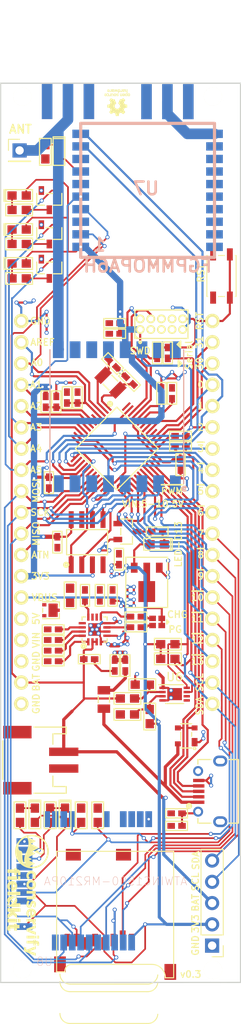
<source format=kicad_pcb>
(kicad_pcb (version 4) (host pcbnew 4.0.6)
  (title_block (title fk-core) (date 2017-03-05) (rev 0.1) (company Conservify))
  (layers (0 F.Cu signal) (31 B.Cu signal) (34 B.Paste user) (35 F.Paste user hide) (36 B.SilkS user) (37 F.SilkS user) (38 B.Mask user) (39 F.Mask user) (44 Edge.Cuts user))
  (net 0 "")
  (net 1 "Net-(D1-Pad1)")
  (net 2 "Net-(D2-Pad3)")
  (net 3 "Net-(D2-Pad4)")
  (net 4 "Net-(J3-Pad1)")
  (net 5 GND)
  (net 6 "Net-(C1-Pad2)")
  (net 7 "Net-(C2-Pad2)")
  (net 8 3V3)
  (net 9 "Net-(C4-Pad1)")
  (net 10 "Net-(C5-Pad1)")
  (net 11 VBUS)
  (net 12 VBAT)
  (net 13 "Net-(C18-Pad1)")
  (net 14 VUSB)
  (net 15 VIN)
  (net 16 /RESET)
  (net 17 "Net-(R6-Pad2)")
  (net 18 "Net-(R7-Pad2)")
  (net 19 "Net-(R9-Pad2)")
  (net 20 "Net-(R10-Pad2)")
  (net 21 /A0)
  (net 22 /A1)
  (net 23 /A2)
  (net 24 /A3)
  (net 25 /A4)
  (net 26 /D8)
  (net 27 /D9)
  (net 28 /D4)
  (net 29 /D3)
  (net 30 /D1)
  (net 31 /D0)
  (net 32 /MOSI)
  (net 33 /SCK)
  (net 34 /MISO)
  (net 35 /ATN)
  (net 36 /D2)
  (net 37 /D5)
  (net 38 /D11)
  (net 39 /D10)
  (net 40 /D12)
  (net 41 /D6)
  (net 42 /D7)
  (net 43 /SDA)
  (net 44 /SCL)
  (net 45 /USB-)
  (net 46 /USB+)
  (net 47 /SWCLK)
  (net 48 /SWDIO)
  (net 49 /A5)
  (net 50 /USB_ID)
  (net 51 AREF)
  (net 52 VEXT)
  (net 53 /RST)
  (net 54 "Net-(F1-Pad1)")
  (net 55 "Net-(J2-Pad4)")
  (net 56 /D30)
  (net 57 /D31)
  (net 58 /PG)
  (net 59 /CHG)
  (net 60 5V0)
  (net 61 "Net-(Q1-Pad3)")
  (net 62 "Net-(R8-Pad1)")
  (net 63 "Net-(C20-Pad1)")
  (net 64 "Net-(D5-Pad1)")
  (net 65 "Net-(J7-Pad1)")
  (net 66 "Net-(J1-Pad3)")
  (net 67 "Net-(J1-Pad4)")
  (net 68 "Net-(J2-Pad7)")
  (net 69 "Net-(J2-Pad8)")
  (net 70 "Net-(J2-Pad9)")
  (net 71 "Net-(J3-Pad2)")
  (net 72 "Net-(J6-Pad6)")
  (net 73 "Net-(J6-Pad7)")
  (net 74 "Net-(J6-Pad8)")
  (net 75 "Net-(M7-Pad1)")
  (net 76 "Net-(M7-Pad8)")
  (net 77 "Net-(M7-PadCD1)")
  (net 78 "Net-(M7-PadCD2)")
  (net 79 /TX_LED)
  (net 80 /RX_LED)
  (net 81 "Net-(U3-Pad6)")
  (net 82 "Net-(U3-Pad7)")
  (net 83 "Net-(U3-Pad11)")
  (net 84 "Net-(U3-Pad12)")
  (net 85 "Net-(U3-Pad15)")
  (net 86 "Net-(U3-Pad16)")
  (net 87 "Net-(U6-Pad5)")
  (net 88 "Net-(U6-Pad6)")
  (net 89 "Net-(U7-Pad6)")
  (net 90 "Net-(U7-Pad7)")
  (net 91 "Net-(U7-Pad13)")
  (net 92 "Net-(U7-Pad14)")
  (net 93 "Net-(U7-Pad15)")
  (net 94 "Net-(U7-Pad16)")
  (net 95 "Net-(U7-Pad17)")
  (net 96 "Net-(U7-Pad18)")
  (net 97 "Net-(U7-Pad20)")
  (net 98 "Net-(C21-Pad2)")
  (net 99 /D13)
  (net 100 "Net-(D6-Pad1)")
  (net 101 "Net-(D7-Pad1)")
  (net 102 "Net-(R21-Pad1)")
  (net 103 "Net-(R22-Pad1)")
  (net 104 "Net-(U8-Pad21)")
  (net 105 "Net-(U8-Pad24)")
  (net 106 "Net-(U8-Pad3)")
  (net 107 "Net-(U8-Pad2)")
  (net 108 "Net-(U8-Pad1)")
  (net 109 "Net-(U8-Pad19)")
  (net 110 "Net-(U8-Pad14)")
  (net 111 "Net-(D8-Pad1)")
  (net 112 "Net-(D9-Pad1)")
  (net 113 "Net-(D10-Pad1)")
  (net 114 "Net-(Q2-Pad3)")
  (net 115 "Net-(Q3-Pad3)")
  (net 116 "Net-(Q4-Pad3)")
  (module conservify:MICROSD (layer F.Cu) (at 132.5 139.5)
    (fp_text reference M7 hide)
    (fp_text value MICROSD hide)
    (pad 1 smd rect (at 8.99922 10.63752) (size 0.6985 1.4986) (layers F.Cu F.Paste F.Mask) (net 75 "Net-(M7-Pad1)"))
    (pad 2 smd rect (at 7.8994 10.23874) (size 0.6985 1.4986) (layers F.Cu F.Paste F.Mask) (net 40 /D12))
    (pad 3 smd rect (at 6.79958 10.63752) (size 0.6985 1.4986) (layers F.Cu F.Paste F.Mask) (net 32 /MOSI))
    (pad 4 smd rect (at 5.69976 11.03884) (size 0.6985 1.4986) (layers F.Cu F.Paste F.Mask) (net 8 3V3))
    (pad 5 smd rect (at 4.59994 10.63752) (size 0.6985 1.4986) (layers F.Cu F.Paste F.Mask) (net 33 /SCK))
    (pad 6 smd rect (at 3.49758 11.03884) (size 0.6985 1.4986) (layers F.Cu F.Paste F.Mask) (net 5 GND))
    (pad 7 smd rect (at 2.39776 10.63752) (size 0.6985 1.4986) (layers F.Cu F.Paste F.Mask) (net 34 /MISO))
    (pad 8 smd rect (at 1.29794 10.63752) (size 0.6985 1.4986) (layers F.Cu F.Paste F.Mask) (net 76 "Net-(M7-Pad8)"))
    (pad CD1 smd rect (at 1.99898 0.43942 90) (size 1.39954 1.79832) (layers F.Cu F.Paste F.Mask) (net 77 "Net-(M7-PadCD1)"))
    (pad CD2 smd rect (at 7.99846 0.43942 90) (size 1.39954 1.79832) (layers F.Cu F.Paste F.Mask) (net 78 "Net-(M7-PadCD2)"))
    (pad MT1 smd rect (at 0.39878 13.5382) (size 1.39954 1.89992) (layers F.Cu F.Paste F.Mask) (net 5 GND))
    (pad MT2 smd rect (at 13.59916 14.4399) (size 1.39954 1.89992) (layers F.Cu F.Paste F.Mask) (net 5 GND))
  )
  (module RocketScreamKicadLibrary:HDR_1x19_Pitch2.54mm_WithoutSilk (layer F.Cu) (at 151.13 99.06 270)
    (fp_text reference J5 hide)
    (fp_text value CONN-HDR-1x19 hide)
    (pad 14 thru_hole oval (at 10.16 0 270) (size 1.7272 1.7272) (drill 1.016) (layers *.Cu *.Mask F.SilkS) (net 39 /D10))
    (pad 13 thru_hole oval (at 7.62 0 270) (size 1.7272 1.7272) (drill 1.016) (layers *.Cu *.Mask F.SilkS) (net 27 /D9))
    (pad 12 thru_hole oval (at 5.08 0 270) (size 1.7272 1.7272) (drill 1.016) (layers *.Cu *.Mask F.SilkS) (net 26 /D8))
    (pad 11 thru_hole oval (at 2.54 0 270) (size 1.7272 1.7272) (drill 1.016) (layers *.Cu *.Mask F.SilkS) (net 42 /D7))
    (pad 1 thru_hole oval (at -22.86 0 270) (size 1.7272 1.7272) (drill 1.016) (layers *.Cu *.Mask F.SilkS) (net 53 /RST))
    (pad 2 thru_hole oval (at -20.32 0 270) (size 1.7272 1.7272) (drill 1.016) (layers *.Cu *.Mask F.SilkS) (net 57 /D31))
    (pad 3 thru_hole oval (at -17.78 0 270) (size 1.7272 1.7272) (drill 1.016) (layers *.Cu *.Mask F.SilkS) (net 56 /D30))
    (pad 4 thru_hole oval (at -15.24 0 270) (size 1.7272 1.7272) (drill 1.016) (layers *.Cu *.Mask F.SilkS) (net 31 /D0))
    (pad 5 thru_hole oval (at -12.7 0 270) (size 1.7272 1.7272) (drill 1.016) (layers *.Cu *.Mask F.SilkS) (net 30 /D1))
    (pad 6 thru_hole oval (at -10.16 0 270) (size 1.7272 1.7272) (drill 1.016) (layers *.Cu *.Mask F.SilkS) (net 36 /D2))
    (pad 7 thru_hole oval (at -7.62 0 270) (size 1.7272 1.7272) (drill 1.016) (layers *.Cu *.Mask F.SilkS) (net 29 /D3))
    (pad 8 thru_hole oval (at -5.08 0 270) (size 1.7272 1.7272) (drill 1.016) (layers *.Cu *.Mask F.SilkS) (net 28 /D4))
    (pad 9 thru_hole oval (at -2.54 0 270) (size 1.7272 1.7272) (drill 1.016) (layers *.Cu *.Mask F.SilkS) (net 37 /D5))
    (pad 10 thru_hole oval (at 0 0 270) (size 1.7272 1.7272) (drill 1.016) (layers *.Cu *.Mask F.SilkS) (net 41 /D6))
    (pad 15 thru_hole oval (at 12.7 0 270) (size 1.7272 1.7272) (drill 1.016) (layers *.Cu *.Mask F.SilkS) (net 38 /D11))
    (pad 16 thru_hole oval (at 15.24 0 270) (size 1.7272 1.7272) (drill 1.016) (layers *.Cu *.Mask F.SilkS) (net 40 /D12))
    (pad 17 thru_hole oval (at 17.78 0 270) (size 1.7272 1.7272) (drill 1.016) (layers *.Cu *.Mask F.SilkS) (net 99 /D13))
    (pad 18 thru_hole oval (at 20.32 0 270) (size 1.7272 1.7272) (drill 1.016) (layers *.Cu *.Mask F.SilkS) (net 44 /SCL))
    (pad 19 thru_hole oval (at 22.86 0 270) (size 1.7272 1.7272) (drill 1.016) (layers *.Cu *.Mask F.SilkS) (net 43 /SDA))
  )
  (module RocketScreamKicadLibrary:TQFP-48_7x7mm_Pitch0.5mm (layer F.Cu) (at 139.7 91.44 315)
    (fp_text reference U1 hide)
    (fp_text value ATSAMD21G18A-AU hide)
    (pad 1 smd rect (at -4.35 -2.75 315) (size 1.3 0.25) (layers F.Cu F.Paste F.Mask) (net 7 "Net-(C2-Pad2)"))
    (pad 2 smd rect (at -4.35 -2.25 315) (size 1.3 0.25) (layers F.Cu F.Paste F.Mask) (net 6 "Net-(C1-Pad2)"))
    (pad 3 smd rect (at -4.35 -1.75 315) (size 1.3 0.25) (layers F.Cu F.Paste F.Mask) (net 21 /A0))
    (pad 4 smd rect (at -4.35 -1.25 315) (size 1.3 0.25) (layers F.Cu F.Paste F.Mask) (net 51 AREF))
    (pad 5 smd rect (at -4.35 -0.75 315) (size 1.3 0.25) (layers F.Cu F.Paste F.Mask) (net 5 GND))
    (pad 6 smd rect (at -4.35 -0.25 315) (size 1.3 0.25) (layers F.Cu F.Paste F.Mask) (net 9 "Net-(C4-Pad1)"))
    (pad 7 smd rect (at -4.35 0.25 315) (size 1.3 0.25) (layers F.Cu F.Paste F.Mask) (net 22 /A1))
    (pad 8 smd rect (at -4.35 0.75 315) (size 1.3 0.25) (layers F.Cu F.Paste F.Mask) (net 23 /A2))
    (pad 9 smd rect (at -4.35 1.25 315) (size 1.3 0.25) (layers F.Cu F.Paste F.Mask) (net 24 /A3))
    (pad 10 smd rect (at -4.35 1.75 315) (size 1.3 0.25) (layers F.Cu F.Paste F.Mask) (net 25 /A4))
    (pad 11 smd rect (at -4.35 2.25 315) (size 1.3 0.25) (layers F.Cu F.Paste F.Mask) (net 26 /D8))
    (pad 12 smd rect (at -4.35 2.75 315) (size 1.3 0.25) (layers F.Cu F.Paste F.Mask) (net 27 /D9))
    (pad 13 smd rect (at -2.75 4.35 45) (size 1.3 0.25) (layers F.Cu F.Paste F.Mask) (net 28 /D4))
    (pad 14 smd rect (at -2.25 4.35 45) (size 1.3 0.25) (layers F.Cu F.Paste F.Mask) (net 29 /D3))
    (pad 15 smd rect (at -1.75 4.35 45) (size 1.3 0.25) (layers F.Cu F.Paste F.Mask) (net 30 /D1))
    (pad 16 smd rect (at -1.25 4.35 45) (size 1.3 0.25) (layers F.Cu F.Paste F.Mask) (net 31 /D0))
    (pad 17 smd rect (at -0.75 4.35 45) (size 1.3 0.25) (layers F.Cu F.Paste F.Mask) (net 8 3V3))
    (pad 18 smd rect (at -0.25 4.35 45) (size 1.3 0.25) (layers F.Cu F.Paste F.Mask) (net 5 GND))
    (pad 19 smd rect (at 0.25 4.35 45) (size 1.3 0.25) (layers F.Cu F.Paste F.Mask) (net 32 /MOSI))
    (pad 20 smd rect (at 0.75 4.35 45) (size 1.3 0.25) (layers F.Cu F.Paste F.Mask) (net 33 /SCK))
    (pad 21 smd rect (at 1.25 4.35 45) (size 1.3 0.25) (layers F.Cu F.Paste F.Mask) (net 34 /MISO))
    (pad 22 smd rect (at 1.75 4.35 45) (size 1.3 0.25) (layers F.Cu F.Paste F.Mask) (net 35 /ATN))
    (pad 23 smd rect (at 2.25 4.35 45) (size 1.3 0.25) (layers F.Cu F.Paste F.Mask) (net 36 /D2))
    (pad 24 smd rect (at 2.75 4.35 45) (size 1.3 0.25) (layers F.Cu F.Paste F.Mask) (net 37 /D5))
    (pad 25 smd rect (at 4.35 2.75 315) (size 1.3 0.25) (layers F.Cu F.Paste F.Mask) (net 38 /D11))
    (pad 26 smd rect (at 4.35 2.25 315) (size 1.3 0.25) (layers F.Cu F.Paste F.Mask) (net 99 /D13))
    (pad 27 smd rect (at 4.35 1.75 315) (size 1.3 0.25) (layers F.Cu F.Paste F.Mask) (net 39 /D10))
    (pad 28 smd rect (at 4.35 1.25 315) (size 1.3 0.25) (layers F.Cu F.Paste F.Mask) (net 40 /D12))
    (pad 29 smd rect (at 4.35 0.75 315) (size 1.3 0.25) (layers F.Cu F.Paste F.Mask) (net 41 /D6))
    (pad 30 smd rect (at 4.35 0.25 315) (size 1.3 0.25) (layers F.Cu F.Paste F.Mask) (net 42 /D7))
    (pad 31 smd rect (at 4.35 -0.25 315) (size 1.3 0.25) (layers F.Cu F.Paste F.Mask) (net 43 /SDA))
    (pad 32 smd rect (at 4.35 -0.75 315) (size 1.3 0.25) (layers F.Cu F.Paste F.Mask) (net 44 /SCL))
    (pad 33 smd rect (at 4.35 -1.25 315) (size 1.3 0.25) (layers F.Cu F.Paste F.Mask) (net 45 /USB-))
    (pad 34 smd rect (at 4.35 -1.75 315) (size 1.3 0.25) (layers F.Cu F.Paste F.Mask) (net 46 /USB+))
    (pad 35 smd rect (at 4.35 -2.25 315) (size 1.3 0.25) (layers F.Cu F.Paste F.Mask) (net 5 GND))
    (pad 36 smd rect (at 4.35 -2.75 315) (size 1.3 0.25) (layers F.Cu F.Paste F.Mask) (net 8 3V3))
    (pad 37 smd rect (at 2.75 -4.35 45) (size 1.3 0.25) (layers F.Cu F.Paste F.Mask) (net 56 /D30))
    (pad 38 smd rect (at 2.25 -4.35 45) (size 1.3 0.25) (layers F.Cu F.Paste F.Mask) (net 57 /D31))
    (pad 39 smd rect (at 1.75 -4.35 45) (size 1.3 0.25) (layers F.Cu F.Paste F.Mask) (net 79 /TX_LED))
    (pad 40 smd rect (at 1.25 -4.35 45) (size 1.3 0.25) (layers F.Cu F.Paste F.Mask) (net 16 /RESET))
    (pad 41 smd rect (at 0.75 -4.35 45) (size 1.3 0.25) (layers F.Cu F.Paste F.Mask) (net 50 /USB_ID))
    (pad 42 smd rect (at 0.25 -4.35 45) (size 1.3 0.25) (layers F.Cu F.Paste F.Mask) (net 5 GND))
    (pad 43 smd rect (at -0.25 -4.35 45) (size 1.3 0.25) (layers F.Cu F.Paste F.Mask) (net 10 "Net-(C5-Pad1)"))
    (pad 44 smd rect (at -0.75 -4.35 45) (size 1.3 0.25) (layers F.Cu F.Paste F.Mask) (net 8 3V3))
    (pad 45 smd rect (at -1.25 -4.35 45) (size 1.3 0.25) (layers F.Cu F.Paste F.Mask) (net 47 /SWCLK))
    (pad 46 smd rect (at -1.75 -4.35 45) (size 1.3 0.25) (layers F.Cu F.Paste F.Mask) (net 48 /SWDIO))
    (pad 47 smd rect (at -2.25 -4.35 45) (size 1.3 0.25) (layers F.Cu F.Paste F.Mask) (net 49 /A5))
    (pad 48 smd rect (at -2.75 -4.35 45) (size 1.3 0.25) (layers F.Cu F.Paste F.Mask) (net 80 /RX_LED))
  )
  (module RocketScreamKicadLibrary:LED-1615 (layer F.Cu) (at 144.526 112.141 180)
    (fp_text reference D2 hide)
    (fp_text value LED-DUAL)
    (pad 1 smd rect (at -0.55 -0.425 180) (size 0.8 0.65) (layers F.Cu F.Paste F.Mask) (net 11 VBUS))
    (pad 2 smd rect (at -0.55 0.425 180) (size 0.8 0.65) (layers F.Cu F.Paste F.Mask) (net 11 VBUS))
    (pad 3 smd rect (at 0.55 0.425 180) (size 0.8 0.65) (layers F.Cu F.Paste F.Mask) (net 2 "Net-(D2-Pad3)"))
    (pad 4 smd rect (at 0.55 -0.425 180) (size 0.8 0.65) (layers F.Cu F.Paste F.Mask) (net 3 "Net-(D2-Pad4)"))
  )
  (module RocketScreamKicadLibrary:MICRO-USB (layer F.Cu) (at 150.95 132.375 90)
    (fp_text reference J2 hide)
    (fp_text value MICRO-USB)
    (pad 1 smd rect (at -1.3 -1.45 90) (size 0.4 1.35) (layers F.Cu F.Paste F.Mask) (net 14 VUSB))
    (pad 2 smd rect (at -0.65 -1.45 90) (size 0.4 1.35) (layers F.Cu F.Paste F.Mask) (net 45 /USB-))
    (pad 3 smd rect (at 0 -1.45 90) (size 0.4 1.35) (layers F.Cu F.Paste F.Mask) (net 46 /USB+))
    (pad 4 smd rect (at 0.65 -1.45 90) (size 0.4 1.35) (layers F.Cu F.Paste F.Mask) (net 55 "Net-(J2-Pad4)"))
    (pad 5 smd rect (at 1.3 -1.45 90) (size 0.4 1.35) (layers F.Cu F.Paste F.Mask) (net 5 GND))
    (pad 6 thru_hole circle (at -2.425 -1.525 90) (size 1.2 1.2) (drill 0.7) (layers *.Cu *.Mask F.Paste) (net 13 "Net-(C18-Pad1)"))
    (pad 7 thru_hole circle (at 2.425 -1.525 90) (size 1.2 1.2) (drill 0.7) (layers *.Cu *.Mask F.Paste) (net 68 "Net-(J2-Pad7)"))
    (pad 8 thru_hole oval (at -3.625 1.125 90) (size 1.3 1.7) (drill oval 0.7 1.1) (layers *.Cu *.Mask F.Paste) (net 69 "Net-(J2-Pad8)"))
    (pad 9 thru_hole oval (at 3.625 1.125 90) (size 1.3 1.7) (drill oval 0.7 1.1) (layers *.Cu *.Mask F.Paste) (net 70 "Net-(J2-Pad9)"))
  )
  (module RocketScreamKicadLibrary:SOT-89 (layer F.Cu) (at 143.28 107.414 180)
    (fp_text reference U4 hide)
    (fp_text value MCP1700T-3302E/MB)
    (pad 1 smd rect (at -1.5 1.75 180) (size 0.8 1.2) (layers F.Cu F.Paste F.Mask) (net 5 GND))
    (pad 2 smd rect (at 0 1.1 180) (size 0.8 2.2) (drill (offset 0 0.15)) (layers F.Cu F.Paste F.Mask) (net 11 VBUS))
    (pad 3 smd rect (at 1.5 1.75 180) (size 0.8 1.2) (layers F.Cu F.Paste F.Mask) (net 8 3V3))
    (pad 2 smd rect (at 0 0 180) (size 2 2.5) (drill (offset 0 -1.1)) (layers F.Cu F.Paste F.Mask) (net 11 VBUS))
  )
  (module RocketScreamKicadLibrary:SOIC-8-N (layer F.Cu) (at 136.144 102.616 90)
    (fp_text reference U5 hide)
    (fp_text value S25FL116K0XMFI041 hide)
    (pad 8 smd rect (at 2.7 -1.905 90) (size 2 0.6) (layers F.Cu F.Paste F.Mask) (net 8 3V3))
    (pad 7 smd rect (at 2.7 -0.635 90) (size 2 0.6) (layers F.Cu F.Paste F.Mask) (net 8 3V3))
    (pad 6 smd rect (at 2.7 0.635 90) (size 2 0.6) (layers F.Cu F.Paste F.Mask) (net 33 /SCK))
    (pad 5 smd rect (at 2.7 1.905 90) (size 2 0.6) (layers F.Cu F.Paste F.Mask) (net 32 /MOSI))
    (pad 4 smd rect (at -2.7 1.905 90) (size 2 0.6) (layers F.Cu F.Paste F.Mask) (net 5 GND))
    (pad 3 smd rect (at -2.7 0.635 90) (size 2 0.6) (layers F.Cu F.Paste F.Mask) (net 8 3V3))
    (pad 2 smd rect (at -2.7 -0.635 90) (size 2 0.6) (layers F.Cu F.Paste F.Mask) (net 34 /MISO))
    (pad 1 smd rect (at -2.7 -1.905 90) (size 2 0.6) (layers F.Cu F.Paste F.Mask) (net 28 /D4))
  )
  (module RocketScreamKicadLibrary:ABS07 (layer F.Cu) (at 138.938 83.566 315)
    (fp_text reference Y1 hide)
    (fp_text value FC-135)
    (pad 1 smd rect (at -1.25 0 315) (size 1.1 1.9) (layers F.Cu F.Paste F.Mask) (net 6 "Net-(C1-Pad2)"))
    (pad 2 smd rect (at 1.25 0 315) (size 1.1 1.9) (layers F.Cu F.Paste F.Mask) (net 7 "Net-(C2-Pad2)"))
  )
  (module RocketScreamKicadLibrary:SOT-143B (layer F.Cu) (at 148 125.75 90)
    (fp_text reference D3 hide)
    (fp_text value PRTR5V0U2X)
    (pad 1 smd rect (at -0.75 1 90) (size 1 0.7) (layers F.Cu F.Paste F.Mask) (net 5 GND))
    (pad 2 smd rect (at 0.95 1 90) (size 0.6 0.7) (layers F.Cu F.Paste F.Mask) (net 46 /USB+))
    (pad 3 smd rect (at 0.95 -1 90) (size 0.6 0.7) (layers F.Cu F.Paste F.Mask) (net 45 /USB-))
    (pad 4 smd rect (at -0.95 -1 90) (size 0.6 0.7) (layers F.Cu F.Paste F.Mask) (net 14 VUSB))
  )
  (module RocketScreamKicadLibrary:MF-PSMF020X (layer F.Cu) (at 138.15 121.4 270)
    (fp_text reference F1 hide)
    (fp_text value MF-PSMF050X-2)
    (pad 1 smd rect (at -1.1 0 270) (size 1 1.5) (layers F.Cu F.Paste F.Mask) (net 54 "Net-(F1-Pad1)"))
    (pad 2 smd rect (at 1.1 0 270) (size 1 1.5) (layers F.Cu F.Paste F.Mask) (net 14 VUSB))
  )
  (module RocketScreamKicadLibrary:CAP-0402 (layer F.Cu) (at 139.192 81.28 135)
    (fp_text reference C1 hide)
    (fp_text value 18pF)
    (pad 1 smd rect (at -0.65 0 135) (size 0.9 0.7) (layers F.Cu F.Paste F.Mask) (net 5 GND))
    (pad 2 smd rect (at 0.65 0 135) (size 0.9 0.7) (layers F.Cu F.Paste F.Mask) (net 6 "Net-(C1-Pad2)"))
  )
  (module RocketScreamKicadLibrary:CAP-0402 (layer F.Cu) (at 141.224 83.312 315)
    (fp_text reference C2 hide)
    (fp_text value 18pF)
    (pad 1 smd rect (at -0.65 0 315) (size 0.9 0.7) (layers F.Cu F.Paste F.Mask) (net 5 GND))
    (pad 2 smd rect (at 0.65 0 315) (size 0.9 0.7) (layers F.Cu F.Paste F.Mask) (net 7 "Net-(C2-Pad2)"))
  )
  (module RocketScreamKicadLibrary:CAP-0402 (layer F.Cu) (at 145.034 84.836 90)
    (fp_text reference C3 hide)
    (fp_text value 100nF)
    (pad 1 smd rect (at -0.65 0 90) (size 0.9 0.7) (layers F.Cu F.Paste F.Mask) (net 8 3V3))
    (pad 2 smd rect (at 0.65 0 90) (size 0.9 0.7) (layers F.Cu F.Paste F.Mask) (net 5 GND))
  )
  (module RocketScreamKicadLibrary:CAP-0402 (layer F.Cu) (at 132.461 85.852 90)
    (fp_text reference C4 hide)
    (fp_text value 100nF)
    (pad 1 smd rect (at -0.65 0 90) (size 0.9 0.7) (layers F.Cu F.Paste F.Mask) (net 9 "Net-(C4-Pad1)"))
    (pad 2 smd rect (at 0.65 0 90) (size 0.9 0.7) (layers F.Cu F.Paste F.Mask) (net 5 GND))
  )
  (module RocketScreamKicadLibrary:CAP-0402 (layer F.Cu) (at 146.304 84.836 90)
    (fp_text reference C5 hide)
    (fp_text value "1uF 10V X5R")
    (pad 1 smd rect (at -0.65 0 90) (size 0.9 0.7) (layers F.Cu F.Paste F.Mask) (net 10 "Net-(C5-Pad1)"))
    (pad 2 smd rect (at 0.65 0 90) (size 0.9 0.7) (layers F.Cu F.Paste F.Mask) (net 5 GND))
  )
  (module RocketScreamKicadLibrary:CAP-0402 (layer F.Cu) (at 147.32 93.36 270)
    (fp_text reference C7 hide)
    (fp_text value 100nF)
    (pad 1 smd rect (at -0.65 0 270) (size 0.9 0.7) (layers F.Cu F.Paste F.Mask) (net 8 3V3))
    (pad 2 smd rect (at 0.65 0 270) (size 0.9 0.7) (layers F.Cu F.Paste F.Mask) (net 5 GND))
  )
  (module RocketScreamKicadLibrary:CAP-0402 (layer F.Cu) (at 131.572 95.504 270)
    (fp_text reference C8 hide)
    (fp_text value 100nF)
    (pad 1 smd rect (at -0.65 0 270) (size 0.9 0.7) (layers F.Cu F.Paste F.Mask) (net 8 3V3))
    (pad 2 smd rect (at 0.65 0 270) (size 0.9 0.7) (layers F.Cu F.Paste F.Mask) (net 5 GND))
  )
  (module RocketScreamKicadLibrary:CAP-0402 (layer F.Cu) (at 139.446 117.348 270)
    (fp_text reference C10 hide)
    (fp_text value "4.7uF 10V X5R")
    (pad 1 smd rect (at -0.65 0 270) (size 0.9 0.7) (layers F.Cu F.Paste F.Mask) (net 60 5V0))
    (pad 2 smd rect (at 0.65 0 270) (size 0.9 0.7) (layers F.Cu F.Paste F.Mask) (net 5 GND))
  )
  (module RocketScreamKicadLibrary:CAP-0402 (layer F.Cu) (at 139.446 76.454 180)
    (fp_text reference C12 hide)
    (fp_text value 100nF)
    (pad 1 smd rect (at -0.65 0 180) (size 0.9 0.7) (layers F.Cu F.Paste F.Mask) (net 8 3V3))
    (pad 2 smd rect (at 0.65 0 180) (size 0.9 0.7) (layers F.Cu F.Paste F.Mask) (net 5 GND))
  )
  (module RocketScreamKicadLibrary:CAP-0402 (layer F.Cu) (at 136.398 116.586)
    (fp_text reference C16 hide)
    (fp_text value "4.7uF 10V X5R")
    (pad 1 smd rect (at -0.65 0) (size 0.9 0.7) (layers F.Cu F.Paste F.Mask) (net 12 VBAT))
    (pad 2 smd rect (at 0.65 0) (size 0.9 0.7) (layers F.Cu F.Paste F.Mask) (net 5 GND))
  )
  (module RocketScreamKicadLibrary:CAP-0402 (layer F.Cu) (at 137.668 108.966 90)
    (fp_text reference C17 hide)
    (fp_text value "4.7uF 10V X5R")
    (pad 1 smd rect (at -0.65 0 90) (size 0.9 0.7) (layers F.Cu F.Paste F.Mask) (net 11 VBUS))
    (pad 2 smd rect (at 0.65 0 90) (size 0.9 0.7) (layers F.Cu F.Paste F.Mask) (net 5 GND))
  )
  (module RocketScreamKicadLibrary:CAP-0402 (layer F.Cu) (at 146.85 135 180)
    (fp_text reference C18 hide)
    (fp_text value "4.7nF 25V X7R")
    (pad 1 smd rect (at -0.65 0 180) (size 0.9 0.7) (layers F.Cu F.Paste F.Mask) (net 13 "Net-(C18-Pad1)"))
    (pad 2 smd rect (at 0.65 0 180) (size 0.9 0.7) (layers F.Cu F.Paste F.Mask) (net 5 GND))
  )
  (module RocketScreamKicadLibrary:RES-0402 (layer F.Cu) (at 144.526 101.346 180)
    (fp_text reference R1 hide)
    (fp_text value 2K2)
    (pad 1 smd rect (at -0.65 0 180) (size 0.9 0.7) (layers F.Cu F.Paste F.Mask) (net 1 "Net-(D1-Pad1)"))
    (pad 2 smd rect (at 0.65 0 180) (size 0.9 0.7) (layers F.Cu F.Paste F.Mask) (net 61 "Net-(Q1-Pad3)"))
  )
  (module RocketScreamKicadLibrary:RES-0402 (layer F.Cu) (at 144.526 80.01 90)
    (fp_text reference R4 hide)
    (fp_text value 10K)
    (pad 1 smd rect (at -0.65 0 90) (size 0.9 0.7) (layers F.Cu F.Paste F.Mask) (net 8 3V3))
    (pad 2 smd rect (at 0.65 0 90) (size 0.9 0.7) (layers F.Cu F.Paste F.Mask) (net 53 /RST))
  )
  (module RocketScreamKicadLibrary:RES-0402 (layer F.Cu) (at 135.89 108.966 270)
    (fp_text reference R6 hide)
    (fp_text value 1K18)
    (pad 1 smd rect (at -0.65 0 270) (size 0.9 0.7) (layers F.Cu F.Paste F.Mask) (net 5 GND))
    (pad 2 smd rect (at 0.65 0 270) (size 0.9 0.7) (layers F.Cu F.Paste F.Mask) (net 17 "Net-(R6-Pad2)"))
  )
  (module RocketScreamKicadLibrary:RES-0402 (layer F.Cu) (at 132.08 113.03)
    (fp_text reference R7 hide)
    (fp_text value 46K4)
    (pad 1 smd rect (at -0.65 0) (size 0.9 0.7) (layers F.Cu F.Paste F.Mask) (net 5 GND))
    (pad 2 smd rect (at 0.65 0) (size 0.9 0.7) (layers F.Cu F.Paste F.Mask) (net 18 "Net-(R7-Pad2)"))
  )
  (module RocketScreamKicadLibrary:RES-0402 (layer F.Cu) (at 132.08 114.3)
    (fp_text reference R9 hide)
    (fp_text value 2K94)
    (pad 1 smd rect (at -0.65 0) (size 0.9 0.7) (layers F.Cu F.Paste F.Mask) (net 5 GND))
    (pad 2 smd rect (at 0.65 0) (size 0.9 0.7) (layers F.Cu F.Paste F.Mask) (net 19 "Net-(R9-Pad2)"))
  )
  (module RocketScreamKicadLibrary:RES-0402 (layer F.Cu) (at 132.08 115.57)
    (fp_text reference R10 hide)
    (fp_text value 2K2)
    (pad 1 smd rect (at -0.65 0) (size 0.9 0.7) (layers F.Cu F.Paste F.Mask) (net 5 GND))
    (pad 2 smd rect (at 0.65 0) (size 0.9 0.7) (layers F.Cu F.Paste F.Mask) (net 20 "Net-(R10-Pad2)"))
  )
  (module RocketScreamKicadLibrary:RES-0402 (layer F.Cu) (at 147.32 91.186 180)
    (fp_text reference R11 hide)
    (fp_text value 100K)
    (pad 1 smd rect (at -0.65 0 180) (size 0.9 0.7) (layers F.Cu F.Paste F.Mask) (net 55 "Net-(J2-Pad4)"))
    (pad 2 smd rect (at 0.65 0 180) (size 0.9 0.7) (layers F.Cu F.Paste F.Mask) (net 8 3V3))
  )
  (module RocketScreamKicadLibrary:RES-0402 (layer F.Cu) (at 141.986 112.776)
    (fp_text reference R12 hide)
    (fp_text value 10K)
    (pad 1 smd rect (at -0.65 0) (size 0.9 0.7) (layers F.Cu F.Paste F.Mask) (net 58 /PG))
    (pad 2 smd rect (at 0.65 0) (size 0.9 0.7) (layers F.Cu F.Paste F.Mask) (net 3 "Net-(D2-Pad4)"))
  )
  (module RocketScreamKicadLibrary:RES-0402 (layer F.Cu) (at 141.986 111.506)
    (fp_text reference R13 hide)
    (fp_text value 2K2)
    (pad 1 smd rect (at -0.65 0) (size 0.9 0.7) (layers F.Cu F.Paste F.Mask) (net 59 /CHG))
    (pad 2 smd rect (at 0.65 0) (size 0.9 0.7) (layers F.Cu F.Paste F.Mask) (net 2 "Net-(D2-Pad3)"))
  )
  (module RocketScreamKicadLibrary:HOLE_NPTH_2.2MM (layer F.Cu) (at 128.4 153.6)
    (fp_text reference M1 hide)
    (fp_text value MOUNT_HOLE)
    (pad "" np_thru_hole circle (at 0 0) (size 2.2 2.2) (drill 2.2) (layers *.Cu *.Mask F.SilkS))
  )
  (module RocketScreamKicadLibrary:HOLE_NPTH_2.2MM (layer F.Cu) (at 151.2 153.7)
    (fp_text reference M2 hide)
    (fp_text value MOUNT_HOLE)
    (pad "" np_thru_hole circle (at 0 0) (size 2.2 2.2) (drill 2.2) (layers *.Cu *.Mask F.SilkS))
  )
  (module RocketScreamKicadLibrary:HOLE_NPTH_2.2MM (layer F.Cu) (at 128.4 49.4)
    (fp_text reference M3 hide)
    (fp_text value MOUNT_HOLE)
    (pad "" np_thru_hole circle (at 0 0) (size 2.2 2.2) (drill 2.2) (layers *.Cu *.Mask F.SilkS))
  )
  (module RocketScreamKicadLibrary:HOLE_NPTH_2.2MM (layer F.Cu) (at 151.2 49.4)
    (fp_text reference M4 hide)
    (fp_text value MOUNT_HOLE)
    (pad "" np_thru_hole circle (at 0 0) (size 2.2 2.2) (drill 2.2) (layers *.Cu *.Mask F.SilkS))
  )
  (module RocketScreamKicadLibrary:HDR_2x5_Pitch1.27mm (layer F.Cu) (at 145.034 76.581)
    (fp_text reference J6 hide)
    (fp_text value CONN-HDR-2x5 hide)
    (pad 1 thru_hole oval (at -2.54 0.635) (size 1.05 1.05) (drill 0.65) (layers *.Cu *.Mask F.SilkS) (net 8 3V3))
    (pad 2 thru_hole oval (at -2.54 -0.635) (size 1.05 1.05) (drill 0.65) (layers *.Cu *.Mask F.SilkS) (net 48 /SWDIO))
    (pad 3 thru_hole oval (at -1.27 0.635) (size 1.05 1.05) (drill 0.65) (layers *.Cu *.Mask F.SilkS) (net 5 GND))
    (pad 4 thru_hole oval (at -1.27 -0.635) (size 1.05 1.05) (drill 0.65) (layers *.Cu *.Mask F.SilkS) (net 47 /SWCLK))
    (pad 5 thru_hole oval (at 0 0.635) (size 1.05 1.05) (drill 0.65) (layers *.Cu *.Mask F.SilkS) (net 5 GND))
    (pad 6 thru_hole oval (at 0 -0.635) (size 1.05 1.05) (drill 0.65) (layers *.Cu *.Mask F.SilkS) (net 72 "Net-(J6-Pad6)"))
    (pad 7 thru_hole oval (at 1.27 0.635) (size 1.05 1.05) (drill 0.65) (layers *.Cu *.Mask F.SilkS) (net 73 "Net-(J6-Pad7)"))
    (pad 8 thru_hole oval (at 1.27 -0.635) (size 1.05 1.05) (drill 0.65) (layers *.Cu *.Mask F.SilkS) (net 74 "Net-(J6-Pad8)"))
    (pad 9 thru_hole oval (at 2.54 0.635) (size 1.05 1.05) (drill 0.65) (layers *.Cu *.Mask F.SilkS) (net 5 GND))
    (pad 10 thru_hole oval (at 2.54 -0.635) (size 1.05 1.05) (drill 0.65) (layers *.Cu *.Mask F.SilkS) (net 53 /RST))
  )
  (module RocketScreamKicadLibrary:LED-0603 (layer F.Cu) (at 144.526 102.87 180)
    (fp_text reference D1 hide)
    (fp_text value Orange)
    (pad 2 smd rect (at 0.85 0) (size 1.1 1) (layers F.Cu F.Paste F.Mask) (net 8 3V3))
    (pad 1 smd rect (at -0.85 0) (size 1.1 1) (layers F.Cu F.Paste F.Mask) (net 1 "Net-(D1-Pad1)"))
  )
  (module RocketScreamKicadLibrary:IND-0402 (layer F.Cu) (at 131.191 85.852 90)
    (fp_text reference L2 hide)
    (fp_text value BKP1005TS121-T)
    (pad 1 smd rect (at -0.65 0 90) (size 0.9 0.7) (layers F.Cu F.Paste F.Mask) (net 9 "Net-(C4-Pad1)"))
    (pad 2 smd rect (at 0.65 0 90) (size 0.9 0.7) (layers F.Cu F.Paste F.Mask) (net 8 3V3))
  )
  (module RocketScreamKicadLibrary:SOT-1016 (layer F.Cu) (at 131.826 110.744 270)
    (fp_text reference D4 hide)
    (fp_text value PMEG3020CPA)
    (pad 1 smd rect (at -0.65 0.8 270) (size 0.4 0.5) (layers F.Cu F.Paste F.Mask) (net 60 5V0))
    (pad 2 smd rect (at 0.65 0.8 270) (size 0.4 0.5) (layers F.Cu F.Paste F.Mask) (net 15 VIN))
    (pad 3 smd rect (at 0 -0.25 270) (size 1.6 1.1) (layers F.Cu F.Paste F.Mask) (net 52 VEXT))
    (pad 3 smd rect (at 0 -0.925 270) (size 0.4 0.25) (layers F.Cu F.Paste F.Mask) (net 52 VEXT))
  )
  (module RocketScreamKicadLibrary:S2B-PH-SM4-TB (layer F.Cu) (at 130.6 128.65 270)
    (fp_text reference J1 hide)
    (fp_text value S2B-PH-SM4-TB hide)
    (pad 1 smd rect (at -1 -2.75 270) (size 1 3.5) (layers F.Cu F.Paste F.Mask) (net 12 VBAT))
    (pad 2 smd rect (at 1 -2.75 270) (size 1 3.5) (layers F.Cu F.Paste F.Mask) (net 5 GND))
    (pad 3 smd rect (at -3.35 2.8 270) (size 1.5 3.4) (layers F.Cu F.Paste F.Mask) (net 66 "Net-(J1-Pad3)"))
    (pad 4 smd rect (at 3.35 2.8 270) (size 1.5 3.4) (layers F.Cu F.Paste F.Mask) (net 67 "Net-(J1-Pad4)"))
  )
  (module RocketScreamKicadLibrary:CAP-0402 (layer F.Cu) (at 139.446 77.724 180)
    (fp_text reference C11 hide)
    (fp_text value "4.7uF 10V X5R")
    (pad 1 smd rect (at -0.65 0 180) (size 0.9 0.7) (layers F.Cu F.Paste F.Mask) (net 8 3V3))
    (pad 2 smd rect (at 0.65 0 180) (size 0.9 0.7) (layers F.Cu F.Paste F.Mask) (net 5 GND))
  )
  (module RocketScreamKicadLibrary:HDR_1x19_Pitch2.54mm_WithoutSilk (layer F.Cu) (at 128.27 99.06 270)
    (fp_text reference J4 hide)
    (fp_text value CONN-HDR-1x19 hide)
    (pad 14 thru_hole oval (at 10.16 0 270) (size 1.7272 1.7272) (drill 1.016) (layers *.Cu *.Mask F.SilkS) (net 11 VBUS))
    (pad 13 thru_hole oval (at 7.62 0 270) (size 1.7272 1.7272) (drill 1.016) (layers *.Cu *.Mask F.SilkS) (net 8 3V3))
    (pad 12 thru_hole oval (at 5.08 0 270) (size 1.7272 1.7272) (drill 1.016) (layers *.Cu *.Mask F.SilkS) (net 35 /ATN))
    (pad 11 thru_hole oval (at 2.54 0 270) (size 1.7272 1.7272) (drill 1.016) (layers *.Cu *.Mask F.SilkS) (net 34 /MISO))
    (pad 1 thru_hole oval (at -22.86 0 270) (size 1.7272 1.7272) (drill 1.016) (layers *.Cu *.Mask F.SilkS) (net 5 GND))
    (pad 2 thru_hole oval (at -20.32 0 270) (size 1.7272 1.7272) (drill 1.016) (layers *.Cu *.Mask F.SilkS) (net 51 AREF))
    (pad 3 thru_hole oval (at -17.78 0 270) (size 1.7272 1.7272) (drill 1.016) (layers *.Cu *.Mask F.SilkS) (net 21 /A0))
    (pad 4 thru_hole oval (at -15.24 0 270) (size 1.7272 1.7272) (drill 1.016) (layers *.Cu *.Mask F.SilkS) (net 22 /A1))
    (pad 5 thru_hole oval (at -12.7 0 270) (size 1.7272 1.7272) (drill 1.016) (layers *.Cu *.Mask F.SilkS) (net 23 /A2))
    (pad 6 thru_hole oval (at -10.16 0 270) (size 1.7272 1.7272) (drill 1.016) (layers *.Cu *.Mask F.SilkS) (net 24 /A3))
    (pad 7 thru_hole oval (at -7.62 0 270) (size 1.7272 1.7272) (drill 1.016) (layers *.Cu *.Mask F.SilkS) (net 25 /A4))
    (pad 8 thru_hole oval (at -5.08 0 270) (size 1.7272 1.7272) (drill 1.016) (layers *.Cu *.Mask F.SilkS) (net 49 /A5))
    (pad 9 thru_hole oval (at -2.54 0 270) (size 1.7272 1.7272) (drill 1.016) (layers *.Cu *.Mask F.SilkS) (net 32 /MOSI))
    (pad 10 thru_hole oval (at 0 0 270) (size 1.7272 1.7272) (drill 1.016) (layers *.Cu *.Mask F.SilkS) (net 33 /SCK))
    (pad 15 thru_hole oval (at 12.7 0 270) (size 1.7272 1.7272) (drill 1.016) (layers *.Cu *.Mask F.SilkS) (net 60 5V0))
    (pad 16 thru_hole oval (at 15.24 0 270) (size 1.7272 1.7272) (drill 1.016) (layers *.Cu *.Mask F.SilkS) (net 15 VIN))
    (pad 17 thru_hole oval (at 17.78 0 270) (size 1.7272 1.7272) (drill 1.016) (layers *.Cu *.Mask F.SilkS) (net 5 GND))
    (pad 18 thru_hole oval (at 20.32 0 270) (size 1.7272 1.7272) (drill 1.016) (layers *.Cu *.Mask F.SilkS) (net 12 VBAT))
    (pad 19 thru_hole oval (at 22.86 0 270) (size 1.7272 1.7272) (drill 1.016) (layers *.Cu *.Mask F.SilkS) (net 5 GND))
  )
  (module RocketScreamKicadLibrary:CAP-0603 (layer F.Cu) (at 134.112 108.966 270)
    (fp_text reference C9 hide)
    (fp_text value "1uF 50V X5R")
    (pad 1 smd rect (at -0.85 0 270) (size 1.1 1) (layers F.Cu F.Paste F.Mask) (net 5 GND))
    (pad 2 smd rect (at 0.85 0 270) (size 1.1 1) (layers F.Cu F.Paste F.Mask) (net 52 VEXT))
  )
  (module RocketScreamKicadLibrary:RFM9xW (layer B.Cu) (at 139.7 87.63 90)
    (fp_text reference U3 hide)
    (fp_text value RFM95W)
    (pad 1 smd rect (at -8 7 90) (size 2 1.3) (layers B.Cu B.Paste B.Mask) (net 5 GND))
    (pad 2 smd rect (at -8 5 90) (size 2 1.3) (layers B.Cu B.Paste B.Mask) (net 34 /MISO))
    (pad 3 smd rect (at -8 3 90) (size 2 1.3) (layers B.Cu B.Paste B.Mask) (net 32 /MOSI))
    (pad 4 smd rect (at -8 1 90) (size 2 1.3) (layers B.Cu B.Paste B.Mask) (net 33 /SCK))
    (pad 5 smd rect (at -8 -1 90) (size 2 1.3) (layers B.Cu B.Paste B.Mask) (net 37 /D5))
    (pad 6 smd rect (at -8 -3 90) (size 2 1.3) (layers B.Cu B.Paste B.Mask) (net 81 "Net-(U3-Pad6)"))
    (pad 7 smd rect (at -8 -5 90) (size 2 1.3) (layers B.Cu B.Paste B.Mask) (net 82 "Net-(U3-Pad7)"))
    (pad 8 smd rect (at -8 -7 90) (size 2 1.3) (layers B.Cu B.Paste B.Mask) (net 5 GND))
    (pad 9 smd rect (at 8 -7 90) (size 2 1.3) (layers B.Cu B.Paste B.Mask) (net 4 "Net-(J3-Pad1)"))
    (pad 10 smd rect (at 8 -5 90) (size 2 1.3) (layers B.Cu B.Paste B.Mask) (net 5 GND))
    (pad 11 smd rect (at 8 -3 90) (size 2 1.3) (layers B.Cu B.Paste B.Mask) (net 83 "Net-(U3-Pad11)"))
    (pad 12 smd rect (at 8 -1 90) (size 2 1.3) (layers B.Cu B.Paste B.Mask) (net 84 "Net-(U3-Pad12)"))
    (pad 13 smd rect (at 8 1 90) (size 2 1.3) (layers B.Cu B.Paste B.Mask) (net 8 3V3))
    (pad 14 smd rect (at 8 3 90) (size 2 1.3) (layers B.Cu B.Paste B.Mask) (net 36 /D2))
    (pad 15 smd rect (at 8 5 90) (size 2 1.3) (layers B.Cu B.Paste B.Mask) (net 85 "Net-(U3-Pad15)"))
    (pad 16 smd rect (at 8 7 90) (size 2 1.3) (layers B.Cu B.Paste B.Mask) (net 86 "Net-(U3-Pad16)"))
  )
  (module RocketScreamKicadLibrary:IND-0402 (layer F.Cu) (at 140.716 117.348 270)
    (fp_text reference L1 hide)
    (fp_text value BKP1005TS121-T)
    (pad 1 smd rect (at -0.65 0 270) (size 0.9 0.7) (layers F.Cu F.Paste F.Mask) (net 60 5V0))
    (pad 2 smd rect (at 0.65 0 270) (size 0.9 0.7) (layers F.Cu F.Paste F.Mask) (net 54 "Net-(F1-Pad1)"))
  )
  (module RocketScreamKicadLibrary:SOT-23 (layer F.Cu) (at 140.97 101.346 270)
    (fp_text reference Q1 hide)
    (fp_text value 2N7002LT1G)
    (pad 1 smd rect (at -0.95 1.15 270) (size 0.65 1.05) (layers F.Cu F.Paste F.Mask) (net 99 /D13))
    (pad 2 smd rect (at 0.95 1.15 270) (size 0.65 1.05) (layers F.Cu F.Paste F.Mask) (net 5 GND))
    (pad 3 smd rect (at 0 -1.15 270) (size 0.65 1.05) (layers F.Cu F.Paste F.Mask) (net 61 "Net-(Q1-Pad3)"))
  )
  (module RocketScreamKicadLibrary:RES-0402 (layer F.Cu) (at 145.796 80.01 90)
    (fp_text reference R2 hide)
    (fp_text value 330R)
    (pad 1 smd rect (at -0.65 0 90) (size 0.9 0.7) (layers F.Cu F.Paste F.Mask) (net 16 /RESET))
    (pad 2 smd rect (at 0.65 0 90) (size 0.9 0.7) (layers F.Cu F.Paste F.Mask) (net 53 /RST))
  )
  (module RocketScreamKicadLibrary:RES-0402 (layer F.Cu) (at 147.32 89.916 180)
    (fp_text reference R3 hide)
    (fp_text value 330R)
    (pad 1 smd rect (at -0.65 0 180) (size 0.9 0.7) (layers F.Cu F.Paste F.Mask) (net 55 "Net-(J2-Pad4)"))
    (pad 2 smd rect (at 0.65 0 180) (size 0.9 0.7) (layers F.Cu F.Paste F.Mask) (net 50 /USB_ID))
  )
  (module RocketScreamKicadLibrary:RES-0402 (layer F.Cu) (at 146.85 136.5 180)
    (fp_text reference R5 hide)
    (fp_text value 1M)
    (pad 1 smd rect (at -0.65 0 180) (size 0.9 0.7) (layers F.Cu F.Paste F.Mask) (net 13 "Net-(C18-Pad1)"))
    (pad 2 smd rect (at 0.65 0 180) (size 0.9 0.7) (layers F.Cu F.Paste F.Mask) (net 5 GND))
  )
  (module RocketScreamKicadLibrary:RES-0402 (layer F.Cu) (at 132.08 116.84 180)
    (fp_text reference R8 hide)
    (fp_text value 10K)
    (pad 1 smd rect (at -0.65 0 180) (size 0.9 0.7) (layers F.Cu F.Paste F.Mask) (net 62 "Net-(R8-Pad1)"))
    (pad 2 smd rect (at 0.65 0 180) (size 0.9 0.7) (layers F.Cu F.Paste F.Mask) (net 5 GND))
  )
  (module RocketScreamKicadLibrary:CAP-0402 (layer F.Cu) (at 135.001 85.344 90)
    (fp_text reference C6 hide)
    (fp_text value 100nF)
    (pad 1 smd rect (at -0.65 0 90) (size 0.9 0.7) (layers F.Cu F.Paste F.Mask) (net 51 AREF))
    (pad 2 smd rect (at 0.65 0 90) (size 0.9 0.7) (layers F.Cu F.Paste F.Mask) (net 5 GND))
  )
  (module RocketScreamKicadLibrary:CAP-0402 (layer F.Cu) (at 132.588 102.616 270)
    (fp_text reference C13 hide)
    (fp_text value 100nF)
    (pad 1 smd rect (at -0.65 0 270) (size 0.9 0.7) (layers F.Cu F.Paste F.Mask) (net 8 3V3))
    (pad 2 smd rect (at 0.65 0 270) (size 0.9 0.7) (layers F.Cu F.Paste F.Mask) (net 5 GND))
  )
  (module RocketScreamKicadLibrary:CAP-0402 (layer F.Cu) (at 133.731 85.344 90)
    (fp_text reference C14 hide)
    (fp_text value "4.7uF 10V X5R")
    (pad 1 smd rect (at -0.65 0 90) (size 0.9 0.7) (layers F.Cu F.Paste F.Mask) (net 51 AREF))
    (pad 2 smd rect (at 0.65 0 90) (size 0.9 0.7) (layers F.Cu F.Paste F.Mask) (net 5 GND))
  )
  (module RocketScreamKicadLibrary:CAP-0402 (layer F.Cu) (at 139.192 108.966 90)
    (fp_text reference C15 hide)
    (fp_text value "1uF 10V X5R")
    (pad 1 smd rect (at -0.65 0 90) (size 0.9 0.7) (layers F.Cu F.Paste F.Mask) (net 11 VBUS))
    (pad 2 smd rect (at 0.65 0 90) (size 0.9 0.7) (layers F.Cu F.Paste F.Mask) (net 5 GND))
  )
  (module RocketScreamKicadLibrary:CAP-0402 (layer F.Cu) (at 139.954 104.648 90)
    (fp_text reference C19 hide)
    (fp_text value "1uF 10V X5R")
    (pad 1 smd rect (at -0.65 0 90) (size 0.9 0.7) (layers F.Cu F.Paste F.Mask) (net 8 3V3))
    (pad 2 smd rect (at 0.65 0 90) (size 0.9 0.7) (layers F.Cu F.Paste F.Mask) (net 5 GND))
  )
  (module RocketScreamKicadLibrary:QFN-16_3x3mm (layer F.Cu) (at 137.039 113.042 90)
    (fp_text reference U2 hide)
    (fp_text value BQ24074RGTT hide)
    (pad 17 smd rect (at 0.375 0.375 90) (size 0.75 0.75) (layers F.Cu F.Paste F.Mask) (net 5 GND))
    (pad 17 smd rect (at 0.375 -0.375 90) (size 0.75 0.75) (layers F.Cu F.Paste F.Mask) (net 5 GND))
    (pad 17 smd rect (at -0.375 -0.375 90) (size 0.75 0.75) (layers F.Cu F.Paste F.Mask) (net 5 GND))
    (pad 17 smd rect (at -0.375 0.375 90) (size 0.75 0.75) (layers F.Cu F.Paste F.Mask) (net 5 GND))
    (pad 1 smd rect (at -1.475 -0.75 90) (size 0.85 0.28) (layers F.Cu F.Paste F.Mask) (net 62 "Net-(R8-Pad1)"))
    (pad 2 smd rect (at -1.475 -0.25 90) (size 0.85 0.28) (layers F.Cu F.Paste F.Mask) (net 12 VBAT))
    (pad 3 smd rect (at -1.475 0.25 90) (size 0.85 0.28) (layers F.Cu F.Paste F.Mask) (net 12 VBAT))
    (pad 4 smd rect (at -1.475 0.75 90) (size 0.85 0.28) (layers F.Cu F.Paste F.Mask) (net 5 GND))
    (pad 5 smd rect (at -0.75 1.475 180) (size 0.85 0.28) (layers F.Cu F.Paste F.Mask) (net 11 VBUS))
    (pad 6 smd rect (at -0.25 1.475 180) (size 0.85 0.28) (layers F.Cu F.Paste F.Mask) (net 5 GND))
    (pad 7 smd rect (at 0.25 1.475 180) (size 0.85 0.3) (layers F.Cu F.Paste F.Mask) (net 58 /PG))
    (pad 8 smd rect (at 0.75 1.475 180) (size 0.85 0.28) (layers F.Cu F.Paste F.Mask) (net 5 GND))
    (pad 9 smd rect (at 1.475 0.75 90) (size 0.85 0.28) (layers F.Cu F.Paste F.Mask) (net 59 /CHG))
    (pad 10 smd rect (at 1.475 0.25 90) (size 0.85 0.28) (layers F.Cu F.Paste F.Mask) (net 11 VBUS))
    (pad 11 smd rect (at 1.475 -0.25 90) (size 0.85 0.28) (layers F.Cu F.Paste F.Mask) (net 11 VBUS))
    (pad 12 smd rect (at 1.475 -0.75 90) (size 0.85 0.28) (layers F.Cu F.Paste F.Mask) (net 17 "Net-(R6-Pad2)"))
    (pad 13 smd rect (at 0.75 -1.475 180) (size 0.85 0.28) (layers F.Cu F.Paste F.Mask) (net 52 VEXT))
    (pad 14 smd rect (at 0.25 -1.475 180) (size 0.85 0.28) (layers F.Cu F.Paste F.Mask) (net 18 "Net-(R7-Pad2)"))
    (pad 15 smd rect (at -0.25 -1.475 180) (size 0.85 0.28) (layers F.Cu F.Paste F.Mask) (net 19 "Net-(R9-Pad2)"))
    (pad 16 smd rect (at -0.75 -1.475 180) (size 0.85 0.3) (layers F.Cu F.Paste F.Mask) (net 20 "Net-(R10-Pad2)"))
  )
  (module RocketScreamKicadLibrary:LED-0603 (layer F.Cu) (at 132.776893 56.008787 270)
    (fp_text reference D5 hide)
    (fp_text value Red)
    (pad 2 smd rect (at 0.85 0 90) (size 1.1 1) (layers F.Cu F.Paste F.Mask) (net 22 /A1))
    (pad 1 smd rect (at -0.85 0 90) (size 1.1 1) (layers F.Cu F.Paste F.Mask) (net 64 "Net-(D5-Pad1)"))
  )
  (module RocketScreamKicadLibrary:RF-SMA-EDGE (layer B.Cu) (at 145.7504 50 90)
    (fp_text reference J7 hide)
    (fp_text value RF-SMA-EDGE)
    (pad 1 smd rect (at 0 0 90) (size 4.2 1.27) (layers B.Cu B.Paste B.Mask) (net 65 "Net-(J7-Pad1)"))
    (pad 2 smd rect (at 0 -2.5 90) (size 4.2 1.27) (layers B.Cu B.Paste B.Mask) (net 5 GND))
    (pad 3 smd rect (at 0 2.5 90) (size 4.2 1.27) (layers B.Cu B.Paste B.Mask) (net 5 GND))
    (pad 5 smd rect (at 0 2.5 90) (size 4.2 1.27) (layers F.Cu F.Paste F.Mask) (net 5 GND))
    (pad 4 smd rect (at 0 -2.5 90) (size 4.2 1.27) (layers F.Cu F.Paste F.Mask) (net 5 GND))
  )
  (module RocketScreamKicadLibrary:RES-0603 (layer F.Cu) (at 145.8 114.8)
    (fp_text reference R17 hide)
    (fp_text value 4.7K)
    (pad 1 smd rect (at -0.85 0) (size 1.1 1) (layers F.Cu F.Paste F.Mask) (net 8 3V3))
    (pad 2 smd rect (at 0.85 0) (size 1.1 1) (layers F.Cu F.Paste F.Mask) (net 43 /SDA))
  )
  (module RocketScreamKicadLibrary:RES-0603 (layer F.Cu) (at 145.8 116.55)
    (fp_text reference R18 hide)
    (fp_text value 4.7K)
    (pad 1 smd rect (at -0.85 0) (size 1.1 1) (layers F.Cu F.Paste F.Mask) (net 8 3V3))
    (pad 2 smd rect (at 0.85 0) (size 1.1 1) (layers F.Cu F.Paste F.Mask) (net 44 /SCL))
  )
  (module logos:osh_negative_3000 (layer F.Cu) (at 139.7508 50.1396 180)
    (fp_text reference G*** hide)
    (fp_text value LOGO hide)
  )
  (module logos:conservify_text_negative_5000 (layer F.Cu) (at 129.54 144.78 270)
    (fp_text reference G*** hide)
    (fp_text value LOGO hide)
  )
  (module conservify:Socket_Strip_Straight_1x05_Pitch2.54mm (layer F.Cu) (at 151.1 150.8 180)
    (fp_text reference P1 hide)
    (fp_text value CONN-HDR-MODULE hide)
    (pad 1 thru_hole rect (at 0 0 180) (size 1.7 1.7) (drill 1) (layers *.Cu *.Mask) (net 5 GND))
    (pad 2 thru_hole oval (at 0 2.54 180) (size 1.7 1.7) (drill 1) (layers *.Cu *.Mask) (net 8 3V3))
    (pad 3 thru_hole oval (at 0 5.08 180) (size 1.7 1.7) (drill 1) (layers *.Cu *.Mask) (net 12 VBAT))
    (pad 4 thru_hole oval (at 0 7.62 180) (size 1.7 1.7) (drill 1) (layers *.Cu *.Mask) (net 44 /SCL))
    (pad 5 thru_hole oval (at 0 10.16 180) (size 1.7 1.7) (drill 1) (layers *.Cu *.Mask) (net 43 /SDA))
  )
  (module conservify:FGPMMOPA6H (layer B.Cu) (at 143.383 60.59678)
    (fp_text reference U7 (at -0.195 -0.224) (layer B.SilkS) (effects (font (thickness 0.3048)) (justify mirror)))
    (fp_text value FGPMMOPA6H (at 0 8.99922) (layer B.SilkS) (effects (font (thickness 0.3048)) (justify mirror)))
    (fp_text user 1 (at -5.783 6.5024) (layer B.SilkS) (effects (font (thickness 0.3048)) (justify mirror)))
    (pad 1 smd rect (at -8.001 6.74878) (size 1.99898 1.00076) (layers B.Cu B.Paste B.Mask) (net 8 3V3))
    (pad 2 smd rect (at -8.001 5.25018) (size 1.99898 1.00076) (layers B.Cu B.Paste B.Mask) (net 21 /A0))
    (pad 3 smd rect (at -8.001 3.74904) (size 1.99898 1.00076) (layers B.Cu B.Paste B.Mask) (net 5 GND))
    (pad 4 smd rect (at -8.001 2.25044) (size 1.99898 1.00076) (layers B.Cu B.Paste B.Mask) (net 12 VBAT))
    (pad 5 smd rect (at -8.001 0.7493) (size 1.99898 1.00076) (layers B.Cu B.Paste B.Mask) (net 22 /A1))
    (pad 6 smd rect (at -8.001 -0.7493) (size 1.99898 1.00076) (layers B.Cu B.Paste B.Mask) (net 89 "Net-(U7-Pad6)"))
    (pad 7 smd rect (at -8.001 -2.25044) (size 1.99898 1.00076) (layers B.Cu B.Paste B.Mask) (net 90 "Net-(U7-Pad7)"))
    (pad 8 smd rect (at -8.001 -3.74904) (size 1.99898 1.00076) (layers B.Cu B.Paste B.Mask) (net 5 GND))
    (pad 9 smd rect (at -8.001 -5.25018) (size 1.99898 1.00076) (layers B.Cu B.Paste B.Mask) (net 31 /D0))
    (pad 10 smd rect (at -8.001 -6.74878) (size 1.99898 1.00076) (layers B.Cu B.Paste B.Mask) (net 30 /D1))
    (pad 11 smd rect (at 8.001 -6.74878) (size 1.99898 1.00076) (layers B.Cu B.Paste B.Mask) (net 65 "Net-(J7-Pad1)"))
    (pad 12 smd rect (at 8.001 -5.25018) (size 1.99898 1.00076) (layers B.Cu B.Paste B.Mask) (net 5 GND))
    (pad 13 smd rect (at 8.001 -3.74904) (size 1.99898 1.00076) (layers B.Cu B.Paste B.Mask) (net 91 "Net-(U7-Pad13)"))
    (pad 14 smd rect (at 8.001 -2.25044) (size 1.99898 1.00076) (layers B.Cu B.Paste B.Mask) (net 92 "Net-(U7-Pad14)"))
    (pad 15 smd rect (at 8.001 -0.7493) (size 1.99898 1.00076) (layers B.Cu B.Paste B.Mask) (net 93 "Net-(U7-Pad15)"))
    (pad 16 smd rect (at 8.001 0.7493) (size 1.99898 1.00076) (layers B.Cu B.Paste B.Mask) (net 94 "Net-(U7-Pad16)"))
    (pad 17 smd rect (at 8.001 2.25044) (size 1.99898 1.00076) (layers B.Cu B.Paste B.Mask) (net 95 "Net-(U7-Pad17)"))
    (pad 18 smd rect (at 8.001 3.74904) (size 1.99898 1.00076) (layers B.Cu B.Paste B.Mask) (net 96 "Net-(U7-Pad18)"))
    (pad 19 smd rect (at 8.001 5.25018) (size 1.99898 1.00076) (layers B.Cu B.Paste B.Mask) (net 5 GND))
    (pad 20 smd rect (at 8.001 6.74878) (size 1.99898 1.00076) (layers B.Cu B.Paste B.Mask) (net 97 "Net-(U7-Pad20)"))
  )
  (module Socket_Strips:Socket_Strip_Straight_1x01_Pitch2.54mm (layer F.Cu) (at 128.0668 55.8292)
    (fp_text reference J8 hide)
    (fp_text value ANT_WIRE)
    (pad 1 thru_hole rect (at 0 0) (size 1.7 1.7) (drill 1) (layers *.Cu *.Mask) (net 4 "Net-(J3-Pad1)"))
  )
  (module RocketScreamKicadLibrary:CAP-0603 (layer F.Cu) (at 140.97 123.19)
    (fp_text reference C21 hide)
    (fp_text value 10nF)
    (pad 1 smd rect (at -0.85 0) (size 1.1 1) (layers F.Cu F.Paste F.Mask) (net 5 GND))
    (pad 2 smd rect (at 0.85 0) (size 1.1 1) (layers F.Cu F.Paste F.Mask) (net 98 "Net-(C21-Pad2)"))
  )
  (module RocketScreamKicadLibrary:DIO-0603 (layer F.Cu) (at 142.748 119.634 180)
    (fp_text reference C20 hide)
    (fp_text value "1uF 10V X5R")
    (pad 1 smd rect (at -0.85 0 180) (size 1.1 1) (layers F.Cu F.Paste F.Mask) (net 63 "Net-(C20-Pad1)"))
    (pad 2 smd rect (at 0.85 0 180) (size 1.1 1) (layers F.Cu F.Paste F.Mask) (net 5 GND))
  )
  (module RocketScreamKicadLibrary:RES-0603 (layer F.Cu) (at 140.97 121.285)
    (fp_text reference R14 hide)
    (fp_text value 1k)
    (pad 1 smd rect (at -0.85 0) (size 1.1 1) (layers F.Cu F.Paste F.Mask) (net 12 VBAT))
    (pad 2 smd rect (at 0.85 0) (size 1.1 1) (layers F.Cu F.Paste F.Mask) (net 63 "Net-(C20-Pad1)"))
  )
  (module RocketScreamKicadLibrary:CAP-0603 (layer F.Cu) (at 143.637 123.444 90)
    (fp_text reference R15 hide)
    (fp_text value 180)
    (pad 1 smd rect (at -0.85 0 90) (size 1.1 1) (layers F.Cu F.Paste F.Mask) (net 8 3V3))
    (pad 2 smd rect (at 0.85 0 90) (size 1.1 1) (layers F.Cu F.Paste F.Mask) (net 98 "Net-(C21-Pad2)"))
  )
  (module conservify:SW_SPST_WURTH_1 (layer F.Cu) (at 152.219 70.826 90)
    (fp_text reference SW1 hide)
    (fp_text value SPNO)
    (pad 1 smd rect (at 2.58 -1 90) (size 1.45 0.7) (layers F.Cu F.Paste F.Mask) (net 5 GND))
    (pad 1 smd rect (at -2.58 -1 90) (size 1.45 0.7) (layers F.Cu F.Paste F.Mask) (net 5 GND))
    (pad 2 smd rect (at -2.58 1 90) (size 1.45 0.7) (layers F.Cu F.Paste F.Mask) (net 53 /RST))
    (pad 2 smd rect (at 2.58 1 90) (size 1.45 0.7) (layers F.Cu F.Paste F.Mask) (net 53 /RST))
  )
  (module RocketScreamKicadLibrary:LED-0603 (layer F.Cu) (at 133.5024 135.2296 270)
    (fp_text reference D6 hide)
    (fp_text value Green)
    (pad 2 smd rect (at 0.85 0 90) (size 1.1 1) (layers F.Cu F.Paste F.Mask) (net 8 3V3))
    (pad 1 smd rect (at -0.85 0 90) (size 1.1 1) (layers F.Cu F.Paste F.Mask) (net 100 "Net-(D6-Pad1)"))
  )
  (module RocketScreamKicadLibrary:LED-0603 (layer F.Cu) (at 129.8956 135.2296 270)
    (fp_text reference D7 hide)
    (fp_text value Yellow)
    (pad 2 smd rect (at 0.85 0 90) (size 1.1 1) (layers F.Cu F.Paste F.Mask) (net 8 3V3))
    (pad 1 smd rect (at -0.85 0 90) (size 1.1 1) (layers F.Cu F.Paste F.Mask) (net 101 "Net-(D7-Pad1)"))
  )
  (module conservify:ATMEL_ATWINC1500-MR210PA (layer B.Cu) (at 139.5119 143.064231)
    (fp_text reference U8 (at -8.46 9.635) (layer B.SilkS) (effects (font (thickness 0.05)) (justify mirror)))
    (fp_text value ATWINC1500-MR210PA (at 0.0357 0.039369) (layer B.SilkS) (effects (font (thickness 0.05)) (justify mirror)))
    (pad 21 smd rect (at -10.8609 2.41427) (size 1.9 0.8) (layers B.Cu B.Paste B.Mask) (net 104 "Net-(U8-Pad21)"))
    (pad 22 smd rect (at -10.8609 1.39827) (size 1.9 0.8) (layers B.Cu B.Paste B.Mask) (net 38 /D11))
    (pad 23 smd rect (at -10.8609 0.382269) (size 1.9 0.8) (layers B.Cu B.Paste B.Mask) (net 8 3V3))
    (pad 24 smd rect (at -10.8609 -0.633731) (size 1.9 0.8) (layers B.Cu B.Paste B.Mask) (net 105 "Net-(U8-Pad24)"))
    (pad 25 smd rect (at -10.8609 -1.64973) (size 1.9 0.8) (layers B.Cu B.Paste B.Mask))
    (pad 26 smd rect (at -10.8609 -2.66573) (size 1.9 0.8) (layers B.Cu B.Paste B.Mask) (net 102 "Net-(R21-Pad1)"))
    (pad 27 smd rect (at -10.8609 -3.68173) (size 1.9 0.8) (layers B.Cu B.Paste B.Mask) (net 103 "Net-(R22-Pad1)"))
    (pad 28 smd rect (at -10.8609 -4.69773) (size 1.9 0.8) (layers B.Cu B.Paste B.Mask) (net 5 GND))
    (pad 20 smd rect (at -10.8609 5.46227) (size 1.9 0.8) (layers B.Cu B.Paste B.Mask) (net 8 3V3))
    (pad 4 smd rect (at -5.14145 -7.36813 270) (size 1.9 0.8) (layers B.Cu B.Paste B.Mask) (net 39 /D10))
    (pad 3 smd rect (at -6.15745 -7.36813 270) (size 1.9 0.8) (layers B.Cu B.Paste B.Mask) (net 106 "Net-(U8-Pad3)"))
    (pad 2 smd rect (at -7.17345 -7.36813 270) (size 1.9 0.8) (layers B.Cu B.Paste B.Mask) (net 107 "Net-(U8-Pad2)"))
    (pad 1 smd rect (at -8.18945 -7.36813 270) (size 1.9 0.8) (layers B.Cu B.Paste B.Mask) (net 108 "Net-(U8-Pad1)"))
    (pad 5 smd rect (at -1.07745 -7.36813 270) (size 1.9 0.8) (layers B.Cu B.Paste B.Mask))
    (pad 6 smd rect (at 0.954553 -7.36813 270) (size 1.9 0.8) (layers B.Cu B.Paste B.Mask))
    (pad 7 smd rect (at 1.97055 -7.36813 270) (size 1.9 0.8) (layers B.Cu B.Paste B.Mask))
    (pad 8 smd rect (at 2.98655 -7.36813 270) (size 1.9 0.8) (layers B.Cu B.Paste B.Mask))
    (pad 9 smd rect (at 4.00255 -7.36813 270) (size 1.9 0.8) (layers B.Cu B.Paste B.Mask) (net 5 GND))
    (pad 19 smd rect (at -7.18167 7.36214 270) (size 1.9 0.8) (layers B.Cu B.Paste B.Mask) (net 109 "Net-(U8-Pad19)"))
    (pad 18 smd rect (at -6.16567 7.36214 270) (size 1.9 0.8) (layers B.Cu B.Paste B.Mask) (net 33 /SCK))
    (pad 17 smd rect (at -5.14967 7.36214 270) (size 1.9 0.8) (layers B.Cu B.Paste B.Mask) (net 34 /MISO))
    (pad 16 smd rect (at -4.13367 7.36214 270) (size 1.9 0.8) (layers B.Cu B.Paste B.Mask) (net 42 /D7))
    (pad 15 smd rect (at -3.11767 7.36214 270) (size 1.9 0.8) (layers B.Cu B.Paste B.Mask) (net 32 /MOSI))
    (pad 14 smd rect (at -2.10167 7.36214 270) (size 1.9 0.8) (layers B.Cu B.Paste B.Mask) (net 110 "Net-(U8-Pad14)"))
    (pad 13 smd rect (at -1.08567 7.36214 270) (size 1.9 0.8) (layers B.Cu B.Paste B.Mask) (net 27 /D9))
    (pad 12 smd rect (at -0.069666 7.36214 270) (size 1.9 0.8) (layers B.Cu B.Paste B.Mask) (net 5 GND))
    (pad 11 smd rect (at 0.946334 7.36214 270) (size 1.9 0.8) (layers B.Cu B.Paste B.Mask) (net 26 /D8))
    (pad 10 smd rect (at 1.96233 7.36214 270) (size 1.9 0.8) (layers B.Cu B.Paste B.Mask) (net 8 3V3))
  )
  (module RocketScreamKicadLibrary:RES-0603 (layer F.Cu) (at 131.7244 135.2296 90)
    (fp_text reference R21 hide)
    (fp_text value 1k)
    (pad 1 smd rect (at -0.85 0 90) (size 1.1 1) (layers F.Cu F.Paste F.Mask) (net 102 "Net-(R21-Pad1)"))
    (pad 2 smd rect (at 0.85 0 90) (size 1.1 1) (layers F.Cu F.Paste F.Mask) (net 100 "Net-(D6-Pad1)"))
  )
  (module RocketScreamKicadLibrary:RES-0603 (layer F.Cu) (at 128.1176 135.2296 90)
    (fp_text reference R22 hide)
    (fp_text value 1k)
    (pad 1 smd rect (at -0.85 0 90) (size 1.1 1) (layers F.Cu F.Paste F.Mask) (net 103 "Net-(R22-Pad1)"))
    (pad 2 smd rect (at 0.85 0 90) (size 1.1 1) (layers F.Cu F.Paste F.Mask) (net 101 "Net-(D7-Pad1)"))
  )
  (module RocketScreamKicadLibrary:RES-0603 (layer F.Cu) (at 135.4328 135.2296 90)
    (fp_text reference R19 hide)
    (fp_text value 100k)
    (pad 1 smd rect (at -0.85 0 90) (size 1.1 1) (layers F.Cu F.Paste F.Mask) (net 39 /D10))
    (pad 2 smd rect (at 0.85 0 90) (size 1.1 1) (layers F.Cu F.Paste F.Mask) (net 5 GND))
  )
  (module RocketScreamKicadLibrary:RES-0603 (layer F.Cu) (at 137.414 135.2296 90)
    (fp_text reference R20 hide)
    (fp_text value 100k)
    (pad 1 smd rect (at -0.85 0 90) (size 1.1 1) (layers F.Cu F.Paste F.Mask) (net 38 /D11))
    (pad 2 smd rect (at 0.85 0 90) (size 1.1 1) (layers F.Cu F.Paste F.Mask) (net 5 GND))
  )
  (module RocketScreamKicadLibrary:IND-0603 (layer F.Cu) (at 131.151293 55.995187 90)
    (fp_text reference R16 hide)
    (fp_text value 1k)
    (pad 1 smd rect (at -0.85 0 90) (size 1.1 1) (layers F.Cu F.Paste F.Mask) (net 5 GND))
    (pad 2 smd rect (at 0.85 0 90) (size 1.1 1) (layers F.Cu F.Paste F.Mask) (net 64 "Net-(D5-Pad1)"))
  )
  (module RocketScreamKicadLibrary:LED-0603 (layer F.Cu) (at 128.016 69.3324)
    (fp_text reference D8 hide)
    (fp_text value Orange)
    (pad 2 smd rect (at 0.85 0 180) (size 1.1 1) (layers F.Cu F.Paste F.Mask) (net 8 3V3))
    (pad 1 smd rect (at -0.85 0 180) (size 1.1 1) (layers F.Cu F.Paste F.Mask) (net 111 "Net-(D8-Pad1)"))
  )
  (module RocketScreamKicadLibrary:LED-0603 (layer F.Cu) (at 128.016 65.2748)
    (fp_text reference D9 hide)
    (fp_text value Yellow)
    (pad 2 smd rect (at 0.85 0 180) (size 1.1 1) (layers F.Cu F.Paste F.Mask) (net 8 3V3))
    (pad 1 smd rect (at -0.85 0 180) (size 1.1 1) (layers F.Cu F.Paste F.Mask) (net 112 "Net-(D9-Pad1)"))
  )
  (module RocketScreamKicadLibrary:LED-0603 (layer F.Cu) (at 128.016 61.214)
    (fp_text reference D10 hide)
    (fp_text value Blue)
    (pad 2 smd rect (at 0.85 0 180) (size 1.1 1) (layers F.Cu F.Paste F.Mask) (net 8 3V3))
    (pad 1 smd rect (at -0.85 0 180) (size 1.1 1) (layers F.Cu F.Paste F.Mask) (net 113 "Net-(D10-Pad1)"))
  )
  (module RocketScreamKicadLibrary:SOT-23 (layer F.Cu) (at 131.6228 69.9604 180)
    (fp_text reference Q2 hide)
    (fp_text value 2N7002LT1G)
    (pad 1 smd rect (at -0.95 1.15 180) (size 0.65 1.05) (layers F.Cu F.Paste F.Mask) (net 24 /A3))
    (pad 2 smd rect (at 0.95 1.15 180) (size 0.65 1.05) (layers F.Cu F.Paste F.Mask) (net 5 GND))
    (pad 3 smd rect (at 0 -1.15 180) (size 0.65 1.05) (layers F.Cu F.Paste F.Mask) (net 114 "Net-(Q2-Pad3)"))
  )
  (module RocketScreamKicadLibrary:SOT-23 (layer F.Cu) (at 131.6228 65.852 180)
    (fp_text reference Q3 hide)
    (fp_text value 2N7002LT1G)
    (pad 1 smd rect (at -0.95 1.15 180) (size 0.65 1.05) (layers F.Cu F.Paste F.Mask) (net 25 /A4))
    (pad 2 smd rect (at 0.95 1.15 180) (size 0.65 1.05) (layers F.Cu F.Paste F.Mask) (net 5 GND))
    (pad 3 smd rect (at 0 -1.15 180) (size 0.65 1.05) (layers F.Cu F.Paste F.Mask) (net 115 "Net-(Q3-Pad3)"))
  )
  (module RocketScreamKicadLibrary:SOT-23 (layer F.Cu) (at 131.6228 61.7664 180)
    (fp_text reference Q4 hide)
    (fp_text value 2N7002LT1G)
    (pad 1 smd rect (at -0.95 1.15 180) (size 0.65 1.05) (layers F.Cu F.Paste F.Mask) (net 49 /A5))
    (pad 2 smd rect (at 0.95 1.15 180) (size 0.65 1.05) (layers F.Cu F.Paste F.Mask) (net 5 GND))
    (pad 3 smd rect (at 0 -1.15 180) (size 0.65 1.05) (layers F.Cu F.Paste F.Mask) (net 116 "Net-(Q4-Pad3)"))
  )
  (module RocketScreamKicadLibrary:RES-0603 (layer F.Cu) (at 128.016 71.1136)
    (fp_text reference R23 hide)
    (fp_text value 2K2)
    (pad 1 smd rect (at -0.85 0) (size 1.1 1) (layers F.Cu F.Paste F.Mask) (net 111 "Net-(D8-Pad1)"))
    (pad 2 smd rect (at 0.85 0) (size 1.1 1) (layers F.Cu F.Paste F.Mask) (net 114 "Net-(Q2-Pad3)"))
  )
  (module RocketScreamKicadLibrary:RES-0603 (layer F.Cu) (at 128.016 67.002)
    (fp_text reference R24 hide)
    (fp_text value 2K2)
    (pad 1 smd rect (at -0.85 0) (size 1.1 1) (layers F.Cu F.Paste F.Mask) (net 112 "Net-(D9-Pad1)"))
    (pad 2 smd rect (at 0.85 0) (size 1.1 1) (layers F.Cu F.Paste F.Mask) (net 115 "Net-(Q3-Pad3)"))
  )
  (module RocketScreamKicadLibrary:RES-0603 (layer F.Cu) (at 128.016 62.9348)
    (fp_text reference R25 hide)
    (fp_text value 2K2)
    (pad 1 smd rect (at -0.85 0) (size 1.1 1) (layers F.Cu F.Paste F.Mask) (net 113 "Net-(D10-Pad1)"))
    (pad 2 smd rect (at 0.85 0) (size 1.1 1) (layers F.Cu F.Paste F.Mask) (net 116 "Net-(Q4-Pad3)"))
  )
  (module conservify:fk_negative_2500 (layer F.Cu) (at 127.381 145.288 270)
    (fp_text reference G*** hide)
    (fp_text value LOGO hide)
  )
  (module Housings_DFN_QFN:DFN-8-1EP_3x2mm_Pitch0.5mm (layer F.Cu) (at 146.6145 120.763)
    (fp_text reference U6 (at 0 -2.05) (layer F.SilkS))
    (fp_text value MAX1704XX)
    (pad 1 smd rect (at -1.45 -0.75) (size 0.75 0.3) (layers F.Cu F.Paste F.Mask) (net 5 GND))
    (pad 2 smd rect (at -1.45 -0.25) (size 0.75 0.3) (layers F.Cu F.Paste F.Mask) (net 63 "Net-(C20-Pad1)"))
    (pad 3 smd rect (at -1.45 0.25) (size 0.75 0.3) (layers F.Cu F.Paste F.Mask) (net 98 "Net-(C21-Pad2)"))
    (pad 4 smd rect (at -1.45 0.75) (size 0.75 0.3) (layers F.Cu F.Paste F.Mask) (net 5 GND))
    (pad 5 smd rect (at 1.45 0.75) (size 0.75 0.3) (layers F.Cu F.Paste F.Mask) (net 87 "Net-(U6-Pad5)"))
    (pad 6 smd rect (at 1.45 0.25) (size 0.75 0.3) (layers F.Cu F.Paste F.Mask) (net 88 "Net-(U6-Pad6)"))
    (pad 7 smd rect (at 1.45 -0.25) (size 0.75 0.3) (layers F.Cu F.Paste F.Mask) (net 44 /SCL))
    (pad 8 smd rect (at 1.45 -0.75) (size 0.75 0.3) (layers F.Cu F.Paste F.Mask) (net 43 /SDA))
    (pad 9 smd rect (at 0.4375 0.3625) (size 0.875 0.725) (layers F.Cu F.Paste F.Mask) (net 5 GND))
    (pad 9 smd rect (at 0.4375 -0.3625) (size 0.875 0.725) (layers F.Cu F.Paste F.Mask) (net 5 GND))
    (pad 9 smd rect (at -0.4375 0.3625) (size 0.875 0.725) (layers F.Cu F.Paste F.Mask) (net 5 GND))
    (pad 9 smd rect (at -0.4375 -0.3625) (size 0.875 0.725) (layers F.Cu F.Paste F.Mask) (net 5 GND))
  )
  (module RocketScreamKicadLibrary:RF-SMA-EDGE (layer B.Cu) (at 133.858 49.9872 90)
    (fp_text reference J3 hide)
    (fp_text value RF-SMA-EDGE)
    (pad 1 smd rect (at 0 0 90) (size 4.2 1.27) (layers B.Cu B.Paste B.Mask) (net 4 "Net-(J3-Pad1)"))
    (pad 2 smd rect (at 0 -2.5 90) (size 4.2 1.27) (layers B.Cu B.Paste B.Mask) (net 71 "Net-(J3-Pad2)"))
    (pad 3 smd rect (at 0 2.5 90) (size 4.2 1.27) (layers B.Cu B.Paste B.Mask) (net 5 GND))
    (pad 5 smd rect (at 0 2.5 90) (size 4.2 1.27) (layers F.Cu F.Paste F.Mask) (net 5 GND))
    (pad 4 smd rect (at 0 -2.5 90) (size 4.2 1.27) (layers F.Cu F.Paste F.Mask) (net 5 GND))
  )
  (gr_text ANT (at 128.1684 53.2892) (layer F.SilkS) (effects (font (size 1 1) (thickness 0.2))))
  (gr_text GND (at 149.1 150.782 90) (layer F.SilkS) (effects (font (size 0.8 0.8))))
  (gr_text 3V3 (at 149.1 148.182 90) (layer F.SilkS) (effects (font (size 0.8 0.8))))
  (gr_text BAT (at 149.1 145.682 90) (layer F.SilkS) (effects (font (size 0.8 0.8))))
  (gr_text SCL (at 149.1 143.182 90) (layer F.SilkS) (effects (font (size 0.8 0.8))))
  (gr_text SDA (at 149.15 140.632 90) (layer F.SilkS) (effects (font (size 0.8 0.8))))
  (gr_text v0.3 (at 148.5392 154.2288) (layer F.SilkS) (effects (font (size 0.8 0.8))))
  (gr_text LED-D13 (at 147.066 102.87 90) (layer F.SilkS) (effects (font (size 0.8 0.8))))
  (gr_text VIN:5-10.5V (at 144.018 98.044) (layer F.SilkS) (effects (font (size 0.8 0.8))))
  (gr_line (start 145.034 95.758) (end 147.574 95.758) (layer F.SilkS) (width 0.2))
  (gr_text PWM (at 146.304 96.52) (layer F.SilkS) (effects (font (size 0.8 0.8))))
  (gr_line (start 146.939 78.994) (end 147.32 79.121) (layer F.SilkS) (width 0.2))
  (gr_line (start 146.939 78.994) (end 147.32 78.867) (layer F.SilkS) (width 0.2))
  (gr_line (start 147.32 79.375) (end 146.939 78.994) (layer F.SilkS) (width 0.2))
  (gr_line (start 147.32 78.613) (end 147.32 79.375) (layer F.SilkS) (width 0.2))
  (gr_line (start 146.939 78.994) (end 147.32 78.613) (layer F.SilkS) (width 0.2))
  (gr_line (start 147.447 81.28) (end 147.066 81.407) (layer F.SilkS) (width 0.2))
  (gr_line (start 147.447 81.28) (end 147.066 81.153) (layer F.SilkS) (width 0.2))
  (gr_line (start 147.066 81.661) (end 147.447 81.28) (layer F.SilkS) (width 0.2))
  (gr_line (start 147.066 80.899) (end 147.066 81.661) (layer F.SilkS) (width 0.2))
  (gr_line (start 147.447 81.28) (end 147.066 80.899) (layer F.SilkS) (width 0.2))
  (gr_line (start 148.717 116.078) (end 149.987 116.078) (layer F.SilkS) (width 0.2))
  (gr_line (start 148.717 113.538) (end 149.987 113.538) (layer F.SilkS) (width 0.2))
  (gr_line (start 148.717 110.998) (end 149.987 110.998) (layer F.SilkS) (width 0.2))
  (gr_line (start 148.717 108.458) (end 149.987 108.458) (layer F.SilkS) (width 0.2))
  (gr_line (start 149.352 105.918) (end 150.114 105.918) (layer F.SilkS) (width 0.2))
  (gr_line (start 149.352 103.378) (end 150.114 103.378) (layer F.SilkS) (width 0.2))
  (gr_line (start 149.352 98.298) (end 150.114 98.298) (layer F.SilkS) (width 0.2))
  (gr_line (start 149.352 95.758) (end 150.114 95.758) (layer F.SilkS) (width 0.2))
  (gr_line (start 149.352 93.218) (end 150.114 93.218) (layer F.SilkS) (width 0.2))
  (gr_line (start 149.352 90.678) (end 150.114 90.678) (layer F.SilkS) (width 0.2))
  (gr_text Serial (at 148.336 80.264 90) (layer F.SilkS) (effects (font (size 0.8 0.8))))
  (gr_text RST (at 149.7584 70.5104 90) (layer F.SilkS) (effects (font (size 0.8 0.8))))
  (gr_text GND (at 130.048 121.92 90) (layer F.SilkS) (effects (font (size 0.8 0.8))))
  (gr_text 5 (at 149.733 96.52) (layer F.SilkS) (effects (font (size 0.8 0.8))))
  (gr_text 4 (at 149.733 93.98) (layer F.SilkS) (effects (font (size 0.8 0.8))))
  (gr_text 2 (at 149.733 88.9) (layer F.SilkS) (effects (font (size 0.8 0.8))))
  (gr_text RST (at 149.606 76.2 90) (layer F.SilkS) (effects (font (size 0.8 0.8))))
  (gr_circle (center 142.494 78.74) (end 142.621 78.74) (layer F.SilkS) (width 0.2))
  (gr_text GND (at 130.556 76.2) (layer F.SilkS) (effects (font (size 0.8 0.8))))
  (gr_text ATN (at 130.556 104.14) (layer F.SilkS) (effects (font (size 0.8 0.8))))
  (gr_text SWD (at 142.494 79.756) (layer F.SilkS) (effects (font (size 0.8 0.8))))
  (gr_text SCL (at 149.606 119.38 90) (layer F.SilkS) (effects (font (size 0.8 0.8))))
  (gr_text SDA (at 149.606 122.174 90) (layer F.SilkS) (effects (font (size 0.8 0.8))))
  (gr_text 13 (at 149.352 116.84) (layer F.SilkS) (effects (font (size 0.8 0.8))))
  (gr_text 12 (at 149.352 114.3) (layer F.SilkS) (effects (font (size 0.8 0.8))))
  (gr_text 11 (at 149.352 111.76) (layer F.SilkS) (effects (font (size 0.8 0.8))))
  (gr_text 10 (at 149.352 109.22) (layer F.SilkS) (effects (font (size 0.8 0.8))))
  (gr_text 9 (at 149.733 106.68) (layer F.SilkS) (effects (font (size 0.8 0.8))))
  (gr_text 8 (at 149.733 104.14) (layer F.SilkS) (effects (font (size 0.8 0.8))))
  (gr_text 7 (at 149.733 101.6) (layer F.SilkS) (effects (font (size 0.8 0.8))))
  (gr_text 6 (at 149.733 99.06) (layer F.SilkS) (effects (font (size 0.8 0.8))))
  (gr_text 31 (at 149.606 78.74 90) (layer F.SilkS) (effects (font (size 0.8 0.8))))
  (gr_text 3 (at 149.733 91.44) (layer F.SilkS) (effects (font (size 0.8 0.8))))
  (gr_text 30 (at 149.606 81.28 90) (layer F.SilkS) (effects (font (size 0.8 0.8))))
  (gr_text 1 (at 149.733 86.36) (layer F.SilkS) (effects (font (size 0.8 0.8))))
  (gr_text 0 (at 149.733 83.82) (layer F.SilkS) (effects (font (size 0.8 0.8))))
  (gr_text 5V (at 130.048 111.76 90) (layer F.SilkS) (effects (font (size 0.8 0.8))))
  (gr_text 3V3 (at 130.556 106.68) (layer F.SilkS) (effects (font (size 0.8 0.8))))
  (gr_text VBUS (at 131.064 109.22) (layer F.SilkS) (effects (font (size 0.8 0.8))))
  (gr_text VIN (at 130.048 114.3 90) (layer F.SilkS) (effects (font (size 0.8 0.8))))
  (gr_text GND (at 130.048 116.84 90) (layer F.SilkS) (effects (font (size 0.8 0.8))))
  (gr_text BAT (at 130.048 119.38 90) (layer F.SilkS) (effects (font (size 0.8 0.8))))
  (gr_text MISO (at 130.048 101.6 90) (layer F.SilkS) (effects (font (size 0.8 0.8))))
  (gr_text SCK (at 130.556 99.06) (layer F.SilkS) (effects (font (size 0.8 0.8))))
  (gr_text MOSI (at 130.048 98 90) (layer F.SilkS) (effects (font (size 0.8 0.8)) (justify left)))
  (gr_text A4 (at 130.048 91.44) (layer F.SilkS) (effects (font (size 0.8 0.8))))
  (gr_text A5 (at 130.048 93.98) (layer F.SilkS) (effects (font (size 0.8 0.8))))
  (gr_text A3 (at 130.048 88.9) (layer F.SilkS) (effects (font (size 0.8 0.8))))
  (gr_text A2 (at 130.048 86.36) (layer F.SilkS) (effects (font (size 0.8 0.8))))
  (gr_text A1 (at 130.048 83.82) (layer F.SilkS) (effects (font (size 0.8 0.8))))
  (gr_text A0 (at 130.15 81.15) (layer F.SilkS) (effects (font (size 0.8 0.8))))
  (gr_text AREF (at 130.81 78.74) (layer F.SilkS) (effects (font (size 0.8 0.8))))
  (gr_text PG (at 146.685 113.03) (layer F.SilkS) (effects (font (size 0.8 0.8))))
  (gr_text CHG (at 146.939 111.252) (layer F.SilkS) (effects (font (size 0.8 0.8))))
  (gr_line (start 125.8 155.194) (end 125.8 47.8) (layer Edge.Cuts) (width 0.15))
  (gr_line (start 154.5 47.8) (end 154.5 155.194) (layer Edge.Cuts) (width 0.15))
  (gr_line (start 154.5 155.194) (end 125.8 155.2) (layer Edge.Cuts) (width 0.15))
  (gr_line (start 125.8 47.8) (end 154.5 47.8) (layer Edge.Cuts) (width 0.15))
  (segment (start 145.376 102.362) (end 145.376 102.87) (width 0.254) (layer F.Cu) (net 1))
  (segment (start 145.376 102.362) (end 145.376 102.108) (width 0.254) (layer F.Cu) (net 1))
  (segment (start 145.176 101.346) (end 145.176 101.908) (width 0.254) (layer F.Cu) (net 1))
  (segment (start 145.176 101.908) (end 145.376 102.108) (width 0.254) (layer F.Cu) (net 1))
  (segment (start 143.466 111.716) (end 143.256 111.506) (width 0.254) (layer F.Cu) (net 2))
  (segment (start 143.256 111.506) (end 142.636 111.506) (width 0.254) (layer F.Cu) (net 2))
  (segment (start 143.976 111.716) (end 143.466 111.716) (width 0.254) (layer F.Cu) (net 2))
  (segment (start 143.256 112.776) (end 143.466 112.566) (width 0.254) (layer F.Cu) (net 3))
  (segment (start 143.466 112.566) (end 143.976 112.566) (width 0.254) (layer F.Cu) (net 3))
  (segment (start 142.636 112.776) (end 143.256 112.776) (width 0.254) (layer F.Cu) (net 3))
  (segment (start 132.7 79.63) (end 132.7 53.316) (width 1.27) (layer B.Cu) (net 4))
  (segment (start 132.7 53.316) (end 133.8528 52.1632) (width 1.27) (layer B.Cu) (net 4))
  (segment (start 128.0668 55.8292) (end 130.1868 55.8292) (width 1.27) (layer B.Cu) (net 4))
  (segment (start 130.1868 55.8292) (end 133.8528 52.1632) (width 1.27) (layer B.Cu) (net 4))
  (segment (start 133.8528 52.1632) (end 133.8528 50.1396) (width 1.27) (layer B.Cu) (net 4))
  (segment (start 132.7 79.63) (end 132.7 78.3) (width 1.27) (layer B.Cu) (net 4))
  (segment (start 132.7 79.63) (end 132.739939 79.590061) (width 1.27) (layer B.Cu) (net 4))
  (via (at 130.6728 68.8104) (size 0.5) (drill 0.3) (layers F.Cu B.Cu) (net 5))
  (via (at 130.6728 64.702) (size 0.5) (drill 0.3) (layers F.Cu B.Cu) (net 5))
  (via (at 130.6728 60.6164) (size 0.5) (drill 0.3) (layers F.Cu B.Cu) (net 5))
  (segment (start 150.9776 131.6736) (end 150.4078 131.1038) (width 0.254) (layer F.Cu) (net 5))
  (segment (start 150.4078 131.1038) (end 150.4078 131.075) (width 0.254) (layer F.Cu) (net 5))
  (segment (start 150.9776 130.858753) (end 150.9776 131.6736) (width 0.254) (layer B.Cu) (net 5))
  (via (at 150.9776 131.6736) (size 0.5) (drill 0.3) (layers F.Cu B.Cu) (net 5))
  (segment (start 150.9776 130.5052) (end 150.9776 130.858753) (width 0.254) (layer B.Cu) (net 5))
  (segment (start 149.5 131.075) (end 150.4078 131.075) (width 0.254) (layer F.Cu) (net 5))
  (segment (start 150.4078 131.075) (end 150.9776 130.5052) (width 0.254) (layer F.Cu) (net 5))
  (via (at 150.9776 130.5052) (size 0.5) (drill 0.3) (layers F.Cu B.Cu) (net 5))
  (segment (start 139.446 146.5072) (end 139.446 147.6756) (width 0.254) (layer F.Cu) (net 5))
  (segment (start 139.446 147.6756) (end 139.2936 147.828) (width 0.254) (layer F.Cu) (net 5))
  (via (at 139.2936 147.828) (size 0.5) (drill 0.3) (layers F.Cu B.Cu) (net 5))
  (segment (start 139.442234 150.426371) (end 139.442234 146.510966) (width 0.254) (layer B.Cu) (net 5))
  (segment (start 139.442234 146.510966) (end 139.446 146.5072) (width 0.254) (layer B.Cu) (net 5))
  (via (at 139.446 146.5072) (size 0.5) (drill 0.3) (layers F.Cu B.Cu) (net 5))
  (via (at 143.51445 135.696101) (size 0.5) (drill 0.3) (layers F.Cu B.Cu) (net 5))
  (via (at 128.651 138.366501) (size 0.5) (drill 0.3) (layers F.Cu B.Cu) (net 5))
  (segment (start 145.235 120.013) (end 145.235 118.819) (width 0.381) (layer F.Cu) (net 5))
  (segment (start 145.235 118.819) (end 144.526 118.11) (width 0.381) (layer F.Cu) (net 5))
  (via (at 144.526 118.11) (size 0.5) (drill 0.3) (layers F.Cu B.Cu) (net 5))
  (segment (start 140.12 123.19) (end 140.17 123.19) (width 0.254) (layer F.Cu) (net 5))
  (segment (start 141.898 119.634) (end 141.898 118.579) (width 0.254) (layer F.Cu) (net 5))
  (segment (start 141.898 118.579) (end 142.113 118.364) (width 0.254) (layer F.Cu) (net 5))
  (via (at 142.113 118.364) (size 0.5) (drill 0.3) (layers F.Cu B.Cu) (net 5))
  (segment (start 128.75 74) (end 129.5 74) (width 0.254) (layer B.Cu) (net 5))
  (segment (start 129.5 74) (end 129.75 73.75) (width 0.254) (layer B.Cu) (net 5))
  (via (at 129.75 73.75) (size 0.5) (drill 0.3) (layers F.Cu B.Cu) (net 5))
  (segment (start 127.7 74) (end 128.75 74) (width 0.254) (layer F.Cu) (net 5))
  (via (at 128.75 74) (size 0.5) (drill 0.3) (layers F.Cu B.Cu) (net 5))
  (segment (start 128.27 76.2) (end 128.27 74.57) (width 0.254) (layer B.Cu) (net 5))
  (segment (start 128.27 74.57) (end 127.7 74) (width 0.254) (layer B.Cu) (net 5))
  (via (at 127.7 74) (size 0.5) (drill 0.3) (layers F.Cu B.Cu) (net 5))
  (segment (start 131.3 76.75) (end 131.3 77.6) (width 0.254) (layer F.Cu) (net 5))
  (via (at 131.3 77.6) (size 0.5) (drill 0.3) (layers F.Cu B.Cu) (net 5))
  (segment (start 131.3 75.9) (end 131.3 76.75) (width 0.254) (layer B.Cu) (net 5))
  (via (at 131.3 76.75) (size 0.5) (drill 0.3) (layers F.Cu B.Cu) (net 5))
  (segment (start 131.3 75.1) (end 131.3 75.9) (width 0.254) (layer F.Cu) (net 5))
  (via (at 131.3 75.9) (size 0.5) (drill 0.3) (layers F.Cu B.Cu) (net 5))
  (segment (start 128.27 76.2) (end 130.2 76.2) (width 0.254) (layer B.Cu) (net 5))
  (segment (start 130.2 76.2) (end 131.3 75.1) (width 0.254) (layer B.Cu) (net 5))
  (via (at 131.3 75.1) (size 0.5) (drill 0.3) (layers F.Cu B.Cu) (net 5))
  (via (at 140.2 82.288) (size 0.5) (drill 0.3) (layers F.Cu B.Cu) (net 5))
  (segment (start 140.2 82.288) (end 140.2 82.3) (width 0.381) (layer F.Cu) (net 5))
  (segment (start 140.2 82.288) (end 140.764381 82.852381) (width 0.381) (layer F.Cu) (net 5))
  (segment (start 139.651619 81.739619) (end 140.2 82.288) (width 0.381) (layer F.Cu) (net 5))
  (segment (start 139.446 117.998) (end 137.856 117.998) (width 0.254) (layer F.Cu) (net 5))
  (segment (start 137.856 117.998) (end 137.048 117.19) (width 0.254) (layer F.Cu) (net 5))
  (segment (start 137.048 117.19) (end 137.048 116.586) (width 0.254) (layer F.Cu) (net 5))
  (segment (start 150.05 126.05) (end 150.05 125.3) (width 0.254) (layer B.Cu) (net 5))
  (via (at 150.05 125.3) (size 0.5) (drill 0.3) (layers F.Cu B.Cu) (net 5))
  (segment (start 149 126.5) (end 149.6 126.5) (width 0.254) (layer F.Cu) (net 5))
  (segment (start 149.6 126.5) (end 150.05 126.05) (width 0.254) (layer F.Cu) (net 5))
  (via (at 150.05 126.05) (size 0.5) (drill 0.3) (layers F.Cu B.Cu) (net 5))
  (via (at 146.185 121.203) (size 0.5) (drill 0.3) (layers F.Cu B.Cu) (net 5))
  (via (at 146.185 120.323) (size 0.5) (drill 0.3) (layers F.Cu B.Cu) (net 5))
  (segment (start 145.235 121.513) (end 145.825 121.513) (width 0.254) (layer F.Cu) (net 5))
  (segment (start 145.825 121.513) (end 146.135 121.203) (width 0.254) (layer F.Cu) (net 5))
  (segment (start 145.235 120.013) (end 145.825 120.013) (width 0.254) (layer F.Cu) (net 5))
  (segment (start 145.825 120.013) (end 146.135 120.323) (width 0.254) (layer F.Cu) (net 5))
  (segment (start 145.728166 106.812166) (end 145.83299 106.812166) (width 0.254) (layer F.Cu) (net 5))
  (segment (start 144.78 105.664) (end 144.78 105.864) (width 0.254) (layer F.Cu) (net 5))
  (via (at 145.83299 106.219096) (size 0.5) (drill 0.3) (layers F.Cu B.Cu) (net 5))
  (segment (start 145.83299 104.821608) (end 145.83299 106.219096) (width 0.254) (layer F.Cu) (net 5))
  (segment (start 145.83299 106.219096) (end 145.83299 106.812166) (width 0.254) (layer B.Cu) (net 5))
  (segment (start 144.78 105.864) (end 145.728166 106.812166) (width 0.254) (layer F.Cu) (net 5))
  (via (at 145.83299 106.812166) (size 0.5) (drill 0.3) (layers F.Cu B.Cu) (net 5))
  (via (at 145.83299 104.821608) (size 0.5) (drill 0.3) (layers F.Cu B.Cu) (net 5))
  (segment (start 138.4 102.8) (end 138.4 103.2) (width 0.254) (layer B.Cu) (net 5))
  (segment (start 138.4 103.2) (end 138.8 103.6) (width 0.254) (layer B.Cu) (net 5))
  (via (at 138.8 103.6) (size 0.5) (drill 0.3) (layers F.Cu B.Cu) (net 5))
  (segment (start 137.6 103.6) (end 138.8 103.6) (width 0.254) (layer F.Cu) (net 5))
  (segment (start 138.4 102.8) (end 137.6 103.6) (width 0.254) (layer B.Cu) (net 5))
  (via (at 137.6 103.6) (size 0.5) (drill 0.3) (layers F.Cu B.Cu) (net 5))
  (segment (start 139.82 102.296) (end 138.904 102.296) (width 0.254) (layer F.Cu) (net 5))
  (segment (start 138.904 102.296) (end 138.4 102.8) (width 0.254) (layer F.Cu) (net 5))
  (via (at 138.4 102.8) (size 0.5) (drill 0.3) (layers F.Cu B.Cu) (net 5))
  (via (at 146.4 74.6) (size 0.5) (drill 0.3) (layers F.Cu B.Cu) (net 5))
  (segment (start 147.474162 74.6) (end 146.4 74.6) (width 0.254) (layer B.Cu) (net 5))
  (segment (start 147.574 77.216) (end 148.416001 76.373999) (width 0.254) (layer B.Cu) (net 5))
  (segment (start 148.416001 76.373999) (end 148.416001 75.541839) (width 0.254) (layer B.Cu) (net 5))
  (segment (start 148.416001 75.541839) (end 147.474162 74.6) (width 0.254) (layer B.Cu) (net 5))
  (via (at 145.288 83.058) (size 0.5) (drill 0.3) (layers F.Cu B.Cu) (net 5))
  (segment (start 145.288 83.058) (end 147.066 83.058) (width 0.254) (layer F.Cu) (net 5))
  (segment (start 145.288 83.058) (end 144.526 82.296) (width 0.254) (layer B.Cu) (net 5))
  (segment (start 145.288 83.058) (end 145.542 83.058) (width 0.254) (layer B.Cu) (net 5))
  (segment (start 145.542 83.058) (end 146.304 82.296) (width 0.254) (layer B.Cu) (net 5))
  (segment (start 147.066 83.058) (end 146.304 82.296) (width 0.254) (layer F.Cu) (net 5))
  (via (at 146.304 82.296) (size 0.5) (drill 0.3) (layers F.Cu B.Cu) (net 5))
  (via (at 144.526 82.296) (size 0.5) (drill 0.3) (layers F.Cu B.Cu) (net 5))
  (segment (start 145.034 84.186) (end 145.034 82.804) (width 0.254) (layer F.Cu) (net 5))
  (segment (start 145.034 82.804) (end 144.526 82.296) (width 0.254) (layer F.Cu) (net 5))
  (via (at 147.066 83.058) (size 0.5) (drill 0.3) (layers F.Cu B.Cu) (net 5))
  (segment (start 147.066 83.058) (end 147.828 82.296) (width 0.254) (layer B.Cu) (net 5))
  (via (at 147.828 82.296) (size 0.5) (drill 0.3) (layers F.Cu B.Cu) (net 5))
  (via (at 137.5156 112.5728) (size 0.5) (drill 0.3) (layers F.Cu B.Cu) (net 5))
  (via (at 137.5029 113.5126) (size 0.5) (drill 0.3) (layers F.Cu B.Cu) (net 5))
  (segment (start 140.97 114.808) (end 140.97 114.046) (width 0.254) (layer F.Cu) (net 5))
  (via (at 140.97 114.046) (size 0.5) (drill 0.3) (layers F.Cu B.Cu) (net 5))
  (segment (start 140.208 114.808) (end 140.97 114.808) (width 0.254) (layer B.Cu) (net 5))
  (via (at 140.97 114.808) (size 0.5) (drill 0.3) (layers F.Cu B.Cu) (net 5))
  (segment (start 140.716 114.3) (end 140.208 114.808) (width 0.254) (layer F.Cu) (net 5))
  (segment (start 140.208 114.808) (end 139.954 115.062) (width 0.254) (layer F.Cu) (net 5))
  (segment (start 139.446 114.808) (end 140.208 114.808) (width 0.254) (layer B.Cu) (net 5))
  (via (at 140.208 114.808) (size 0.5) (drill 0.3) (layers F.Cu B.Cu) (net 5))
  (segment (start 138.684 114.808) (end 139.446 114.808) (width 0.254) (layer F.Cu) (net 5))
  (via (at 139.446 114.808) (size 0.5) (drill 0.3) (layers F.Cu B.Cu) (net 5))
  (segment (start 130.81 93.726) (end 131.318 93.726) (width 0.254) (layer B.Cu) (net 5))
  (via (at 131.318 93.726) (size 0.5) (drill 0.3) (layers F.Cu B.Cu) (net 5))
  (segment (start 130.81 97.028) (end 130.81 93.726) (width 0.254) (layer B.Cu) (net 5))
  (segment (start 148.082 94.996) (end 148.082 96.266) (width 0.254) (layer B.Cu) (net 5))
  (via (at 148.082 96.266) (size 0.5) (drill 0.3) (layers F.Cu B.Cu) (net 5))
  (segment (start 147.32 94.996) (end 148.082 94.996) (width 0.254) (layer F.Cu) (net 5))
  (via (at 148.082 94.996) (size 0.5) (drill 0.3) (layers F.Cu B.Cu) (net 5))
  (segment (start 147.32 94.01) (end 147.32 94.996) (width 0.254) (layer F.Cu) (net 5))
  (segment (start 130.81 97.028) (end 132.588 97.028) (width 0.254) (layer B.Cu) (net 5))
  (segment (start 131.572 97.028) (end 130.81 97.028) (width 0.254) (layer F.Cu) (net 5))
  (via (at 130.81 97.028) (size 0.5) (drill 0.3) (layers F.Cu B.Cu) (net 5))
  (segment (start 131.572 96.774) (end 131.572 97.028) (width 0.254) (layer F.Cu) (net 5))
  (segment (start 131.572 96.154) (end 131.572 96.774) (width 0.254) (layer F.Cu) (net 5))
  (segment (start 138.684 114.808) (end 138.393 114.517) (width 0.254) (layer F.Cu) (net 5))
  (segment (start 138.938 115.062) (end 138.684 114.808) (width 0.254) (layer F.Cu) (net 5))
  (via (at 138.684 114.808) (size 0.5) (drill 0.3) (layers F.Cu B.Cu) (net 5))
  (segment (start 137.789 114.517) (end 138.393 114.517) (width 0.254) (layer F.Cu) (net 5))
  (segment (start 138.514 113.292) (end 137.539 113.292) (width 0.254) (layer F.Cu) (net 5))
  (segment (start 137.539 113.292) (end 137.414 113.417) (width 0.254) (layer F.Cu) (net 5))
  (segment (start 138.514 112.292) (end 137.9996 112.292) (width 0.2032) (layer F.Cu) (net 5))
  (segment (start 137.9996 112.292) (end 137.8966 112.395) (width 0.2032) (layer F.Cu) (net 5))
  (segment (start 137.8966 112.395) (end 137.686 112.395) (width 0.2032) (layer F.Cu) (net 5))
  (segment (start 137.686 112.395) (end 137.414 112.667) (width 0.2032) (layer F.Cu) (net 5))
  (segment (start 137.789 114.517) (end 137.789 114.0146) (width 0.2032) (layer F.Cu) (net 5))
  (segment (start 137.789 114.0146) (end 137.6934 113.919) (width 0.2032) (layer F.Cu) (net 5))
  (segment (start 137.6934 113.919) (end 137.6934 113.6964) (width 0.2032) (layer F.Cu) (net 5))
  (segment (start 137.6934 113.6964) (end 137.414 113.417) (width 0.2032) (layer F.Cu) (net 5))
  (segment (start 140.081 112.141) (end 139.827 112.141) (width 0.254) (layer F.Cu) (net 5))
  (segment (start 139.827 112.141) (end 139.446 111.76) (width 0.254) (layer F.Cu) (net 5))
  (via (at 139.446 111.76) (size 0.5) (drill 0.3) (layers F.Cu B.Cu) (net 5))
  (via (at 140.081 112.141) (size 0.5) (drill 0.3) (layers F.Cu B.Cu) (net 5))
  (segment (start 137.94 112.141) (end 137.414 112.667) (width 0.254) (layer B.Cu) (net 5))
  (segment (start 140.081 112.141) (end 139.573 112.141) (width 0.254) (layer F.Cu) (net 5))
  (segment (start 139.573 112.141) (end 139.422 112.292) (width 0.254) (layer F.Cu) (net 5))
  (segment (start 139.422 112.292) (end 138.514 112.292) (width 0.254) (layer F.Cu) (net 5))
  (segment (start 140.47 113.292) (end 140.716 113.538) (width 0.254) (layer F.Cu) (net 5))
  (segment (start 140.716 113.538) (end 140.716 114.3) (width 0.254) (layer F.Cu) (net 5))
  (segment (start 139.954 115.062) (end 138.938 115.062) (width 0.254) (layer F.Cu) (net 5))
  (segment (start 133.604 83.566) (end 134.62 83.566) (width 0.254) (layer F.Cu) (net 5))
  (via (at 134.62 83.566) (size 0.5) (drill 0.3) (layers F.Cu B.Cu) (net 5))
  (segment (start 132.588 83.566) (end 133.604 83.566) (width 0.254) (layer B.Cu) (net 5))
  (via (at 133.604 83.566) (size 0.5) (drill 0.3) (layers F.Cu B.Cu) (net 5))
  (segment (start 132.461 85.202) (end 132.461 83.693) (width 0.254) (layer F.Cu) (net 5))
  (segment (start 132.461 83.693) (end 132.588 83.566) (width 0.254) (layer F.Cu) (net 5))
  (via (at 132.588 83.566) (size 0.5) (drill 0.3) (layers F.Cu B.Cu) (net 5))
  (via (at 137.2997 113.03) (size 0.5) (drill 0.3) (layers F.Cu B.Cu) (net 5))
  (via (at 136.5758 112.5728) (size 0.5) (drill 0.3) (layers F.Cu B.Cu) (net 5))
  (via (at 136.779 113.0427) (size 0.5) (drill 0.3) (layers F.Cu B.Cu) (net 5))
  (via (at 136.5758 113.5126) (size 0.5) (drill 0.3) (layers F.Cu B.Cu) (net 5))
  (segment (start 138.732381 80.820381) (end 138.732381 82.003853) (width 0.254) (layer F.Cu) (net 6))
  (segment (start 138.732381 82.003853) (end 138.054117 82.682117) (width 0.254) (layer F.Cu) (net 6))
  (segment (start 138.054117 82.671883) (end 138.684 82.042) (width 0.254) (layer F.Cu) (net 6))
  (segment (start 138.054117 82.682117) (end 138.054117 82.671883) (width 0.254) (layer F.Cu) (net 6))
  (segment (start 138.215076 86.773095) (end 137.414 85.972019) (width 0.254) (layer F.Cu) (net 6))
  (segment (start 137.414 85.972019) (end 137.414 83.322234) (width 0.254) (layer F.Cu) (net 6))
  (segment (start 137.414 83.322234) (end 138.054117 82.682117) (width 0.254) (layer F.Cu) (net 6))
  (segment (start 141.683619 83.771619) (end 140.500147 83.771619) (width 0.254) (layer F.Cu) (net 7))
  (segment (start 140.500147 83.771619) (end 139.821883 84.449883) (width 0.254) (layer F.Cu) (net 7))
  (segment (start 139.832117 84.449883) (end 140.462 83.82) (width 0.254) (layer F.Cu) (net 7))
  (segment (start 139.821883 84.449883) (end 139.832117 84.449883) (width 0.254) (layer F.Cu) (net 7))
  (segment (start 138.568629 86.419542) (end 137.922 85.772913) (width 0.254) (layer F.Cu) (net 7))
  (segment (start 137.922 85.772913) (end 137.922 85.344) (width 0.254) (layer F.Cu) (net 7))
  (segment (start 137.922 85.344) (end 138.176 85.09) (width 0.254) (layer F.Cu) (net 7))
  (segment (start 138.176 85.09) (end 139.181766 85.09) (width 0.254) (layer F.Cu) (net 7))
  (segment (start 139.181766 85.09) (end 139.821883 84.449883) (width 0.254) (layer F.Cu) (net 7))
  (segment (start 133.858 67.9196) (end 134.80796 67.9196) (width 0.2032) (layer F.Cu) (net 8))
  (segment (start 134.80796 67.9196) (end 135.382 67.34556) (width 0.2032) (layer F.Cu) (net 8))
  (via (at 135.382 67.34556) (size 0.5) (drill 0.3) (layers F.Cu B.Cu) (net 8))
  (segment (start 133.858 63.8556) (end 133.858 67.9196) (width 0.2032) (layer F.Cu) (net 8))
  (segment (start 128.866 68.6292) (end 129.5756 67.9196) (width 0.2032) (layer F.Cu) (net 8))
  (segment (start 128.866 69.3324) (end 128.866 68.6292) (width 0.2032) (layer F.Cu) (net 8))
  (segment (start 129.5756 67.9196) (end 133.858 67.9196) (width 0.2032) (layer F.Cu) (net 8))
  (segment (start 133.858 60.198) (end 133.858 63.8556) (width 0.2032) (layer F.Cu) (net 8))
  (segment (start 128.866 65.2748) (end 128.866 64.5716) (width 0.2032) (layer F.Cu) (net 8))
  (segment (start 128.866 64.5716) (end 129.582 63.8556) (width 0.2032) (layer F.Cu) (net 8))
  (segment (start 129.582 63.8556) (end 133.858 63.8556) (width 0.2032) (layer F.Cu) (net 8))
  (segment (start 132.9944 59.3344) (end 133.858 60.198) (width 0.2032) (layer F.Cu) (net 8))
  (segment (start 130.0424 59.3344) (end 132.9944 59.3344) (width 0.2032) (layer F.Cu) (net 8))
  (segment (start 128.866 61.214) (end 128.866 60.5108) (width 0.2032) (layer F.Cu) (net 8))
  (segment (start 128.866 60.5108) (end 130.0424 59.3344) (width 0.2032) (layer F.Cu) (net 8))
  (segment (start 144.674434 124.057566) (end 144.674434 124.411119) (width 0.381) (layer B.Cu) (net 8))
  (segment (start 144.674434 124.411119) (end 144.78 124.516685) (width 0.381) (layer B.Cu) (net 8))
  (segment (start 144.78 124.516685) (end 144.78 131.7752) (width 0.381) (layer B.Cu) (net 8))
  (segment (start 144.78 131.7752) (end 144.78 147.3964) (width 0.381) (layer B.Cu) (net 8))
  (segment (start 144.78 147.3964) (end 145.6436 148.26) (width 0.381) (layer B.Cu) (net 8))
  (segment (start 151.1 148.26) (end 145.6436 148.26) (width 0.381) (layer B.Cu) (net 8))
  (segment (start 145.6436 148.26) (end 143.090601 148.26) (width 0.254) (layer B.Cu) (net 8))
  (segment (start 132.5372 140.1103) (end 132.5372 137.798) (width 0.2032) (layer F.Cu) (net 8))
  (segment (start 132.5372 137.798) (end 133.5024 136.8328) (width 0.2032) (layer F.Cu) (net 8))
  (segment (start 133.5024 136.8328) (end 133.5024 136.0796) (width 0.2032) (layer F.Cu) (net 8))
  (segment (start 128.651 143.4465) (end 129.201 143.4465) (width 0.2032) (layer F.Cu) (net 8))
  (segment (start 129.201 143.4465) (end 132.5372 140.1103) (width 0.2032) (layer F.Cu) (net 8))
  (segment (start 129.8956 136.0796) (end 129.8956 136.0296) (width 0.2032) (layer F.Cu) (net 8))
  (segment (start 132.748399 135.275599) (end 133.5024 136.0296) (width 0.2032) (layer F.Cu) (net 8))
  (segment (start 129.8956 136.0296) (end 130.649601 135.275599) (width 0.2032) (layer F.Cu) (net 8))
  (segment (start 133.5024 136.0296) (end 133.5024 136.0796) (width 0.2032) (layer F.Cu) (net 8))
  (segment (start 130.649601 135.275599) (end 132.748399 135.275599) (width 0.2032) (layer F.Cu) (net 8))
  (segment (start 131.127501 146.05) (end 131.127501 145.923001) (width 0.2032) (layer F.Cu) (net 8))
  (segment (start 131.127501 145.923001) (end 128.651 143.4465) (width 0.2032) (layer F.Cu) (net 8))
  (via (at 128.651 143.4465) (size 0.5) (drill 0.3) (layers F.Cu B.Cu) (net 8))
  (segment (start 134.66342 146.05) (end 131.127501 146.05) (width 0.2032) (layer F.Cu) (net 8))
  (segment (start 131.127501 146.05) (end 128.651 148.526501) (width 0.2032) (layer F.Cu) (net 8))
  (via (at 128.651 148.526501) (size 0.5) (drill 0.3) (layers F.Cu B.Cu) (net 8))
  (segment (start 138.19976 150.53884) (end 138.19976 149.58634) (width 0.2032) (layer F.Cu) (net 8))
  (segment (start 138.19976 149.58634) (end 134.66342 146.05) (width 0.2032) (layer F.Cu) (net 8))
  (segment (start 138.19976 150.53884) (end 138.19976 151.49134) (width 0.2032) (layer F.Cu) (net 8))
  (segment (start 138.19976 151.49134) (end 139.51482 152.8064) (width 0.2032) (layer F.Cu) (net 8))
  (segment (start 139.51482 152.8064) (end 141.478 152.8064) (width 0.2032) (layer F.Cu) (net 8))
  (segment (start 141.478 152.8064) (end 143.090601 151.193799) (width 0.2032) (layer F.Cu) (net 8))
  (segment (start 143.090601 151.193799) (end 143.090601 148.26) (width 0.2032) (layer F.Cu) (net 8))
  (via (at 143.090601 148.26) (size 0.5) (drill 0.3) (layers F.Cu B.Cu) (net 8))
  (segment (start 143.090601 148.26) (end 141.47423 149.876371) (width 0.254) (layer B.Cu) (net 8))
  (segment (start 141.47423 149.876371) (end 141.47423 150.426371) (width 0.254) (layer B.Cu) (net 8))
  (segment (start 138.19976 150.93889) (end 138.19976 150.53884) (width 0.381) (layer F.Cu) (net 8))
  (segment (start 144.674434 124.057566) (end 143.1 122.483132) (width 0.381) (layer B.Cu) (net 8))
  (segment (start 143.1 122.483132) (end 143.1 122.174) (width 0.381) (layer B.Cu) (net 8))
  (segment (start 143.1 122.174) (end 143.1 120.523) (width 0.381) (layer B.Cu) (net 8))
  (segment (start 143.1 114.8) (end 143.1 120.523) (width 0.381) (layer B.Cu) (net 8))
  (segment (start 143.637 124.294) (end 144.438 124.294) (width 0.254) (layer F.Cu) (net 8))
  (segment (start 144.438 124.294) (end 144.674434 124.057566) (width 0.254) (layer F.Cu) (net 8))
  (via (at 144.674434 124.057566) (size 0.5) (drill 0.3) (layers F.Cu B.Cu) (net 8))
  (segment (start 143.637 124.294) (end 144.057 124.294) (width 0.2032) (layer F.Cu) (net 8))
  (segment (start 140.096 75.072) (end 140.096 71.56045) (width 0.762) (layer B.Cu) (net 8))
  (segment (start 140.096 71.56045) (end 135.88111 67.34556) (width 0.762) (layer B.Cu) (net 8))
  (segment (start 135.88111 67.34556) (end 135.382 67.34556) (width 0.762) (layer B.Cu) (net 8))
  (segment (start 140.096 74.74667) (end 140.096 75.072) (width 0.762) (layer B.Cu) (net 8))
  (segment (start 141.516599 81.056721) (end 145.034 84.574122) (width 0.762) (layer B.Cu) (net 8))
  (segment (start 141.516599 80.446599) (end 141.516599 81.056721) (width 0.762) (layer B.Cu) (net 8))
  (segment (start 140.7 79.63) (end 141.516599 80.446599) (width 0.762) (layer B.Cu) (net 8))
  (segment (start 145.034 84.574122) (end 145.034 85.344) (width 0.762) (layer B.Cu) (net 8))
  (segment (start 143.1 113.9) (end 143.1 114.8) (width 0.381) (layer B.Cu) (net 8))
  (segment (start 144.95 114.8) (end 143.1 114.8) (width 0.254) (layer F.Cu) (net 8))
  (via (at 143.1 114.8) (size 0.5) (drill 0.3) (layers F.Cu B.Cu) (net 8))
  (segment (start 144.95 116.55) (end 144.95 114.8) (width 0.254) (layer F.Cu) (net 8))
  (segment (start 143.1 106.45) (end 143.1 113.9) (width 0.381) (layer B.Cu) (net 8))
  (segment (start 142.309999 105.659999) (end 143.1 106.45) (width 0.381) (layer B.Cu) (net 8))
  (segment (start 140.843 105.41) (end 141.092999 105.659999) (width 0.381) (layer B.Cu) (net 8))
  (segment (start 141.092999 105.659999) (end 142.309999 105.659999) (width 0.381) (layer B.Cu) (net 8))
  (segment (start 136.8 106.6) (end 128.35 106.6) (width 0.254) (layer B.Cu) (net 8))
  (segment (start 128.35 106.6) (end 128.27 106.68) (width 0.254) (layer B.Cu) (net 8))
  (segment (start 136.779 105.316) (end 136.779 106.579) (width 0.254) (layer F.Cu) (net 8))
  (segment (start 136.779 106.579) (end 136.8 106.6) (width 0.254) (layer F.Cu) (net 8))
  (via (at 136.8 106.6) (size 0.5) (drill 0.3) (layers F.Cu B.Cu) (net 8))
  (segment (start 140.843 106.045) (end 140.843 105.41) (width 0.254) (layer B.Cu) (net 8))
  (via (at 140.843 105.41) (size 0.5) (drill 0.3) (layers F.Cu B.Cu) (net 8))
  (via (at 140.843 106.045) (size 0.5) (drill 0.3) (layers F.Cu B.Cu) (net 8))
  (segment (start 140.335 106.426) (end 140.716 106.045) (width 0.254) (layer B.Cu) (net 8))
  (segment (start 140.716 106.045) (end 140.843 106.045) (width 0.254) (layer B.Cu) (net 8))
  (via (at 140.335 106.426) (size 0.5) (drill 0.3) (layers F.Cu B.Cu) (net 8))
  (segment (start 140.335 106.426) (end 139.7 106.426) (width 0.254) (layer F.Cu) (net 8))
  (via (at 139.7 106.426) (size 0.5) (drill 0.3) (layers F.Cu B.Cu) (net 8))
  (segment (start 139.7 106.426) (end 139.446 106.68) (width 0.254) (layer B.Cu) (net 8))
  (segment (start 139.446 106.68) (end 139.065 106.68) (width 0.254) (layer B.Cu) (net 8))
  (via (at 139.065 106.68) (size 0.5) (drill 0.3) (layers F.Cu B.Cu) (net 8))
  (segment (start 139.065 106.045) (end 139.065 106.68) (width 0.254) (layer F.Cu) (net 8))
  (via (at 139.065 106.045) (size 0.5) (drill 0.3) (layers F.Cu B.Cu) (net 8))
  (segment (start 139.065 106.045) (end 139.065 105.41) (width 0.254) (layer B.Cu) (net 8))
  (segment (start 139.065 105.41) (end 139.192 105.283) (width 0.254) (layer F.Cu) (net 8))
  (segment (start 139.192 105.283) (end 139.939 105.283) (width 0.254) (layer F.Cu) (net 8))
  (segment (start 139.939 105.283) (end 139.954 105.298) (width 0.254) (layer F.Cu) (net 8))
  (via (at 139.065 105.41) (size 0.5) (drill 0.3) (layers F.Cu B.Cu) (net 8))
  (segment (start 142.245584 87.833755) (end 141.687339 88.392) (width 0.254) (layer F.Cu) (net 8))
  (segment (start 141.687339 88.392) (end 141.687339 88.855339) (width 0.254) (layer F.Cu) (net 8))
  (segment (start 141.687339 88.855339) (end 142.24 89.408) (width 0.254) (layer F.Cu) (net 8))
  (segment (start 142.24 89.408) (end 142.24 90.090913) (width 0.254) (layer F.Cu) (net 8))
  (segment (start 142.24 90.090913) (end 144.720458 92.571371) (width 0.254) (layer F.Cu) (net 8))
  (segment (start 129.794 94.996) (end 129.794 106.68) (width 0.381) (layer B.Cu) (net 8))
  (segment (start 129.906 94.854) (end 129.794 94.966) (width 0.381) (layer F.Cu) (net 8))
  (segment (start 129.794 94.966) (end 129.794 94.996) (width 0.381) (layer F.Cu) (net 8))
  (via (at 129.794 94.996) (size 0.5) (drill 0.3) (layers F.Cu B.Cu) (net 8))
  (segment (start 131.572 94.854) (end 129.906 94.854) (width 0.381) (layer F.Cu) (net 8))
  (segment (start 146.67 91.186) (end 146.67 91.552) (width 0.254) (layer F.Cu) (net 8))
  (segment (start 146.67 91.552) (end 147.32 92.202) (width 0.254) (layer F.Cu) (net 8))
  (segment (start 147.32 92.202) (end 147.32 92.71) (width 0.254) (layer F.Cu) (net 8))
  (segment (start 146.05 93.076) (end 145.225087 93.076) (width 0.254) (layer F.Cu) (net 8))
  (segment (start 147.32 92.71) (end 146.416 92.71) (width 0.254) (layer F.Cu) (net 8))
  (segment (start 146.416 92.71) (end 146.05 93.076) (width 0.254) (layer F.Cu) (net 8))
  (segment (start 145.225087 93.076) (end 144.720458 92.571371) (width 0.254) (layer F.Cu) (net 8))
  (segment (start 128.397 106.553) (end 128.27 106.68) (width 0.254) (layer B.Cu) (net 8))
  (segment (start 141.78 103.584) (end 142.494 102.87) (width 0.254) (layer F.Cu) (net 8))
  (segment (start 142.494 102.87) (end 143.676 102.87) (width 0.254) (layer F.Cu) (net 8))
  (segment (start 141.78 105.664) (end 141.78 103.584) (width 0.254) (layer F.Cu) (net 8))
  (segment (start 129.794 89.1286) (end 129.794 101.854) (width 0.762) (layer B.Cu) (net 8))
  (segment (start 129.794 101.854) (end 129.794 106.68) (width 0.762) (layer B.Cu) (net 8))
  (segment (start 130.922 101.966) (end 129.906 101.966) (width 0.508) (layer B.Cu) (net 8))
  (segment (start 129.906 101.966) (end 129.794 101.854) (width 0.508) (layer B.Cu) (net 8))
  (via (at 130.922 101.966) (size 0.5) (drill 0.3) (layers F.Cu B.Cu) (net 8))
  (segment (start 132.588 101.966) (end 130.922 101.966) (width 0.508) (layer F.Cu) (net 8))
  (segment (start 145.034 86.36) (end 143.719339 86.36) (width 0.254) (layer F.Cu) (net 8))
  (segment (start 143.719339 86.36) (end 142.245584 87.833755) (width 0.254) (layer F.Cu) (net 8))
  (via (at 145.034 86.36) (size 0.5) (drill 0.3) (layers F.Cu B.Cu) (net 8))
  (segment (start 145.034 86.36) (end 145.034 85.344) (width 0.508) (layer B.Cu) (net 8))
  (segment (start 145.034 85.486) (end 145.034 86.36) (width 0.508) (layer F.Cu) (net 8))
  (segment (start 131.572 84.074) (end 131.064 84.074) (width 0.508) (layer F.Cu) (net 8))
  (segment (start 131.064 84.074) (end 130.81 84.074) (width 0.508) (layer F.Cu) (net 8))
  (segment (start 131.191 85.202) (end 131.191 84.201) (width 0.508) (layer F.Cu) (net 8))
  (segment (start 131.191 84.201) (end 131.064 84.074) (width 0.508) (layer F.Cu) (net 8))
  (via (at 130.81 84.074) (size 0.5) (drill 0.3) (layers F.Cu B.Cu) (net 8))
  (segment (start 131.191 85.202) (end 131.191 84.455) (width 0.508) (layer F.Cu) (net 8))
  (via (at 131.572 84.074) (size 0.5) (drill 0.3) (layers F.Cu B.Cu) (net 8))
  (segment (start 129.794 89.1286) (end 129.794 84.836) (width 0.762) (layer B.Cu) (net 8))
  (segment (start 129.794 84.836) (end 130.556 84.074) (width 0.762) (layer B.Cu) (net 8))
  (segment (start 130.556 84.074) (end 131.572 84.074) (width 0.762) (layer B.Cu) (net 8))
  (segment (start 140.096 75.692) (end 140.096 76.596) (width 0.762) (layer B.Cu) (net 8))
  (segment (start 140.096 76.596) (end 140.7 77.2) (width 0.762) (layer B.Cu) (net 8))
  (segment (start 140.7 77.2) (end 140.7 77.74) (width 0.762) (layer B.Cu) (net 8))
  (segment (start 140.7 77.74) (end 140.7 79.63) (width 0.762) (layer B.Cu) (net 8))
  (segment (start 140.096 75.072) (end 140.096 75.692) (width 0.762) (layer B.Cu) (net 8))
  (segment (start 140.716 77.216) (end 142.494 77.216) (width 0.762) (layer B.Cu) (net 8))
  (segment (start 140.096 75.692) (end 140.096 76.088) (width 0.508) (layer B.Cu) (net 8))
  (via (at 140.096 75.692) (size 0.5) (drill 0.3) (layers F.Cu B.Cu) (net 8))
  (via (at 140.096 75.072) (size 0.5) (drill 0.3) (layers F.Cu B.Cu) (net 8))
  (segment (start 140.096 75.326) (end 140.096 75.072) (width 0.508) (layer F.Cu) (net 8))
  (segment (start 140.096 77.724) (end 140.096 76.454) (width 0.508) (layer F.Cu) (net 8))
  (segment (start 140.096 76.454) (end 140.096 75.326) (width 0.508) (layer F.Cu) (net 8))
  (segment (start 145.034 85.344) (end 145.034 87.63) (width 0.762) (layer B.Cu) (net 8))
  (segment (start 145.034 87.63) (end 144.526 88.138) (width 0.762) (layer B.Cu) (net 8))
  (segment (start 144.526 88.138) (end 129.794 88.138) (width 0.762) (layer B.Cu) (net 8))
  (segment (start 129.794 88.138) (end 129.794 89.1286) (width 0.762) (layer B.Cu) (net 8))
  (segment (start 129.794 106.68) (end 128.27 106.68) (width 0.762) (layer B.Cu) (net 8))
  (segment (start 145.034 85.486) (end 145.034 86.106) (width 0.254) (layer F.Cu) (net 8))
  (segment (start 142.494 78.232) (end 142.494 77.978) (width 0.254) (layer F.Cu) (net 8))
  (segment (start 142.494 79.502) (end 142.494 77.978) (width 0.254) (layer F.Cu) (net 8))
  (segment (start 142.494 77.978) (end 142.494 77.216) (width 0.254) (layer F.Cu) (net 8))
  (segment (start 143.652 80.66) (end 142.494 79.502) (width 0.254) (layer F.Cu) (net 8))
  (segment (start 144.526 80.66) (end 143.652 80.66) (width 0.254) (layer F.Cu) (net 8))
  (segment (start 135.128 94.951339) (end 136.093755 93.985584) (width 0.254) (layer F.Cu) (net 8))
  (segment (start 132.7 94.854) (end 132.797339 94.951339) (width 0.254) (layer F.Cu) (net 8))
  (segment (start 132.797339 94.951339) (end 135.128 94.951339) (width 0.254) (layer F.Cu) (net 8))
  (segment (start 131.572 94.854) (end 132.7 94.854) (width 0.254) (layer F.Cu) (net 8))
  (segment (start 134.239 99.916) (end 135.509 99.916) (width 0.254) (layer F.Cu) (net 8))
  (segment (start 133.746 101.966) (end 134.239 101.473) (width 0.254) (layer F.Cu) (net 8))
  (segment (start 134.239 101.473) (end 134.239 99.916) (width 0.254) (layer F.Cu) (net 8))
  (segment (start 132.588 101.966) (end 133.746 101.966) (width 0.254) (layer F.Cu) (net 8))
  (segment (start 136.800862 88.187309) (end 135.481553 86.868) (width 0.254) (layer F.Cu) (net 9))
  (segment (start 135.481553 86.868) (end 133.208 86.868) (width 0.254) (layer F.Cu) (net 9))
  (segment (start 133.208 86.868) (end 132.842 86.502) (width 0.254) (layer F.Cu) (net 9))
  (segment (start 132.842 86.502) (end 132.461 86.502) (width 0.254) (layer F.Cu) (net 9))
  (segment (start 131.191 86.502) (end 132.461 86.502) (width 0.254) (layer F.Cu) (net 9))
  (segment (start 146.304 85.486) (end 146.304 86.106) (width 0.254) (layer F.Cu) (net 10))
  (segment (start 146.304 86.106) (end 145.288 87.122) (width 0.254) (layer F.Cu) (net 10))
  (segment (start 145.288 87.122) (end 143.664447 87.122) (width 0.254) (layer F.Cu) (net 10))
  (segment (start 143.664447 87.122) (end 142.599138 88.187309) (width 0.254) (layer F.Cu) (net 10))
  (segment (start 143.28 106.314) (end 143.28 107.414) (width 0.254) (layer F.Cu) (net 11))
  (segment (start 128.27 109.22) (end 139.954 109.22) (width 0.254) (layer B.Cu) (net 11))
  (segment (start 140.716 113.284) (end 139.954 114.046) (width 0.254) (layer B.Cu) (net 11))
  (segment (start 139.954 109.22) (end 140.716 109.982) (width 0.254) (layer B.Cu) (net 11))
  (segment (start 140.716 109.982) (end 140.716 113.284) (width 0.254) (layer B.Cu) (net 11))
  (segment (start 140.97 107.95) (end 140.97 108.712) (width 0.254) (layer F.Cu) (net 11))
  (segment (start 141.732 107.95) (end 140.97 107.95) (width 0.254) (layer B.Cu) (net 11))
  (via (at 140.97 107.95) (size 0.5) (drill 0.3) (layers F.Cu B.Cu) (net 11))
  (segment (start 141.732 108.712) (end 141.732 107.95) (width 0.254) (layer F.Cu) (net 11))
  (via (at 141.732 107.95) (size 0.5) (drill 0.3) (layers F.Cu B.Cu) (net 11))
  (segment (start 140.97 108.712) (end 141.732 108.712) (width 0.254) (layer B.Cu) (net 11))
  (via (at 141.732 108.712) (size 0.5) (drill 0.3) (layers F.Cu B.Cu) (net 11))
  (segment (start 140.97 109.474) (end 140.97 108.712) (width 0.254) (layer F.Cu) (net 11))
  (via (at 140.97 108.712) (size 0.5) (drill 0.3) (layers F.Cu B.Cu) (net 11))
  (segment (start 141.732 109.474) (end 140.97 109.474) (width 0.254) (layer B.Cu) (net 11))
  (via (at 140.97 109.474) (size 0.5) (drill 0.3) (layers F.Cu B.Cu) (net 11))
  (segment (start 141.732 110.236) (end 141.732 109.474) (width 0.254) (layer F.Cu) (net 11))
  (via (at 141.732 109.474) (size 0.5) (drill 0.3) (layers F.Cu B.Cu) (net 11))
  (segment (start 140.97 110.236) (end 141.732 110.236) (width 0.254) (layer B.Cu) (net 11))
  (via (at 141.732 110.236) (size 0.5) (drill 0.3) (layers F.Cu B.Cu) (net 11))
  (segment (start 140.208 110.236) (end 140.97 110.236) (width 0.254) (layer F.Cu) (net 11))
  (via (at 140.97 110.236) (size 0.5) (drill 0.3) (layers F.Cu B.Cu) (net 11))
  (segment (start 140.208 109.474) (end 140.208 110.236) (width 0.254) (layer B.Cu) (net 11))
  (via (at 140.208 110.236) (size 0.5) (drill 0.3) (layers F.Cu B.Cu) (net 11))
  (segment (start 139.192 109.616) (end 140.066 109.616) (width 0.254) (layer F.Cu) (net 11))
  (segment (start 140.066 109.616) (end 140.208 109.474) (width 0.254) (layer F.Cu) (net 11))
  (via (at 140.208 109.474) (size 0.5) (drill 0.3) (layers F.Cu B.Cu) (net 11))
  (via (at 139.954 114.046) (size 0.5) (drill 0.3) (layers F.Cu B.Cu) (net 11))
  (segment (start 139.954 114.046) (end 139.7 113.792) (width 0.254) (layer F.Cu) (net 11))
  (segment (start 139.7 113.792) (end 138.514 113.792) (width 0.254) (layer F.Cu) (net 11))
  (segment (start 143.256 110.49) (end 143.256 107.438) (width 0.254) (layer F.Cu) (net 11))
  (segment (start 143.256 107.438) (end 143.28 107.414) (width 0.254) (layer F.Cu) (net 11))
  (segment (start 145.034 110.49) (end 143.256 110.49) (width 0.254) (layer F.Cu) (net 11))
  (segment (start 145.076 110.532) (end 145.034 110.49) (width 0.254) (layer F.Cu) (net 11))
  (segment (start 145.076 111.716) (end 145.076 110.532) (width 0.254) (layer F.Cu) (net 11))
  (segment (start 145.076 112.566) (end 145.076 111.716) (width 0.254) (layer F.Cu) (net 11))
  (segment (start 138.5824 65.54851) (end 135.88111 62.84722) (width 0.2032) (layer B.Cu) (net 12))
  (segment (start 135.88111 62.84722) (end 135.382 62.84722) (width 0.2032) (layer B.Cu) (net 12))
  (segment (start 138.5824 66.1924) (end 138.5824 65.54851) (width 0.2032) (layer B.Cu) (net 12))
  (via (at 138.5824 66.1924) (size 0.5) (drill 0.3) (layers F.Cu B.Cu) (net 12))
  (segment (start 137.2616 67.460353) (end 137.314447 67.460353) (width 0.2032) (layer F.Cu) (net 12))
  (segment (start 137.314447 67.460353) (end 138.5824 66.1924) (width 0.2032) (layer F.Cu) (net 12))
  (segment (start 127.126999 77.9) (end 127.4046 77.622399) (width 0.2032) (layer F.Cu) (net 12))
  (segment (start 127.4046 77.622399) (end 128.501651 77.622399) (width 0.2032) (layer F.Cu) (net 12))
  (segment (start 128.501651 77.622399) (end 130.14439 75.97966) (width 0.2032) (layer F.Cu) (net 12))
  (segment (start 130.14439 75.97966) (end 130.14439 74.552702) (width 0.2032) (layer F.Cu) (net 12))
  (segment (start 130.14439 74.552702) (end 131.752701 72.944391) (width 0.2032) (layer F.Cu) (net 12))
  (segment (start 131.752701 72.944391) (end 131.777562 72.944391) (width 0.2032) (layer F.Cu) (net 12))
  (segment (start 131.777562 72.944391) (end 137.2616 67.460353) (width 0.2032) (layer F.Cu) (net 12))
  (segment (start 134.35 122.8) (end 133.35 123.8) (width 0.381) (layer F.Cu) (net 12))
  (segment (start 133.35 123.8) (end 133.35 127.65) (width 0.381) (layer F.Cu) (net 12))
  (segment (start 136.481 127.65) (end 133.35 127.65) (width 0.381) (layer F.Cu) (net 12))
  (segment (start 145.542 133.1468) (end 145.188447 133.1468) (width 0.381) (layer F.Cu) (net 12))
  (segment (start 145.188447 133.1468) (end 139.691647 127.65) (width 0.381) (layer F.Cu) (net 12))
  (segment (start 139.691647 127.65) (end 136.481 127.65) (width 0.381) (layer F.Cu) (net 12))
  (segment (start 145.31341 139.93341) (end 145.31341 133.1976) (width 0.381) (layer B.Cu) (net 12))
  (segment (start 145.31341 133.1976) (end 145.4912 133.1976) (width 0.381) (layer B.Cu) (net 12))
  (segment (start 145.4912 133.1976) (end 145.542 133.1468) (width 0.381) (layer B.Cu) (net 12))
  (via (at 145.542 133.1468) (size 0.5) (drill 0.3) (layers F.Cu B.Cu) (net 12))
  (segment (start 151.1 145.72) (end 145.31341 139.93341) (width 0.381) (layer B.Cu) (net 12))
  (segment (start 135.748 121.398) (end 135.748 121.285) (width 0.254) (layer F.Cu) (net 12))
  (segment (start 135.748 121.285) (end 135.748 119.4) (width 0.254) (layer F.Cu) (net 12))
  (segment (start 140.12 121.285) (end 139.316 121.285) (width 0.254) (layer F.Cu) (net 12))
  (segment (start 139.316 121.285) (end 135.748 121.285) (width 0.254) (layer F.Cu) (net 12))
  (segment (start 134.76478 62.84722) (end 135.382 62.84722) (width 0.254) (layer B.Cu) (net 12))
  (segment (start 127.126999 118.236999) (end 128.27 119.38) (width 0.254) (layer F.Cu) (net 12))
  (segment (start 127.126999 77.9) (end 127.126999 118.236999) (width 0.254) (layer F.Cu) (net 12))
  (segment (start 135.748 119.4) (end 135.748 116.586) (width 0.254) (layer F.Cu) (net 12))
  (segment (start 128.27 119.38) (end 135.728 119.38) (width 0.254) (layer F.Cu) (net 12))
  (segment (start 135.728 119.38) (end 135.748 119.4) (width 0.254) (layer F.Cu) (net 12))
  (segment (start 135.75 121.4) (end 134.35 122.8) (width 0.254) (layer F.Cu) (net 12))
  (segment (start 135.75 121.4) (end 135.748 121.398) (width 0.254) (layer F.Cu) (net 12))
  (segment (start 137.289 114.517) (end 136.789 114.517) (width 0.254) (layer F.Cu) (net 12))
  (segment (start 136.652 115.443) (end 136.789 115.306) (width 0.254) (layer F.Cu) (net 12))
  (segment (start 136.789 115.306) (end 136.789 114.517) (width 0.254) (layer F.Cu) (net 12))
  (segment (start 135.89 115.443) (end 136.652 115.443) (width 0.254) (layer F.Cu) (net 12))
  (segment (start 135.748 115.585) (end 135.89 115.443) (width 0.254) (layer F.Cu) (net 12))
  (segment (start 135.748 116.586) (end 135.748 115.585) (width 0.254) (layer F.Cu) (net 12))
  (segment (start 149.225 135) (end 149.425 134.8) (width 0.254) (layer F.Cu) (net 13))
  (segment (start 147.5 135) (end 149.225 135) (width 0.254) (layer F.Cu) (net 13))
  (segment (start 147.5 135) (end 147.5 136.5) (width 0.254) (layer F.Cu) (net 13))
  (segment (start 148.5 133.675) (end 149.5 133.675) (width 0.381) (layer F.Cu) (net 14))
  (segment (start 138.15 122.5) (end 138.15 124.381) (width 0.381) (layer F.Cu) (net 14))
  (segment (start 138.15 124.381) (end 145.5 131.731) (width 0.381) (layer F.Cu) (net 14))
  (segment (start 147 127.95) (end 147 126.7) (width 0.381) (layer F.Cu) (net 14))
  (segment (start 145.5 129.45) (end 147 127.95) (width 0.381) (layer F.Cu) (net 14))
  (segment (start 145.5 131.731) (end 145.5 129.45) (width 0.381) (layer F.Cu) (net 14))
  (segment (start 148.5 133.675) (end 147.444 133.675) (width 0.381) (layer F.Cu) (net 14))
  (segment (start 147.444 133.675) (end 145.5 131.731) (width 0.381) (layer F.Cu) (net 14))
  (segment (start 145.796 80.66) (end 148.732 80.66) (width 0.254) (layer F.Cu) (net 16))
  (segment (start 148.732 80.66) (end 148.844 80.772) (width 0.254) (layer F.Cu) (net 16))
  (segment (start 148.844 80.772) (end 148.844 86.106) (width 0.254) (layer F.Cu) (net 16))
  (segment (start 148.844 86.106) (end 146.812 88.138) (width 0.254) (layer F.Cu) (net 16))
  (segment (start 146.812 88.138) (end 144.769767 88.138) (width 0.254) (layer F.Cu) (net 16))
  (segment (start 144.769767 88.138) (end 143.659798 89.247969) (width 0.254) (layer F.Cu) (net 16))
  (segment (start 135.89 109.616) (end 135.89 110.236) (width 0.254) (layer F.Cu) (net 17))
  (segment (start 135.89 110.236) (end 135.89 109.87) (width 0.254) (layer F.Cu) (net 17))
  (segment (start 136.289 111.567) (end 136.289 110.635) (width 0.254) (layer F.Cu) (net 17))
  (segment (start 136.289 110.635) (end 135.89 110.236) (width 0.254) (layer F.Cu) (net 17))
  (segment (start 133.858 113.03) (end 134.096 112.792) (width 0.254) (layer F.Cu) (net 18))
  (segment (start 134.096 112.792) (end 134.636 112.792) (width 0.254) (layer F.Cu) (net 18))
  (segment (start 132.73 113.03) (end 133.858 113.03) (width 0.254) (layer F.Cu) (net 18))
  (segment (start 135.564 112.792) (end 134.636 112.792) (width 0.254) (layer F.Cu) (net 18))
  (segment (start 134.358 113.292) (end 133.35 114.3) (width 0.254) (layer F.Cu) (net 19))
  (segment (start 133.35 114.3) (end 132.73 114.3) (width 0.254) (layer F.Cu) (net 19))
  (segment (start 135.564 113.292) (end 134.358 113.292) (width 0.254) (layer F.Cu) (net 19))
  (segment (start 134.374 113.292) (end 135.564 113.292) (width 0.254) (layer F.Cu) (net 19))
  (segment (start 135.564 113.792) (end 134.62 113.792) (width 0.254) (layer F.Cu) (net 20))
  (segment (start 134.62 113.792) (end 133.604 114.808) (width 0.254) (layer F.Cu) (net 20))
  (segment (start 133.604 114.808) (end 133.604 115.316) (width 0.254) (layer F.Cu) (net 20))
  (segment (start 133.604 115.316) (end 133.35 115.57) (width 0.254) (layer F.Cu) (net 20))
  (segment (start 133.35 115.57) (end 132.73 115.57) (width 0.254) (layer F.Cu) (net 20))
  (segment (start 138.227589 67.259989) (end 138.022811 67.259989) (width 0.2032) (layer F.Cu) (net 21))
  (segment (start 138.022811 67.259989) (end 130.5828 74.7) (width 0.2032) (layer F.Cu) (net 21))
  (segment (start 129.491314 81.28) (end 128.27 81.28) (width 0.2032) (layer F.Cu) (net 21))
  (segment (start 130.5828 74.7) (end 130.5828 80.188514) (width 0.2032) (layer F.Cu) (net 21))
  (segment (start 130.5828 80.188514) (end 129.491314 81.28) (width 0.2032) (layer F.Cu) (net 21))
  (segment (start 137.97759 67.00999) (end 138.227589 67.259989) (width 0.2032) (layer B.Cu) (net 21))
  (segment (start 136.81456 65.84696) (end 137.97759 67.00999) (width 0.2032) (layer B.Cu) (net 21))
  (segment (start 135.382 65.84696) (end 136.81456 65.84696) (width 0.2032) (layer B.Cu) (net 21))
  (via (at 138.227589 67.259989) (size 0.5) (drill 0.3) (layers F.Cu B.Cu) (net 21))
  (segment (start 128.27 81.28) (end 129.286 81.28) (width 0.254) (layer F.Cu) (net 21))
  (segment (start 135.128 82.296) (end 136.398 83.566) (width 0.254) (layer F.Cu) (net 21))
  (segment (start 129.286 81.28) (end 130.302 82.296) (width 0.254) (layer F.Cu) (net 21))
  (segment (start 130.302 82.296) (end 135.128 82.296) (width 0.254) (layer F.Cu) (net 21))
  (segment (start 136.398 83.566) (end 136.398 85.663127) (width 0.254) (layer F.Cu) (net 21))
  (segment (start 136.398 85.663127) (end 137.861522 87.126649) (width 0.254) (layer F.Cu) (net 21))
  (segment (start 135.382 61.34608) (end 135.382 58.760694) (width 0.2032) (layer F.Cu) (net 22))
  (segment (start 135.382 58.760694) (end 133.480093 56.858787) (width 0.2032) (layer F.Cu) (net 22))
  (segment (start 133.480093 56.858787) (end 132.776893 56.858787) (width 0.2032) (layer F.Cu) (net 22))
  (via (at 135.382 61.34608) (size 0.5) (drill 0.3) (layers F.Cu B.Cu) (net 22))
  (segment (start 128.27 83.82) (end 129.491314 83.82) (width 0.2032) (layer B.Cu) (net 22))
  (segment (start 129.491314 83.82) (end 132.325713 80.985601) (width 0.2032) (layer B.Cu) (net 22))
  (segment (start 132.325713 80.985601) (end 133.634481 80.985601) (width 0.2032) (layer B.Cu) (net 22))
  (segment (start 133.634481 80.985601) (end 133.795999 80.824083) (width 0.2032) (layer B.Cu) (net 22))
  (segment (start 133.795999 80.824083) (end 133.795999 62.432971) (width 0.2032) (layer B.Cu) (net 22))
  (segment (start 133.795999 62.432971) (end 134.88289 61.34608) (width 0.2032) (layer B.Cu) (net 22))
  (segment (start 134.88289 61.34608) (end 135.382 61.34608) (width 0.2032) (layer B.Cu) (net 22))
  (segment (start 136.447309 88.540862) (end 135.282447 87.376) (width 0.254) (layer F.Cu) (net 22))
  (segment (start 135.282447 87.376) (end 130.048 87.376) (width 0.254) (layer F.Cu) (net 22))
  (segment (start 130.048 87.376) (end 129.54 86.868) (width 0.254) (layer F.Cu) (net 22))
  (segment (start 129.54 86.868) (end 129.54 85.09) (width 0.254) (layer F.Cu) (net 22))
  (segment (start 129.54 85.09) (end 128.27 83.82) (width 0.254) (layer F.Cu) (net 22))
  (segment (start 136.093755 88.894416) (end 135.083339 87.884) (width 0.254) (layer F.Cu) (net 23))
  (segment (start 135.083339 87.884) (end 129.794 87.884) (width 0.254) (layer F.Cu) (net 23))
  (segment (start 129.794 87.884) (end 128.27 86.36) (width 0.254) (layer F.Cu) (net 23))
  (segment (start 130.6576 70.0532) (end 131.9004 68.8104) (width 0.2032) (layer F.Cu) (net 24))
  (segment (start 131.9004 68.8104) (end 132.5728 68.8104) (width 0.2032) (layer F.Cu) (net 24))
  (segment (start 127.152399 73.456801) (end 127.253999 73.456801) (width 0.2032) (layer B.Cu) (net 24))
  (segment (start 127.253999 73.456801) (end 130.6576 70.0532) (width 0.2032) (layer B.Cu) (net 24))
  (via (at 130.6576 70.0532) (size 0.5) (drill 0.3) (layers F.Cu B.Cu) (net 24))
  (segment (start 128.27 88.9) (end 127.152399 87.782399) (width 0.2032) (layer B.Cu) (net 24))
  (segment (start 127.152399 87.782399) (end 127.152399 73.456801) (width 0.2032) (layer B.Cu) (net 24))
  (segment (start 135.740202 89.247969) (end 134.884233 88.392) (width 0.254) (layer F.Cu) (net 24))
  (segment (start 134.884233 88.392) (end 128.778 88.392) (width 0.254) (layer F.Cu) (net 24))
  (segment (start 128.778 88.392) (end 128.27 88.9) (width 0.254) (layer F.Cu) (net 24))
  (segment (start 132.5728 64.702) (end 131.9448 64.702) (width 0.2032) (layer F.Cu) (net 25))
  (segment (start 131.9448 64.702) (end 130.6576 65.9892) (width 0.2032) (layer F.Cu) (net 25))
  (segment (start 126.796788 74.320388) (end 126.796788 69.850012) (width 0.2032) (layer B.Cu) (net 25))
  (segment (start 126.796788 69.850012) (end 130.6576 65.9892) (width 0.2032) (layer B.Cu) (net 25))
  (via (at 130.6576 65.9892) (size 0.5) (drill 0.3) (layers F.Cu B.Cu) (net 25))
  (segment (start 128.27 91.44) (end 126.796788 89.966788) (width 0.2032) (layer B.Cu) (net 25))
  (segment (start 126.796788 89.966788) (end 126.796788 74.320388) (width 0.2032) (layer B.Cu) (net 25))
  (segment (start 128.27 91.44) (end 129.54 90.17) (width 0.254) (layer F.Cu) (net 25))
  (segment (start 129.54 90.17) (end 129.54 89.154) (width 0.254) (layer F.Cu) (net 25))
  (segment (start 129.54 89.154) (end 129.794 88.9) (width 0.254) (layer F.Cu) (net 25))
  (segment (start 129.794 88.9) (end 134.685127 88.9) (width 0.254) (layer F.Cu) (net 25))
  (segment (start 134.685127 88.9) (end 135.386649 89.601522) (width 0.254) (layer F.Cu) (net 25))
  (segment (start 143.513998 140.016878) (end 143.513998 143.150402) (width 0.2032) (layer F.Cu) (net 26))
  (segment (start 144.350488 139.180388) (end 143.513998 140.016878) (width 0.2032) (layer F.Cu) (net 26))
  (segment (start 152.088216 139.180388) (end 144.350488 139.180388) (width 0.2032) (layer F.Cu) (net 26))
  (segment (start 153.890232 106.900232) (end 153.890232 137.378372) (width 0.2032) (layer F.Cu) (net 26))
  (segment (start 143.513998 143.150402) (end 141.169199 145.495201) (width 0.2032) (layer F.Cu) (net 26))
  (segment (start 151.13 104.14) (end 153.890232 106.900232) (width 0.2032) (layer F.Cu) (net 26))
  (segment (start 153.890232 137.378372) (end 152.088216 139.180388) (width 0.2032) (layer F.Cu) (net 26))
  (segment (start 141.169199 145.495201) (end 140.9192 145.7452) (width 0.2032) (layer F.Cu) (net 26))
  (segment (start 140.9192 145.7452) (end 140.9192 146.098753) (width 0.2032) (layer B.Cu) (net 26))
  (segment (start 140.9192 146.098753) (end 140.458234 146.559719) (width 0.2032) (layer B.Cu) (net 26))
  (segment (start 140.458234 146.559719) (end 140.458234 149.273171) (width 0.2032) (layer B.Cu) (net 26))
  (segment (start 140.458234 149.273171) (end 140.458234 150.426371) (width 0.2032) (layer B.Cu) (net 26))
  (via (at 140.9192 145.7452) (size 0.5) (drill 0.3) (layers F.Cu B.Cu) (net 26))
  (segment (start 150.368 103.378) (end 151.13 104.14) (width 0.254) (layer B.Cu) (net 26))
  (segment (start 148.59 101.092) (end 150.368 102.87) (width 0.254) (layer B.Cu) (net 26))
  (segment (start 143.51 100.076) (end 144.526 101.092) (width 0.254) (layer B.Cu) (net 26))
  (segment (start 144.526 98.552) (end 143.51 99.568) (width 0.254) (layer B.Cu) (net 26))
  (segment (start 148.59 92.964) (end 149.352 93.726) (width 0.254) (layer B.Cu) (net 26))
  (segment (start 150.368 102.87) (end 150.368 103.378) (width 0.254) (layer B.Cu) (net 26))
  (segment (start 145.288 98.552) (end 145.796 98.044) (width 0.254) (layer B.Cu) (net 26))
  (segment (start 144.526 101.092) (end 148.59 101.092) (width 0.254) (layer B.Cu) (net 26))
  (segment (start 149.352 93.726) (end 149.352 97.536) (width 0.254) (layer B.Cu) (net 26))
  (segment (start 148.844 98.044) (end 145.796 98.044) (width 0.254) (layer B.Cu) (net 26))
  (segment (start 143.51 99.568) (end 143.51 100.076) (width 0.254) (layer B.Cu) (net 26))
  (segment (start 149.352 97.536) (end 148.844 98.044) (width 0.254) (layer B.Cu) (net 26))
  (segment (start 144.526 98.552) (end 145.288 98.552) (width 0.254) (layer B.Cu) (net 26))
  (segment (start 139.7 92.964) (end 148.59 92.964) (width 0.254) (layer B.Cu) (net 26))
  (segment (start 139.446 93.218) (end 139.7 92.964) (width 0.254) (layer B.Cu) (net 26))
  (segment (start 139.446 93.218) (end 139.192 92.964) (width 0.254) (layer F.Cu) (net 26))
  (segment (start 139.192 92.964) (end 139.192 92.456) (width 0.254) (layer F.Cu) (net 26))
  (segment (start 139.192 92.456) (end 137.2362 90.5002) (width 0.254) (layer F.Cu) (net 26))
  (segment (start 137.2362 90.5002) (end 135.578219 90.5002) (width 0.254) (layer F.Cu) (net 26))
  (segment (start 135.578219 90.5002) (end 135.033095 89.955076) (width 0.254) (layer F.Cu) (net 26))
  (via (at 139.446 93.218) (size 0.5) (drill 0.3) (layers F.Cu B.Cu) (net 26))
  (segment (start 143.107587 141.528439) (end 141.293129 143.342897) (width 0.2032) (layer F.Cu) (net 27))
  (segment (start 151.940918 138.824777) (end 144.20319 138.824777) (width 0.2032) (layer F.Cu) (net 27))
  (segment (start 151.13 106.68) (end 153.534621 109.084621) (width 0.2032) (layer F.Cu) (net 27))
  (segment (start 153.534621 137.231074) (end 151.940918 138.824777) (width 0.2032) (layer F.Cu) (net 27))
  (segment (start 143.107587 139.92038) (end 143.107587 141.528439) (width 0.2032) (layer F.Cu) (net 27))
  (segment (start 153.534621 109.084621) (end 153.534621 137.231074) (width 0.2032) (layer F.Cu) (net 27))
  (segment (start 141.293129 143.342897) (end 141.04313 143.592896) (width 0.2032) (layer F.Cu) (net 27))
  (segment (start 144.20319 138.824777) (end 143.107587 139.92038) (width 0.2032) (layer F.Cu) (net 27))
  (segment (start 140.793131 143.842895) (end 141.04313 143.592896) (width 0.2032) (layer B.Cu) (net 27))
  (segment (start 138.42623 150.426371) (end 138.42623 146.209796) (width 0.2032) (layer B.Cu) (net 27))
  (segment (start 138.42623 146.209796) (end 140.793131 143.842895) (width 0.2032) (layer B.Cu) (net 27))
  (via (at 141.04313 143.592896) (size 0.5) (drill 0.3) (layers F.Cu B.Cu) (net 27))
  (segment (start 138.6205 150.232101) (end 138.42623 150.426371) (width 0.2032) (layer B.Cu) (net 27))
  (segment (start 148.336 93.472) (end 140.208 93.472) (width 0.254) (layer B.Cu) (net 27))
  (segment (start 148.844 93.98) (end 148.336 93.472) (width 0.254) (layer B.Cu) (net 27))
  (segment (start 148.844 97.282) (end 148.844 93.98) (width 0.254) (layer B.Cu) (net 27))
  (segment (start 148.59 97.536) (end 148.844 97.282) (width 0.254) (layer B.Cu) (net 27))
  (segment (start 143.002 99.314) (end 144.272 98.044) (width 0.254) (layer B.Cu) (net 27))
  (segment (start 143.002 100.33) (end 143.002 99.314) (width 0.254) (layer B.Cu) (net 27))
  (segment (start 144.272 101.6) (end 143.002 100.33) (width 0.254) (layer B.Cu) (net 27))
  (segment (start 151.13 106.68) (end 149.86 105.41) (width 0.254) (layer B.Cu) (net 27))
  (segment (start 139.7 93.98) (end 139.446 93.98) (width 0.254) (layer B.Cu) (net 27))
  (segment (start 140.208 93.472) (end 139.7 93.98) (width 0.254) (layer B.Cu) (net 27))
  (segment (start 149.86 105.41) (end 149.86 103.124) (width 0.254) (layer B.Cu) (net 27))
  (segment (start 145.542 97.536) (end 148.59 97.536) (width 0.254) (layer B.Cu) (net 27))
  (segment (start 149.86 103.124) (end 148.336 101.6) (width 0.254) (layer B.Cu) (net 27))
  (segment (start 144.272 98.044) (end 145.034 98.044) (width 0.254) (layer B.Cu) (net 27))
  (segment (start 148.336 101.6) (end 144.272 101.6) (width 0.254) (layer B.Cu) (net 27))
  (segment (start 145.034 98.044) (end 145.542 97.536) (width 0.254) (layer B.Cu) (net 27))
  (segment (start 139.446 93.98) (end 139.192 93.98) (width 0.254) (layer F.Cu) (net 27))
  (segment (start 139.192 93.98) (end 138.684 93.472) (width 0.254) (layer F.Cu) (net 27))
  (segment (start 138.684 93.472) (end 138.684 92.71) (width 0.254) (layer F.Cu) (net 27))
  (segment (start 138.684 92.71) (end 136.9568 90.9828) (width 0.254) (layer F.Cu) (net 27))
  (segment (start 136.9568 90.9828) (end 135.353713 90.9828) (width 0.254) (layer F.Cu) (net 27))
  (segment (start 135.353713 90.9828) (end 134.679542 90.308629) (width 0.254) (layer F.Cu) (net 27))
  (via (at 139.446 93.98) (size 0.5) (drill 0.3) (layers F.Cu B.Cu) (net 27))
  (segment (start 151.13 106.172) (end 151.13 106.68) (width 0.254) (layer B.Cu) (net 27))
  (segment (start 136.144 101.092) (end 134.239 102.997) (width 0.254) (layer F.Cu) (net 28))
  (segment (start 134.239 102.997) (end 134.239 104.062) (width 0.254) (layer F.Cu) (net 28))
  (segment (start 134.239 104.062) (end 134.239 105.316) (width 0.254) (layer F.Cu) (net 28))
  (segment (start 136.144 98.298) (end 136.144 101.092) (width 0.254) (layer F.Cu) (net 28))
  (segment (start 136.906 92.964) (end 135.6868 94.1832) (width 0.254) (layer B.Cu) (net 28))
  (segment (start 135.6868 94.1832) (end 135.6868 96.774) (width 0.254) (layer B.Cu) (net 28))
  (segment (start 135.6868 96.774) (end 136.144 97.2312) (width 0.254) (layer B.Cu) (net 28))
  (segment (start 136.144 97.2312) (end 136.144 98.298) (width 0.254) (layer B.Cu) (net 28))
  (via (at 136.906 92.964) (size 0.5) (drill 0.3) (layers F.Cu B.Cu) (net 28))
  (segment (start 136.906 92.964) (end 136.652 92.964) (width 0.254) (layer F.Cu) (net 28))
  (segment (start 136.652 92.964) (end 135.636 91.948) (width 0.254) (layer F.Cu) (net 28))
  (segment (start 135.636 91.948) (end 135.302913 91.948) (width 0.254) (layer F.Cu) (net 28))
  (segment (start 135.302913 91.948) (end 134.679542 92.571371) (width 0.254) (layer F.Cu) (net 28))
  (via (at 136.144 98.298) (size 0.5) (drill 0.3) (layers F.Cu B.Cu) (net 28))
  (via (at 134.366 92.202) (size 0.5) (drill 0.3) (layers F.Cu B.Cu) (net 28))
  (segment (start 134.366 92.202) (end 134.62 91.948) (width 0.254) (layer B.Cu) (net 28))
  (segment (start 134.62 91.948) (end 149.098 91.948) (width 0.254) (layer B.Cu) (net 28))
  (segment (start 149.098 91.948) (end 151.13 93.98) (width 0.254) (layer B.Cu) (net 28))
  (segment (start 134.366 92.202) (end 134.366 92.257829) (width 0.254) (layer F.Cu) (net 28))
  (segment (start 134.366 92.257829) (end 134.679542 92.571371) (width 0.254) (layer F.Cu) (net 28))
  (via (at 133.604 92.964) (size 0.5) (drill 0.3) (layers F.Cu B.Cu) (net 29))
  (segment (start 133.604 92.964) (end 133.604 91.948) (width 0.254) (layer B.Cu) (net 29))
  (segment (start 133.604 91.948) (end 134.112 91.44) (width 0.254) (layer B.Cu) (net 29))
  (segment (start 134.112 91.44) (end 151.13 91.44) (width 0.254) (layer B.Cu) (net 29))
  (segment (start 133.604 92.964) (end 134.112 93.472) (width 0.254) (layer F.Cu) (net 29))
  (segment (start 134.112 93.472) (end 134.486019 93.472) (width 0.254) (layer F.Cu) (net 29))
  (segment (start 134.486019 93.472) (end 135.033095 92.924924) (width 0.254) (layer F.Cu) (net 29))
  (segment (start 151.13 86.36) (end 152.310601 85.179399) (width 0.254) (layer B.Cu) (net 30))
  (segment (start 152.310601 85.179399) (end 152.310601 83.253311) (width 0.254) (layer B.Cu) (net 30))
  (segment (start 152.310601 83.253311) (end 151.65729 82.6) (width 0.254) (layer B.Cu) (net 30))
  (segment (start 151.65729 82.6) (end 150.70271 82.6) (width 0.254) (layer B.Cu) (net 30))
  (segment (start 150.70271 82.6) (end 149.949399 81.846689) (width 0.254) (layer B.Cu) (net 30))
  (segment (start 149.949399 81.846689) (end 149.949399 67.916289) (width 0.254) (layer B.Cu) (net 30))
  (segment (start 149.949399 67.916289) (end 135.88111 53.848) (width 0.254) (layer B.Cu) (net 30))
  (segment (start 135.88111 53.848) (end 135.382 53.848) (width 0.254) (layer B.Cu) (net 30))
  (segment (start 132.842 92.964) (end 132.842 91.948) (width 0.254) (layer B.Cu) (net 30))
  (segment (start 132.842 91.948) (end 133.858 90.932) (width 0.254) (layer B.Cu) (net 30))
  (segment (start 133.858 90.932) (end 148.336 90.932) (width 0.254) (layer B.Cu) (net 30))
  (segment (start 148.336 90.932) (end 149.86 89.408) (width 0.254) (layer B.Cu) (net 30))
  (segment (start 149.86 89.408) (end 149.86 87.63) (width 0.254) (layer B.Cu) (net 30))
  (segment (start 149.86 87.63) (end 151.13 86.36) (width 0.254) (layer B.Cu) (net 30))
  (via (at 132.842 92.964) (size 0.5) (drill 0.3) (layers F.Cu B.Cu) (net 30))
  (segment (start 132.842 92.964) (end 132.842 93.472) (width 0.254) (layer F.Cu) (net 30))
  (segment (start 132.842 93.472) (end 133.35 93.98) (width 0.254) (layer F.Cu) (net 30))
  (segment (start 133.35 93.98) (end 134.685127 93.98) (width 0.254) (layer F.Cu) (net 30))
  (segment (start 134.685127 93.98) (end 135.386649 93.278478) (width 0.254) (layer F.Cu) (net 30))
  (segment (start 149.2 68.66549) (end 135.88111 55.3466) (width 0.254) (layer B.Cu) (net 31))
  (segment (start 135.88111 55.3466) (end 135.382 55.3466) (width 0.254) (layer B.Cu) (net 31))
  (segment (start 149.2 72.4) (end 149.2 68.66549) (width 0.254) (layer B.Cu) (net 31))
  (segment (start 149.2 81.89) (end 149.2 72.4) (width 0.254) (layer B.Cu) (net 31))
  (segment (start 149.2 72.4) (end 149.2 72.2) (width 0.254) (layer B.Cu) (net 31))
  (segment (start 151.13 83.82) (end 149.2 81.89) (width 0.254) (layer B.Cu) (net 31))
  (segment (start 132.08 92.964) (end 132.08 91.948) (width 0.254) (layer B.Cu) (net 31))
  (segment (start 132.08 91.948) (end 133.604 90.424) (width 0.254) (layer B.Cu) (net 31))
  (segment (start 133.604 90.424) (end 148.082 90.424) (width 0.254) (layer B.Cu) (net 31))
  (segment (start 148.082 90.424) (end 149.352 89.154) (width 0.254) (layer B.Cu) (net 31))
  (segment (start 149.352 89.154) (end 149.352 85.598) (width 0.254) (layer B.Cu) (net 31))
  (segment (start 149.352 85.598) (end 151.13 83.82) (width 0.254) (layer B.Cu) (net 31))
  (via (at 132.08 92.964) (size 0.5) (drill 0.3) (layers F.Cu B.Cu) (net 31))
  (segment (start 132.08 92.964) (end 132.08 93.472) (width 0.254) (layer F.Cu) (net 31))
  (segment (start 134.874 94.488) (end 135.729969 93.632031) (width 0.254) (layer F.Cu) (net 31))
  (segment (start 132.08 93.472) (end 133.096 94.488) (width 0.254) (layer F.Cu) (net 31))
  (segment (start 133.096 94.488) (end 134.874 94.488) (width 0.254) (layer F.Cu) (net 31))
  (segment (start 135.729969 93.632031) (end 135.740202 93.632031) (width 0.254) (layer F.Cu) (net 31))
  (segment (start 139.033012 152.806411) (end 139.380312 152.459111) (width 0.2032) (layer B.Cu) (net 32))
  (segment (start 139.380312 151.959113) (end 139.630311 152.209112) (width 0.2032) (layer F.Cu) (net 32))
  (segment (start 139.29958 151.878381) (end 139.380312 151.959113) (width 0.2032) (layer F.Cu) (net 32))
  (via (at 139.630311 152.209112) (size 0.5) (drill 0.3) (layers F.Cu B.Cu) (net 32))
  (segment (start 135.16739 152.806411) (end 139.033012 152.806411) (width 0.2032) (layer B.Cu) (net 32))
  (segment (start 139.380312 152.459111) (end 139.630311 152.209112) (width 0.2032) (layer B.Cu) (net 32))
  (segment (start 139.29958 150.13752) (end 139.29958 151.878381) (width 0.2032) (layer F.Cu) (net 32))
  (segment (start 128.27 96.52) (end 126.288778 98.501222) (width 0.2032) (layer B.Cu) (net 32))
  (segment (start 126.288778 98.501222) (end 126.288778 149.448486) (width 0.2032) (layer B.Cu) (net 32))
  (segment (start 136.39423 151.579571) (end 136.39423 150.426371) (width 0.2032) (layer B.Cu) (net 32))
  (segment (start 126.288778 149.448486) (end 129.646702 152.806411) (width 0.2032) (layer B.Cu) (net 32))
  (segment (start 129.646702 152.806411) (end 135.16739 152.806411) (width 0.2032) (layer B.Cu) (net 32))
  (segment (start 135.16739 152.806411) (end 136.39423 151.579571) (width 0.2032) (layer B.Cu) (net 32))
  (segment (start 131.064 97.79) (end 131.064 98.806) (width 0.254) (layer B.Cu) (net 32))
  (segment (start 131.064 98.806) (end 132.08 99.822) (width 0.254) (layer B.Cu) (net 32))
  (segment (start 132.08 99.822) (end 136.652 99.822) (width 0.254) (layer B.Cu) (net 32))
  (segment (start 136.652 99.822) (end 138.176 98.298) (width 0.254) (layer B.Cu) (net 32))
  (via (at 131.064 97.79) (size 0.5) (drill 0.3) (layers F.Cu B.Cu) (net 32))
  (segment (start 129.54 97.79) (end 129.286 97.536) (width 0.254) (layer F.Cu) (net 32))
  (segment (start 134.973553 96.52) (end 136.800862 94.692691) (width 0.254) (layer F.Cu) (net 32))
  (segment (start 131.064 97.79) (end 132.08 97.79) (width 0.254) (layer F.Cu) (net 32))
  (segment (start 132.08 97.79) (end 133.35 96.52) (width 0.254) (layer F.Cu) (net 32))
  (segment (start 133.35 96.52) (end 134.973553 96.52) (width 0.254) (layer F.Cu) (net 32))
  (segment (start 131.064 97.79) (end 129.54 97.79) (width 0.254) (layer F.Cu) (net 32))
  (segment (start 129.286 97.536) (end 128.27 96.52) (width 0.254) (layer F.Cu) (net 32))
  (segment (start 138.176 98.298) (end 138.43 98.044) (width 0.254) (layer B.Cu) (net 32))
  (segment (start 138.43 98.044) (end 138.938 98.044) (width 0.254) (layer B.Cu) (net 32))
  (segment (start 138.938 98.044) (end 139.446 97.536) (width 0.254) (layer B.Cu) (net 32))
  (segment (start 139.446 97.536) (end 140.716 97.536) (width 0.254) (layer B.Cu) (net 32))
  (segment (start 140.716 97.536) (end 141.224 97.028) (width 0.254) (layer B.Cu) (net 32))
  (segment (start 141.224 97.028) (end 142.494 97.028) (width 0.254) (layer B.Cu) (net 32))
  (segment (start 142.494 97.028) (end 142.7 96.822) (width 0.254) (layer B.Cu) (net 32))
  (segment (start 142.7 96.822) (end 142.7 95.63) (width 0.254) (layer B.Cu) (net 32))
  (via (at 138.176 98.298) (size 0.5) (drill 0.3) (layers F.Cu B.Cu) (net 32))
  (segment (start 138.176 98.298) (end 138.049 98.425) (width 0.254) (layer F.Cu) (net 32))
  (segment (start 138.049 98.425) (end 138.049 99.916) (width 0.254) (layer F.Cu) (net 32))
  (segment (start 135.128 152.0952) (end 136.09476 152.0952) (width 0.2032) (layer F.Cu) (net 33))
  (segment (start 136.09476 152.0952) (end 137.09994 151.09002) (width 0.2032) (layer F.Cu) (net 33))
  (segment (start 137.09994 151.09002) (end 137.09994 150.13752) (width 0.2032) (layer F.Cu) (net 33))
  (segment (start 132.475001 152.4508) (end 134.7724 152.4508) (width 0.2032) (layer B.Cu) (net 33))
  (segment (start 134.7724 152.4508) (end 135.128 152.0952) (width 0.2032) (layer B.Cu) (net 33))
  (via (at 135.128 152.0952) (size 0.5) (drill 0.3) (layers F.Cu B.Cu) (net 33))
  (segment (start 128.27 99.06) (end 126.644389 100.685611) (width 0.2032) (layer B.Cu) (net 33))
  (segment (start 126.644389 100.685611) (end 126.644389 148.691589) (width 0.2032) (layer B.Cu) (net 33))
  (segment (start 126.644389 148.691589) (end 126.6444 148.6916) (width 0.2032) (layer B.Cu) (net 33))
  (segment (start 132.475001 152.4508) (end 133.34623 151.579571) (width 0.2032) (layer B.Cu) (net 33))
  (segment (start 126.6444 148.6916) (end 126.6444 149.3012) (width 0.2032) (layer B.Cu) (net 33))
  (segment (start 126.6444 149.3012) (end 129.794 152.4508) (width 0.2032) (layer B.Cu) (net 33))
  (segment (start 129.794 152.4508) (end 132.475001 152.4508) (width 0.2032) (layer B.Cu) (net 33))
  (segment (start 133.34623 151.579571) (end 133.34623 150.426371) (width 0.2032) (layer B.Cu) (net 33))
  (segment (start 131.826 98.552) (end 128.535174 98.552) (width 0.254) (layer F.Cu) (net 33))
  (segment (start 131.826 98.552) (end 131.826 98.806) (width 0.254) (layer B.Cu) (net 33))
  (segment (start 131.826 98.806) (end 132.334 99.314) (width 0.254) (layer B.Cu) (net 33))
  (segment (start 136.144 99.314) (end 137.16 98.298) (width 0.254) (layer B.Cu) (net 33))
  (segment (start 132.334 99.314) (end 136.144 99.314) (width 0.254) (layer B.Cu) (net 33))
  (via (at 131.826 98.552) (size 0.5) (drill 0.3) (layers F.Cu B.Cu) (net 33))
  (segment (start 131.826 98.552) (end 128.778 98.552) (width 0.254) (layer F.Cu) (net 33))
  (segment (start 131.826 98.552) (end 132.08 98.552) (width 0.254) (layer F.Cu) (net 33))
  (segment (start 132.08 98.552) (end 133.604 97.028) (width 0.254) (layer F.Cu) (net 33))
  (segment (start 128.778 98.552) (end 128.27 99.06) (width 0.254) (layer F.Cu) (net 33))
  (segment (start 133.604 97.028) (end 135.172661 97.028) (width 0.254) (layer F.Cu) (net 33))
  (segment (start 135.172661 97.028) (end 137.154416 95.046245) (width 0.254) (layer F.Cu) (net 33))
  (segment (start 140.462 97.028) (end 140.7 96.79) (width 0.254) (layer B.Cu) (net 33))
  (segment (start 139.192 97.028) (end 140.462 97.028) (width 0.254) (layer B.Cu) (net 33))
  (segment (start 137.922 97.536) (end 138.684 97.536) (width 0.254) (layer B.Cu) (net 33))
  (segment (start 138.684 97.536) (end 139.192 97.028) (width 0.254) (layer B.Cu) (net 33))
  (via (at 137.16 98.298) (size 0.5) (drill 0.3) (layers F.Cu B.Cu) (net 33))
  (segment (start 137.16 98.298) (end 136.779 98.679) (width 0.254) (layer F.Cu) (net 33))
  (segment (start 136.779 98.679) (end 136.779 99.916) (width 0.254) (layer F.Cu) (net 33))
  (segment (start 137.16 98.298) (end 137.922 97.536) (width 0.254) (layer B.Cu) (net 33))
  (segment (start 140.7 96.79) (end 140.7 95.63) (width 0.254) (layer B.Cu) (net 33))
  (segment (start 134.89776 150.13752) (end 134.89776 148.91856) (width 0.2032) (layer F.Cu) (net 34))
  (segment (start 134.89776 148.91856) (end 134.5184 148.5392) (width 0.2032) (layer F.Cu) (net 34))
  (segment (start 132.866259 147.7772) (end 134.36223 149.273171) (width 0.2032) (layer B.Cu) (net 34))
  (segment (start 132.409059 147.32) (end 132.866259 147.7772) (width 0.2032) (layer B.Cu) (net 34))
  (segment (start 132.866259 147.7772) (end 133.7564 147.7772) (width 0.2032) (layer B.Cu) (net 34))
  (via (at 134.5184 148.5392) (size 0.5) (drill 0.3) (layers F.Cu B.Cu) (net 34))
  (segment (start 133.7564 147.7772) (end 134.5184 148.5392) (width 0.2032) (layer B.Cu) (net 34))
  (segment (start 127 132.0292) (end 127 146.5072) (width 0.2032) (layer B.Cu) (net 34))
  (segment (start 127 146.5072) (end 127.8128 147.32) (width 0.2032) (layer B.Cu) (net 34))
  (segment (start 127.8128 147.32) (end 132.409059 147.32) (width 0.2032) (layer B.Cu) (net 34))
  (segment (start 134.36223 149.273171) (end 134.36223 150.426371) (width 0.2032) (layer B.Cu) (net 34))
  (segment (start 127 122.301) (end 127 132.0292) (width 0.2032) (layer B.Cu) (net 34))
  (segment (start 127.01697 132.01223) (end 127 132.0292) (width 0.2032) (layer B.Cu) (net 34))
  (segment (start 127 102.87) (end 127.406401 102.463599) (width 0.2032) (layer B.Cu) (net 34))
  (segment (start 127.406401 102.463599) (end 128.27 101.6) (width 0.2032) (layer B.Cu) (net 34))
  (segment (start 127 122.301) (end 127 102.87) (width 0.2032) (layer B.Cu) (net 34))
  (segment (start 135.509 104.616) (end 135.509 105.316) (width 0.254) (layer F.Cu) (net 34))
  (segment (start 138.938 101.187) (end 135.509 104.616) (width 0.254) (layer F.Cu) (net 34))
  (segment (start 138.938 98.806) (end 138.938 101.187) (width 0.254) (layer F.Cu) (net 34))
  (via (at 131.064 99.822) (size 0.5) (drill 0.3) (layers F.Cu B.Cu) (net 34))
  (segment (start 131.064 99.822) (end 131.572 99.822) (width 0.254) (layer F.Cu) (net 34))
  (segment (start 131.572 99.822) (end 133.858 97.536) (width 0.254) (layer F.Cu) (net 34))
  (segment (start 133.858 97.536) (end 135.371767 97.536) (width 0.254) (layer F.Cu) (net 34))
  (segment (start 135.371767 97.536) (end 137.507969 95.399798) (width 0.254) (layer F.Cu) (net 34))
  (segment (start 131.064 99.822) (end 131.572 100.33) (width 0.254) (layer B.Cu) (net 34))
  (segment (start 131.572 100.33) (end 137.414 100.33) (width 0.254) (layer B.Cu) (net 34))
  (segment (start 137.414 100.33) (end 138.938 98.806) (width 0.254) (layer B.Cu) (net 34))
  (segment (start 131.064 99.822) (end 130.048 99.822) (width 0.254) (layer F.Cu) (net 34))
  (segment (start 130.048 99.822) (end 128.27 101.6) (width 0.254) (layer F.Cu) (net 34))
  (segment (start 138.938 98.806) (end 139.7 98.044) (width 0.254) (layer B.Cu) (net 34))
  (segment (start 139.7 98.044) (end 140.97 98.044) (width 0.254) (layer B.Cu) (net 34))
  (segment (start 140.97 98.044) (end 141.478 97.536) (width 0.254) (layer B.Cu) (net 34))
  (segment (start 143.256 97.028) (end 144.526 97.028) (width 0.254) (layer B.Cu) (net 34))
  (segment (start 144.7 96.854) (end 144.7 95.63) (width 0.254) (layer B.Cu) (net 34))
  (segment (start 141.478 97.536) (end 142.748 97.536) (width 0.254) (layer B.Cu) (net 34))
  (segment (start 142.748 97.536) (end 143.256 97.028) (width 0.254) (layer B.Cu) (net 34))
  (segment (start 144.526 97.028) (end 144.7 96.854) (width 0.254) (layer B.Cu) (net 34))
  (via (at 138.938 98.806) (size 0.5) (drill 0.3) (layers F.Cu B.Cu) (net 34))
  (segment (start 137.861522 95.753351) (end 135.570873 98.044) (width 0.254) (layer F.Cu) (net 35))
  (segment (start 135.570873 98.044) (end 134.112 98.044) (width 0.254) (layer F.Cu) (net 35))
  (segment (start 134.112 98.044) (end 131.572 100.584) (width 0.254) (layer F.Cu) (net 35))
  (segment (start 129.54 101.346) (end 129.54 102.87) (width 0.254) (layer F.Cu) (net 35))
  (segment (start 131.572 100.584) (end 130.302 100.584) (width 0.254) (layer F.Cu) (net 35))
  (segment (start 130.302 100.584) (end 129.54 101.346) (width 0.254) (layer F.Cu) (net 35))
  (segment (start 129.54 102.87) (end 128.27 104.14) (width 0.254) (layer F.Cu) (net 35))
  (via (at 140.716 89.662) (size 0.5) (drill 0.3) (layers F.Cu B.Cu) (net 36))
  (segment (start 140.716 89.662) (end 140.97 89.916) (width 0.254) (layer B.Cu) (net 36))
  (segment (start 140.716 89.662) (end 140.716 94.234) (width 0.254) (layer F.Cu) (net 36))
  (segment (start 140.97 89.916) (end 147.574 89.916) (width 0.254) (layer B.Cu) (net 36))
  (segment (start 147.574 89.916) (end 148.59 88.9) (width 0.254) (layer B.Cu) (net 36))
  (segment (start 140.716 94.234) (end 139.446 95.504) (width 0.254) (layer F.Cu) (net 36))
  (segment (start 139.446 95.504) (end 138.817981 95.504) (width 0.254) (layer F.Cu) (net 36))
  (segment (start 138.817981 95.504) (end 138.215076 96.106905) (width 0.254) (layer F.Cu) (net 36))
  (via (at 148.59 88.9) (size 0.5) (drill 0.3) (layers F.Cu B.Cu) (net 36))
  (segment (start 148.59 88.9) (end 148.59 82.042) (width 0.254) (layer B.Cu) (net 36))
  (segment (start 148.59 82.042) (end 148.082 81.534) (width 0.254) (layer B.Cu) (net 36))
  (segment (start 148.59 88.9) (end 151.13 88.9) (width 0.254) (layer F.Cu) (net 36))
  (segment (start 148.082 81.534) (end 143.256 81.534) (width 0.254) (layer B.Cu) (net 36))
  (segment (start 142.7 80.978) (end 142.7 79.63) (width 0.254) (layer B.Cu) (net 36))
  (segment (start 143.256 81.534) (end 142.7 80.978) (width 0.254) (layer B.Cu) (net 36))
  (segment (start 138.7 95.63) (end 138.7 92.948) (width 0.254) (layer B.Cu) (net 37))
  (segment (start 138.7 92.948) (end 139.192 92.456) (width 0.254) (layer B.Cu) (net 37))
  (segment (start 139.192 92.456) (end 148.844 92.456) (width 0.254) (layer B.Cu) (net 37))
  (segment (start 148.844 92.456) (end 149.86 93.472) (width 0.254) (layer B.Cu) (net 37))
  (segment (start 149.86 93.472) (end 149.86 95.25) (width 0.254) (layer B.Cu) (net 37))
  (segment (start 149.86 95.25) (end 151.13 96.52) (width 0.254) (layer B.Cu) (net 37))
  (segment (start 136.906 97.536) (end 137.493087 97.536) (width 0.254) (layer F.Cu) (net 37))
  (segment (start 137.493087 97.536) (end 138.568629 96.460458) (width 0.254) (layer F.Cu) (net 37))
  (segment (start 136.906 97.536) (end 137.414 97.028) (width 0.254) (layer B.Cu) (net 37))
  (segment (start 137.414 97.028) (end 138.43 97.028) (width 0.254) (layer B.Cu) (net 37))
  (segment (start 138.43 97.028) (end 138.7 96.758) (width 0.254) (layer B.Cu) (net 37))
  (segment (start 138.7 96.758) (end 138.7 95.63) (width 0.254) (layer B.Cu) (net 37))
  (via (at 136.906 97.536) (size 0.5) (drill 0.3) (layers F.Cu B.Cu) (net 37))
  (segment (start 151.13 96.266) (end 151.13 96.52) (width 0.254) (layer B.Cu) (net 37))
  (segment (start 152.091216 137.965156) (end 151.905261 137.965156) (width 0.2032) (layer B.Cu) (net 38))
  (segment (start 151.905261 137.965156) (end 151.551708 137.965156) (width 0.2032) (layer B.Cu) (net 38))
  (segment (start 153.534621 136.521751) (end 152.091216 137.965156) (width 0.2032) (layer B.Cu) (net 38))
  (segment (start 153.534621 127.885713) (end 153.534621 136.521751) (width 0.2032) (layer B.Cu) (net 38))
  (segment (start 152.5905 126.5555) (end 152.5905 126.941592) (width 0.2032) (layer B.Cu) (net 38))
  (segment (start 152.5905 126.941592) (end 153.534621 127.885713) (width 0.2032) (layer B.Cu) (net 38))
  (segment (start 152.7175 113.3475) (end 152.7175 126.4285) (width 0.2032) (layer F.Cu) (net 38))
  (segment (start 151.13 111.76) (end 152.7175 113.3475) (width 0.2032) (layer F.Cu) (net 38))
  (via (at 152.5905 126.5555) (size 0.5) (drill 0.3) (layers F.Cu B.Cu) (net 38))
  (segment (start 152.7175 126.4285) (end 152.5905 126.5555) (width 0.2032) (layer F.Cu) (net 38))
  (via (at 151.551708 137.965156) (size 0.5) (drill 0.3) (layers F.Cu B.Cu) (net 38))
  (segment (start 143.569644 138.464312) (end 143.818801 138.215155) (width 0.2032) (layer B.Cu) (net 38))
  (segment (start 143.818801 138.215155) (end 144.0688 137.965156) (width 0.2032) (layer B.Cu) (net 38))
  (segment (start 138.694755 138.113555) (end 139.045512 138.464312) (width 0.2032) (layer B.Cu) (net 38))
  (segment (start 139.045512 138.464312) (end 143.569644 138.464312) (width 0.2032) (layer B.Cu) (net 38))
  (segment (start 144.422353 137.965156) (end 144.0688 137.965156) (width 0.2032) (layer F.Cu) (net 38))
  (segment (start 151.551708 137.965156) (end 144.422353 137.965156) (width 0.2032) (layer F.Cu) (net 38))
  (via (at 144.0688 137.965156) (size 0.5) (drill 0.3) (layers F.Cu B.Cu) (net 38))
  (segment (start 128.651 144.462501) (end 132.345809 144.462501) (width 0.2032) (layer B.Cu) (net 38))
  (segment (start 132.345809 144.462501) (end 138.694755 138.113555) (width 0.2032) (layer B.Cu) (net 38))
  (via (at 138.694755 138.113555) (size 0.5) (drill 0.3) (layers F.Cu B.Cu) (net 38))
  (segment (start 137.414 136.0796) (end 137.414 136.8328) (width 0.2032) (layer F.Cu) (net 38))
  (segment (start 137.414 136.8328) (end 138.694755 138.113555) (width 0.2032) (layer F.Cu) (net 38))
  (segment (start 148.844 103.632) (end 148.844 107.696) (width 0.254) (layer B.Cu) (net 38))
  (segment (start 149.86 110.49) (end 150.266401 110.896401) (width 0.254) (layer B.Cu) (net 38))
  (segment (start 150.266401 110.896401) (end 151.13 111.76) (width 0.254) (layer B.Cu) (net 38))
  (segment (start 143.861829 102.616) (end 147.828 102.616) (width 0.254) (layer B.Cu) (net 38))
  (segment (start 149.86 108.712) (end 149.86 110.49) (width 0.254) (layer B.Cu) (net 38))
  (segment (start 141.478 99.314) (end 141.478 100.23217) (width 0.254) (layer B.Cu) (net 38))
  (segment (start 141.478 100.23217) (end 143.861829 102.616) (width 0.254) (layer B.Cu) (net 38))
  (segment (start 148.844 107.696) (end 149.86 108.712) (width 0.254) (layer B.Cu) (net 38))
  (segment (start 147.828 102.616) (end 148.844 103.632) (width 0.254) (layer B.Cu) (net 38))
  (via (at 141.478 99.314) (size 0.5) (drill 0.3) (layers F.Cu B.Cu) (net 38))
  (segment (start 141.478 99.314) (end 141.478 97.107087) (width 0.254) (layer F.Cu) (net 38))
  (segment (start 141.478 97.107087) (end 140.831371 96.460458) (width 0.254) (layer F.Cu) (net 38))
  (segment (start 151.993599 110.083599) (end 151.13 109.22) (width 0.2032) (layer F.Cu) (net 39))
  (segment (start 153.17901 111.26901) (end 151.993599 110.083599) (width 0.2032) (layer F.Cu) (net 39))
  (segment (start 153.17901 137.083776) (end 153.17901 111.26901) (width 0.2032) (layer F.Cu) (net 39))
  (segment (start 151.79362 138.469166) (end 153.17901 137.083776) (width 0.2032) (layer F.Cu) (net 39))
  (segment (start 143.435444 138.469166) (end 151.79362 138.469166) (width 0.2032) (layer F.Cu) (net 39))
  (segment (start 142.926589 137.960311) (end 143.435444 138.469166) (width 0.2032) (layer F.Cu) (net 39))
  (via (at 142.926589 137.960311) (size 0.5) (drill 0.3) (layers F.Cu B.Cu) (net 39))
  (segment (start 134.366 137.414) (end 142.380278 137.414) (width 0.2032) (layer B.Cu) (net 39))
  (segment (start 142.67659 137.710312) (end 142.926589 137.960311) (width 0.2032) (layer B.Cu) (net 39))
  (segment (start 142.380278 137.414) (end 142.67659 137.710312) (width 0.2032) (layer B.Cu) (net 39))
  (segment (start 135.4328 136.0796) (end 135.4328 136.3472) (width 0.2032) (layer F.Cu) (net 39))
  (segment (start 135.4328 136.3472) (end 134.366 137.414) (width 0.2032) (layer F.Cu) (net 39))
  (segment (start 134.366 137.414) (end 134.366 135.700551) (width 0.2032) (layer B.Cu) (net 39))
  (segment (start 134.366 135.700551) (end 134.37045 135.696101) (width 0.2032) (layer B.Cu) (net 39))
  (via (at 134.366 137.414) (size 0.5) (drill 0.3) (layers F.Cu B.Cu) (net 39))
  (segment (start 149.86 106.172) (end 149.86 107.95) (width 0.254) (layer B.Cu) (net 39))
  (segment (start 149.352 105.664) (end 149.86 106.172) (width 0.254) (layer B.Cu) (net 39))
  (segment (start 142.24 100.33) (end 144.018 102.108) (width 0.254) (layer B.Cu) (net 39))
  (segment (start 144.018 102.108) (end 148.082 102.108) (width 0.254) (layer B.Cu) (net 39))
  (segment (start 149.352 103.378) (end 149.352 105.664) (width 0.254) (layer B.Cu) (net 39))
  (segment (start 149.86 107.95) (end 151.13 109.22) (width 0.254) (layer B.Cu) (net 39))
  (segment (start 142.24 99.314) (end 142.24 100.33) (width 0.254) (layer B.Cu) (net 39))
  (segment (start 148.082 102.108) (end 149.352 103.378) (width 0.254) (layer B.Cu) (net 39))
  (via (at 142.24 99.314) (size 0.5) (drill 0.3) (layers F.Cu B.Cu) (net 39))
  (segment (start 142.24 99.314) (end 142.24 96.454873) (width 0.254) (layer F.Cu) (net 39))
  (segment (start 142.24 96.454873) (end 141.538478 95.753351) (width 0.254) (layer F.Cu) (net 39))
  (segment (start 151.13 108.966) (end 151.13 109.22) (width 0.254) (layer B.Cu) (net 39))
  (segment (start 150.9395 137.456301) (end 152.097162 137.456301) (width 0.2032) (layer B.Cu) (net 40))
  (segment (start 153.17901 136.374453) (end 153.17901 128.22351) (width 0.2032) (layer B.Cu) (net 40))
  (segment (start 152.097162 137.456301) (end 153.17901 136.374453) (width 0.2032) (layer B.Cu) (net 40))
  (segment (start 153.17901 128.22351) (end 152.146 127.1905) (width 0.2032) (layer B.Cu) (net 40))
  (segment (start 151.9555 126.365) (end 151.9555 127) (width 0.2032) (layer F.Cu) (net 40))
  (segment (start 151.9555 127) (end 152.146 127.1905) (width 0.2032) (layer F.Cu) (net 40))
  (via (at 152.146 127.1905) (size 0.5) (drill 0.3) (layers F.Cu B.Cu) (net 40))
  (segment (start 152.247601 126.072899) (end 151.9555 126.365) (width 0.2032) (layer F.Cu) (net 40))
  (segment (start 152.247601 115.417601) (end 152.247601 126.072899) (width 0.2032) (layer F.Cu) (net 40))
  (segment (start 150.9395 137.456301) (end 151.557654 137.456301) (width 0.2032) (layer F.Cu) (net 40))
  (segment (start 142.400899 137.456301) (end 150.9395 137.456301) (width 0.2032) (layer F.Cu) (net 40))
  (via (at 150.9395 137.456301) (size 0.5) (drill 0.3) (layers F.Cu B.Cu) (net 40))
  (segment (start 152.247601 115.417601) (end 151.993599 115.163599) (width 0.2032) (layer F.Cu) (net 40))
  (segment (start 151.993599 115.163599) (end 151.13 114.3) (width 0.2032) (layer F.Cu) (net 40))
  (segment (start 142.1892 137.668) (end 142.400899 137.456301) (width 0.2032) (layer F.Cu) (net 40))
  (segment (start 140.3994 142.674276) (end 142.1892 140.884476) (width 0.2032) (layer F.Cu) (net 40))
  (segment (start 140.3994 149.73874) (end 140.3994 142.674276) (width 0.2032) (layer F.Cu) (net 40))
  (segment (start 142.1892 140.884476) (end 142.1892 137.668) (width 0.2032) (layer F.Cu) (net 40))
  (segment (start 140.4112 149.72694) (end 140.3994 149.73874) (width 0.2032) (layer F.Cu) (net 40))
  (segment (start 150.266401 113.436401) (end 151.13 114.3) (width 0.254) (layer B.Cu) (net 40))
  (segment (start 149.86 113.03) (end 150.266401 113.436401) (width 0.254) (layer B.Cu) (net 40))
  (segment (start 140.716 100.044921) (end 143.795078 103.124) (width 0.254) (layer B.Cu) (net 40))
  (segment (start 149.86 111.252) (end 149.86 113.03) (width 0.254) (layer B.Cu) (net 40))
  (segment (start 140.716 99.314) (end 140.716 100.044921) (width 0.254) (layer B.Cu) (net 40))
  (segment (start 147.574 103.124) (end 148.336 103.886) (width 0.254) (layer B.Cu) (net 40))
  (segment (start 143.795078 103.124) (end 147.574 103.124) (width 0.254) (layer B.Cu) (net 40))
  (segment (start 148.336 109.728) (end 149.86 111.252) (width 0.254) (layer B.Cu) (net 40))
  (segment (start 148.336 103.886) (end 148.336 109.728) (width 0.254) (layer B.Cu) (net 40))
  (segment (start 143.002 99.568) (end 143.002 96.52) (width 0.254) (layer F.Cu) (net 40))
  (segment (start 141.224 100.076) (end 142.494 100.076) (width 0.254) (layer F.Cu) (net 40))
  (segment (start 140.716 99.314) (end 140.716 99.568) (width 0.254) (layer F.Cu) (net 40))
  (segment (start 140.716 99.568) (end 141.224 100.076) (width 0.254) (layer F.Cu) (net 40))
  (segment (start 142.494 100.076) (end 143.002 99.568) (width 0.254) (layer F.Cu) (net 40))
  (segment (start 143.002 96.52) (end 141.892031 95.410031) (width 0.254) (layer F.Cu) (net 40))
  (segment (start 141.892031 95.410031) (end 141.892031 95.399798) (width 0.254) (layer F.Cu) (net 40))
  (via (at 140.716 99.314) (size 0.5) (drill 0.3) (layers F.Cu B.Cu) (net 40))
  (segment (start 144.272 99.822) (end 144.272 99.568) (width 0.254) (layer B.Cu) (net 41))
  (segment (start 145.542 99.06) (end 146.05 98.552) (width 0.254) (layer B.Cu) (net 41))
  (segment (start 146.05 98.552) (end 149.352 98.552) (width 0.254) (layer B.Cu) (net 41))
  (segment (start 149.86 99.06) (end 149.352 98.552) (width 0.254) (layer B.Cu) (net 41))
  (segment (start 151.13 99.06) (end 149.86 99.06) (width 0.254) (layer B.Cu) (net 41))
  (segment (start 144.272 99.822) (end 144.272 97.072661) (width 0.254) (layer F.Cu) (net 41))
  (segment (start 144.272 97.072661) (end 142.245584 95.046245) (width 0.254) (layer F.Cu) (net 41))
  (segment (start 144.78 99.06) (end 145.542 99.06) (width 0.254) (layer B.Cu) (net 41))
  (segment (start 144.272 99.568) (end 144.78 99.06) (width 0.254) (layer B.Cu) (net 41))
  (via (at 144.272 99.822) (size 0.5) (drill 0.3) (layers F.Cu B.Cu) (net 41))
  (segment (start 144.318799 139.958001) (end 144.0688 140.208) (width 0.2032) (layer F.Cu) (net 42))
  (segment (start 154.245843 137.536657) (end 152.246501 139.535999) (width 0.2032) (layer F.Cu) (net 42))
  (segment (start 152.246501 139.535999) (end 144.740801 139.535999) (width 0.2032) (layer F.Cu) (net 42))
  (segment (start 151.13 101.6) (end 154.245843 104.715843) (width 0.2032) (layer F.Cu) (net 42))
  (segment (start 144.740801 139.535999) (end 144.318799 139.958001) (width 0.2032) (layer F.Cu) (net 42))
  (segment (start 154.245843 104.715843) (end 154.245843 137.536657) (width 0.2032) (layer F.Cu) (net 42))
  (segment (start 144.0688 140.208) (end 143.715247 140.208) (width 0.2032) (layer B.Cu) (net 42))
  (segment (start 135.37823 148.545017) (end 135.37823 149.273171) (width 0.2032) (layer B.Cu) (net 42))
  (segment (start 135.37823 149.273171) (end 135.37823 150.426371) (width 0.2032) (layer B.Cu) (net 42))
  (segment (start 143.715247 140.208) (end 135.37823 148.545017) (width 0.2032) (layer B.Cu) (net 42))
  (via (at 144.0688 140.208) (size 0.5) (drill 0.3) (layers F.Cu B.Cu) (net 42))
  (segment (start 135.3185 150.366641) (end 135.37823 150.426371) (width 0.254) (layer B.Cu) (net 42))
  (segment (start 145.288 100.584) (end 148.844 100.584) (width 0.254) (layer B.Cu) (net 42))
  (segment (start 145.034 97.127553) (end 142.599138 94.692691) (width 0.254) (layer F.Cu) (net 42))
  (via (at 145.034 99.822) (size 0.5) (drill 0.3) (layers F.Cu B.Cu) (net 42))
  (segment (start 149.86 101.6) (end 151.13 101.6) (width 0.254) (layer B.Cu) (net 42))
  (segment (start 145.034 99.822) (end 145.034 97.127553) (width 0.254) (layer F.Cu) (net 42))
  (segment (start 145.034 100.33) (end 145.288 100.584) (width 0.254) (layer B.Cu) (net 42))
  (segment (start 148.844 100.584) (end 149.86 101.6) (width 0.254) (layer B.Cu) (net 42))
  (segment (start 145.034 99.822) (end 145.034 100.33) (width 0.254) (layer B.Cu) (net 42))
  (segment (start 148.0645 120.013) (end 148.0645 119.6598) (width 0.2032) (layer F.Cu) (net 43))
  (segment (start 148.0645 119.6598) (end 145.845999 117.441299) (width 0.2032) (layer F.Cu) (net 43))
  (segment (start 145.845999 117.441299) (end 145.845999 117.195999) (width 0.2032) (layer F.Cu) (net 43))
  (segment (start 151.13 121.92) (end 153.890232 124.680232) (width 0.2032) (layer B.Cu) (net 43))
  (segment (start 153.890232 124.680232) (end 153.890232 137.849768) (width 0.2032) (layer B.Cu) (net 43))
  (segment (start 153.87322 137.86678) (end 151.1 140.64) (width 0.2032) (layer B.Cu) (net 43))
  (segment (start 153.890232 137.849768) (end 153.87322 137.86678) (width 0.2032) (layer B.Cu) (net 43))
  (segment (start 146.65 114.8) (end 145.8968 114.8) (width 0.2032) (layer F.Cu) (net 43))
  (segment (start 145.8968 114.8) (end 145.845999 114.850801) (width 0.2032) (layer F.Cu) (net 43))
  (segment (start 145.845999 114.850801) (end 145.845999 117.195999) (width 0.2032) (layer F.Cu) (net 43))
  (segment (start 147.85 116.25) (end 147.85 118.64) (width 0.254) (layer B.Cu) (net 43))
  (segment (start 147.85 118.64) (end 151.13 121.92) (width 0.254) (layer B.Cu) (net 43))
  (segment (start 148.173355 115.926645) (end 147.85 116.25) (width 0.254) (layer F.Cu) (net 43))
  (segment (start 148.173355 114.8) (end 148.173355 115.926645) (width 0.254) (layer F.Cu) (net 43))
  (via (at 147.85 116.25) (size 0.5) (drill 0.3) (layers F.Cu B.Cu) (net 43))
  (segment (start 148.173355 112.826645) (end 148.173355 114.8) (width 0.254) (layer F.Cu) (net 43))
  (segment (start 146.65 114.8) (end 148.173355 114.8) (width 0.254) (layer F.Cu) (net 43))
  (segment (start 151.13 121.58) (end 151.13 121.92) (width 0.254) (layer B.Cu) (net 43))
  (segment (start 148.173355 107.526645) (end 148.173355 112.826645) (width 0.254) (layer F.Cu) (net 43))
  (segment (start 148.173355 100.126645) (end 148.173355 107.526645) (width 0.254) (layer F.Cu) (net 43))
  (segment (start 147.9 99.3) (end 148.173355 99.573355) (width 0.254) (layer F.Cu) (net 43))
  (segment (start 148.173355 99.573355) (end 148.173355 100.126645) (width 0.254) (layer F.Cu) (net 43))
  (segment (start 145.796 97.196) (end 147.9 99.3) (width 0.254) (layer F.Cu) (net 43))
  (segment (start 145.796 97.182447) (end 145.796 97.196) (width 0.254) (layer F.Cu) (net 43))
  (segment (start 145.796 97.182447) (end 142.952691 94.339138) (width 0.254) (layer F.Cu) (net 43))
  (segment (start 148.6427 120.513) (end 148.0645 120.513) (width 0.2032) (layer F.Cu) (net 44))
  (segment (start 146.65 116.55) (end 146.65 117.2532) (width 0.2032) (layer F.Cu) (net 44))
  (segment (start 146.65 117.2532) (end 148.693501 119.296701) (width 0.2032) (layer F.Cu) (net 44))
  (segment (start 148.693501 119.296701) (end 148.693501 120.462199) (width 0.2032) (layer F.Cu) (net 44))
  (segment (start 148.693501 120.462199) (end 148.6427 120.513) (width 0.2032) (layer F.Cu) (net 44))
  (segment (start 151.13 119.38) (end 154.292333 122.542333) (width 0.2032) (layer B.Cu) (net 44))
  (segment (start 154.292333 139.987667) (end 151.949999 142.330001) (width 0.2032) (layer B.Cu) (net 44))
  (segment (start 154.292333 122.542333) (end 154.292333 139.987667) (width 0.2032) (layer B.Cu) (net 44))
  (segment (start 151.949999 142.330001) (end 151.1 143.18) (width 0.2032) (layer B.Cu) (net 44))
  (segment (start 148.437957 116.729402) (end 148.617359 116.55) (width 0.254) (layer F.Cu) (net 44))
  (segment (start 147.454 117.304) (end 147.863359 117.304) (width 0.254) (layer F.Cu) (net 44))
  (segment (start 147.863359 117.304) (end 148.437957 116.729402) (width 0.254) (layer F.Cu) (net 44))
  (segment (start 146.7 116.55) (end 147.454 117.304) (width 0.254) (layer F.Cu) (net 44))
  (segment (start 146.65 116.55) (end 146.7 116.55) (width 0.254) (layer F.Cu) (net 44))
  (segment (start 148.617359 112.882641) (end 148.617359 116.55) (width 0.254) (layer F.Cu) (net 44))
  (segment (start 148.617359 116.55) (end 148.617359 118.082641) (width 0.254) (layer F.Cu) (net 44))
  (segment (start 148.5 118.2) (end 149.68 119.38) (width 0.254) (layer B.Cu) (net 44))
  (segment (start 149.68 119.38) (end 151.13 119.38) (width 0.254) (layer B.Cu) (net 44))
  (segment (start 148.617359 118.082641) (end 148.5 118.2) (width 0.254) (layer F.Cu) (net 44))
  (via (at 148.5 118.2) (size 0.5) (drill 0.3) (layers F.Cu B.Cu) (net 44))
  (segment (start 148.617359 113.035841) (end 148.617359 112.882641) (width 0.2032) (layer F.Cu) (net 44))
  (segment (start 148.617359 112.882641) (end 148.617359 99.296698) (width 0.254) (layer F.Cu) (net 44))
  (segment (start 148.617359 99.296698) (end 146.558 97.237339) (width 0.254) (layer F.Cu) (net 44))
  (segment (start 146.558 97.237339) (end 143.306245 93.985584) (width 0.254) (layer F.Cu) (net 44))
  (segment (start 147.667001 123.791237) (end 147.667001 124.5) (width 0.254) (layer F.Cu) (net 45))
  (segment (start 149.098009 122.360229) (end 147.667001 123.791237) (width 0.254) (layer F.Cu) (net 45))
  (segment (start 149.098009 99.070242) (end 149.098009 122.360229) (width 0.254) (layer F.Cu) (net 45))
  (segment (start 143.659798 93.632031) (end 149.098009 99.070242) (width 0.254) (layer F.Cu) (net 45))
  (segment (start 147.667001 124.5) (end 147.667001 128.094985) (width 0.254) (layer F.Cu) (net 45))
  (segment (start 147.667001 128.094985) (end 146.111978 129.650008) (width 0.254) (layer F.Cu) (net 45))
  (segment (start 146.111978 129.650008) (end 146.111978 131.62525) (width 0.254) (layer F.Cu) (net 45))
  (segment (start 146.111978 131.62525) (end 147.511728 133.025) (width 0.254) (layer F.Cu) (net 45))
  (segment (start 147.511728 133.025) (end 148.5 133.025) (width 0.254) (layer F.Cu) (net 45))
  (segment (start 148.5 133.025) (end 149.5 133.025) (width 0.254) (layer F.Cu) (net 45))
  (segment (start 147 124.8) (end 147.604 124.8) (width 0.254) (layer F.Cu) (net 45))
  (segment (start 147.604 124.8) (end 147.667001 124.736999) (width 0.254) (layer F.Cu) (net 45))
  (segment (start 147.667001 124.736999) (end 147.667001 124.5) (width 0.254) (layer F.Cu) (net 45))
  (segment (start 149.5 132.375) (end 147.571 132.375) (width 0.254) (layer F.Cu) (net 46))
  (segment (start 147.571 132.375) (end 146.555989 131.359989) (width 0.254) (layer F.Cu) (net 46))
  (segment (start 148.132032 128.25788) (end 148.132032 124.8) (width 0.254) (layer F.Cu) (net 46))
  (segment (start 146.555989 131.359989) (end 146.555989 129.833923) (width 0.254) (layer F.Cu) (net 46))
  (segment (start 146.555989 129.833923) (end 148.132032 128.25788) (width 0.254) (layer F.Cu) (net 46))
  (segment (start 149.50538 122.55) (end 149.50538 98.770507) (width 0.254) (layer F.Cu) (net 46))
  (segment (start 148.132032 124.5) (end 148.132032 123.923348) (width 0.254) (layer F.Cu) (net 46))
  (segment (start 148.132032 123.923348) (end 149.50538 122.55) (width 0.254) (layer F.Cu) (net 46))
  (segment (start 148.132032 124.8) (end 148.132032 124.5) (width 0.254) (layer F.Cu) (net 46))
  (segment (start 149 124.8) (end 148.132032 124.8) (width 0.254) (layer F.Cu) (net 46))
  (segment (start 144.54368 93.808807) (end 144.013351 93.278478) (width 0.254) (layer F.Cu) (net 46))
  (segment (start 149.50538 98.770507) (end 144.54368 93.808807) (width 0.254) (layer F.Cu) (net 46))
  (segment (start 148.132032 124.536032) (end 148.132032 124.5) (width 0.254) (layer F.Cu) (net 46))
  (segment (start 143.764 75.946) (end 143.764 75.438) (width 0.254) (layer F.Cu) (net 47))
  (segment (start 143.764 75.438) (end 143.256 74.93) (width 0.254) (layer F.Cu) (net 47))
  (segment (start 143.256 74.93) (end 142.24 74.93) (width 0.254) (layer F.Cu) (net 47))
  (segment (start 142.24 74.93) (end 141.478 75.692) (width 0.254) (layer F.Cu) (net 47))
  (segment (start 141.478 75.692) (end 141.478 79.248) (width 0.254) (layer F.Cu) (net 47))
  (segment (start 141.478 79.248) (end 143.764 81.534) (width 0.254) (layer F.Cu) (net 47))
  (segment (start 143.764 81.534) (end 143.764 85.608233) (width 0.254) (layer F.Cu) (net 47))
  (segment (start 143.764 85.608233) (end 141.892031 87.480202) (width 0.254) (layer F.Cu) (net 47))
  (via (at 141.478 74.676) (size 0.5) (drill 0.3) (layers F.Cu B.Cu) (net 48))
  (segment (start 141.478 74.676) (end 141.478 74.93) (width 0.254) (layer B.Cu) (net 48))
  (segment (start 141.478 74.93) (end 142.494 75.946) (width 0.254) (layer B.Cu) (net 48))
  (segment (start 141.478 74.676) (end 140.97 75.184) (width 0.254) (layer F.Cu) (net 48))
  (segment (start 140.97 75.184) (end 140.97 79.502) (width 0.254) (layer F.Cu) (net 48))
  (segment (start 140.97 79.502) (end 143.256 81.788) (width 0.254) (layer F.Cu) (net 48))
  (segment (start 143.256 81.788) (end 143.256 85.409127) (width 0.254) (layer F.Cu) (net 48))
  (segment (start 143.256 85.409127) (end 141.538478 87.126649) (width 0.254) (layer F.Cu) (net 48))
  (segment (start 132.5728 60.6164) (end 131.9156 60.6164) (width 0.2032) (layer F.Cu) (net 49))
  (segment (start 131.9156 60.6164) (end 130.7084 61.8236) (width 0.2032) (layer F.Cu) (net 49))
  (segment (start 132.5728 60.8164) (end 132.5728 60.6164) (width 0.2032) (layer F.Cu) (net 49))
  (segment (start 126.3904 74.9808) (end 126.3904 66.1416) (width 0.2032) (layer B.Cu) (net 49))
  (segment (start 126.3904 66.1416) (end 130.7084 61.8236) (width 0.2032) (layer B.Cu) (net 49))
  (via (at 130.7084 61.8236) (size 0.5) (drill 0.3) (layers F.Cu B.Cu) (net 49))
  (segment (start 126.3904 93.321714) (end 126.3904 74.9808) (width 0.2032) (layer B.Cu) (net 49))
  (segment (start 128.27 93.98) (end 127.048686 93.98) (width 0.2032) (layer B.Cu) (net 49))
  (segment (start 127.048686 93.98) (end 126.3904 93.321714) (width 0.2032) (layer B.Cu) (net 49))
  (segment (start 131.318 92.964) (end 129.286 92.964) (width 0.254) (layer F.Cu) (net 49))
  (segment (start 129.286 92.964) (end 128.27 93.98) (width 0.254) (layer F.Cu) (net 49))
  (via (at 139.446 89.662) (size 0.5) (drill 0.3) (layers F.Cu B.Cu) (net 49))
  (segment (start 139.446 89.662) (end 139.192 89.916) (width 0.254) (layer B.Cu) (net 49))
  (segment (start 139.192 89.916) (end 133.35 89.916) (width 0.254) (layer B.Cu) (net 49))
  (segment (start 133.35 89.916) (end 131.318 91.948) (width 0.254) (layer B.Cu) (net 49))
  (segment (start 131.318 91.948) (end 131.318 92.964) (width 0.254) (layer B.Cu) (net 49))
  (segment (start 139.446 89.662) (end 139.446 88.512019) (width 0.254) (layer F.Cu) (net 49))
  (segment (start 139.446 88.512019) (end 141.184924 86.773095) (width 0.254) (layer F.Cu) (net 49))
  (via (at 131.318 92.964) (size 0.5) (drill 0.3) (layers F.Cu B.Cu) (net 49))
  (segment (start 146.05 89.916) (end 146.67 89.916) (width 0.254) (layer F.Cu) (net 50))
  (segment (start 145.542 90.424) (end 146.05 89.916) (width 0.254) (layer F.Cu) (net 50))
  (segment (start 143.306245 88.894416) (end 142.748 89.452661) (width 0.254) (layer F.Cu) (net 50))
  (segment (start 142.748 89.452661) (end 142.748 89.916) (width 0.254) (layer F.Cu) (net 50))
  (segment (start 142.748 89.916) (end 144.0688 91.2368) (width 0.254) (layer F.Cu) (net 50))
  (segment (start 144.0688 91.2368) (end 144.7292 91.2368) (width 0.254) (layer F.Cu) (net 50))
  (segment (start 144.7292 91.2368) (end 145.542 90.424) (width 0.254) (layer F.Cu) (net 50))
  (segment (start 129.54 82.55) (end 129.794 82.804) (width 0.254) (layer F.Cu) (net 51))
  (segment (start 129.794 82.804) (end 134.874 82.804) (width 0.254) (layer F.Cu) (net 51))
  (segment (start 134.874 82.804) (end 135.89 83.82) (width 0.254) (layer F.Cu) (net 51))
  (segment (start 135.89 83.82) (end 135.89 85.862233) (width 0.254) (layer F.Cu) (net 51))
  (segment (start 135.89 85.862233) (end 136.021767 85.994) (width 0.254) (layer F.Cu) (net 51))
  (segment (start 133.731 85.994) (end 135.001 85.994) (width 0.254) (layer F.Cu) (net 51))
  (segment (start 135.001 85.994) (end 136.021767 85.994) (width 0.254) (layer F.Cu) (net 51))
  (via (at 129.54 82.55) (size 0.5) (drill 0.3) (layers F.Cu B.Cu) (net 51))
  (segment (start 129.54 82.55) (end 129.54 80.01) (width 0.254) (layer B.Cu) (net 51))
  (segment (start 129.54 80.01) (end 128.27 78.74) (width 0.254) (layer B.Cu) (net 51))
  (segment (start 136.021767 85.994) (end 137.507969 87.480202) (width 0.254) (layer F.Cu) (net 51))
  (segment (start 136.895767 86.868) (end 137.507969 87.480202) (width 0.254) (layer F.Cu) (net 51))
  (segment (start 153.219 73.406) (end 153.219 68.246) (width 0.254) (layer F.Cu) (net 53))
  (segment (start 151.13 76.2) (end 152.351314 76.2) (width 0.254) (layer F.Cu) (net 53))
  (segment (start 152.351314 76.2) (end 153.219 75.332314) (width 0.254) (layer F.Cu) (net 53))
  (segment (start 153.219 75.332314) (end 153.219 74.385) (width 0.254) (layer F.Cu) (net 53))
  (segment (start 153.219 74.385) (end 153.219 73.406) (width 0.254) (layer F.Cu) (net 53))
  (segment (start 145.796 79.36) (end 148.478 79.36) (width 0.254) (layer F.Cu) (net 53))
  (segment (start 148.478 79.36) (end 149.098 78.74) (width 0.254) (layer F.Cu) (net 53))
  (segment (start 149.098 78.74) (end 149.098 76.454) (width 0.254) (layer F.Cu) (net 53))
  (segment (start 149.098 76.454) (end 149.098 76.2) (width 0.254) (layer F.Cu) (net 53))
  (segment (start 144.526 79.36) (end 145.796 79.36) (width 0.254) (layer F.Cu) (net 53))
  (segment (start 151.13 76.2) (end 149.098 76.2) (width 0.254) (layer F.Cu) (net 53))
  (segment (start 147.574 75.946) (end 148.844 75.946) (width 0.254) (layer F.Cu) (net 53))
  (segment (start 148.844 75.946) (end 149.098 76.2) (width 0.254) (layer F.Cu) (net 53))
  (segment (start 138.15 120.3) (end 139.281 120.3) (width 0.381) (layer F.Cu) (net 54))
  (segment (start 139.281 120.3) (end 140.716 118.865) (width 0.381) (layer F.Cu) (net 54))
  (segment (start 140.716 118.865) (end 140.716 118.829) (width 0.381) (layer F.Cu) (net 54))
  (segment (start 140.716 118.829) (end 140.716 117.998) (width 0.381) (layer F.Cu) (net 54))
  (segment (start 140.718 118) (end 140.716 117.998) (width 0.254) (layer F.Cu) (net 54))
  (segment (start 149.5 131.725) (end 147.571 131.725) (width 0.254) (layer F.Cu) (net 55))
  (segment (start 149.949389 124.415875) (end 149.949389 98.565611) (width 0.254) (layer F.Cu) (net 55))
  (segment (start 147.571 131.725) (end 147 131.154) (width 0.254) (layer F.Cu) (net 55))
  (segment (start 147 131.154) (end 147 130.083516) (width 0.254) (layer F.Cu) (net 55))
  (segment (start 147 130.083516) (end 150.579402 126.504114) (width 0.254) (layer F.Cu) (net 55))
  (segment (start 148.844 92.664) (end 147.97 91.79) (width 0.254) (layer F.Cu) (net 55))
  (segment (start 150.579402 126.504114) (end 150.579401 125.045887) (width 0.254) (layer F.Cu) (net 55))
  (segment (start 147.97 91.79) (end 147.97 91.186) (width 0.254) (layer F.Cu) (net 55))
  (segment (start 150.579401 125.045887) (end 149.949389 124.415875) (width 0.254) (layer F.Cu) (net 55))
  (segment (start 149.949389 98.565611) (end 148.844 97.460222) (width 0.254) (layer F.Cu) (net 55))
  (segment (start 148.844 97.460222) (end 148.844 92.664) (width 0.254) (layer F.Cu) (net 55))
  (segment (start 147.97 91.186) (end 147.97 89.916) (width 0.254) (layer F.Cu) (net 55))
  (segment (start 151.13 81.28) (end 150.876 81.28) (width 0.254) (layer F.Cu) (net 56))
  (segment (start 150.876 81.28) (end 149.86 82.296) (width 0.254) (layer F.Cu) (net 56))
  (segment (start 149.86 82.296) (end 149.86 86.614) (width 0.254) (layer F.Cu) (net 56))
  (segment (start 149.86 86.614) (end 147.32 89.154) (width 0.254) (layer F.Cu) (net 56))
  (segment (start 147.32 89.154) (end 145.875087 89.154) (width 0.254) (layer F.Cu) (net 56))
  (segment (start 145.875087 89.154) (end 144.720458 90.308629) (width 0.254) (layer F.Cu) (net 56))
  (segment (start 151.13 78.74) (end 149.352 80.518) (width 0.254) (layer F.Cu) (net 57))
  (segment (start 145.675981 88.646) (end 144.366905 89.955076) (width 0.254) (layer F.Cu) (net 57))
  (segment (start 149.352 80.518) (end 149.352 86.36) (width 0.254) (layer F.Cu) (net 57))
  (segment (start 149.352 86.36) (end 147.066 88.646) (width 0.254) (layer F.Cu) (net 57))
  (segment (start 147.066 88.646) (end 145.675981 88.646) (width 0.254) (layer F.Cu) (net 57))
  (segment (start 138.514 112.792) (end 141.32 112.792) (width 0.254) (layer F.Cu) (net 58))
  (segment (start 141.32 112.792) (end 141.336 112.776) (width 0.254) (layer F.Cu) (net 58))
  (segment (start 140.208 111.506) (end 139.7 110.998) (width 0.254) (layer F.Cu) (net 59))
  (segment (start 141.336 111.506) (end 140.208 111.506) (width 0.254) (layer F.Cu) (net 59))
  (segment (start 139.7 110.998) (end 137.922 110.998) (width 0.254) (layer F.Cu) (net 59))
  (segment (start 137.922 110.998) (end 137.789 111.131) (width 0.254) (layer F.Cu) (net 59))
  (segment (start 137.789 111.131) (end 137.789 111.567) (width 0.254) (layer F.Cu) (net 59))
  (segment (start 140.716 116.698) (end 140.716 115.824) (width 0.508) (layer F.Cu) (net 60))
  (segment (start 140.081 115.824) (end 139.446 115.824) (width 0.508) (layer F.Cu) (net 60))
  (segment (start 140.081 115.824) (end 140.716 115.824) (width 0.508) (layer F.Cu) (net 60))
  (via (at 140.716 115.824) (size 0.5) (drill 0.3) (layers F.Cu B.Cu) (net 60))
  (via (at 140.081 115.824) (size 0.5) (drill 0.3) (layers F.Cu B.Cu) (net 60))
  (segment (start 139.446 116.698) (end 139.446 115.824) (width 0.508) (layer F.Cu) (net 60))
  (via (at 139.446 115.824) (size 0.5) (drill 0.3) (layers F.Cu B.Cu) (net 60))
  (segment (start 139.446 116.698) (end 140.716 116.698) (width 0.508) (layer F.Cu) (net 60))
  (segment (start 142.12 101.346) (end 143.876 101.346) (width 0.254) (layer F.Cu) (net 61))
  (segment (start 142.12 101.346) (end 142.748 101.346) (width 0.254) (layer F.Cu) (net 61))
  (segment (start 132.73 116.84) (end 133.35 116.84) (width 0.254) (layer F.Cu) (net 62))
  (segment (start 133.35 116.84) (end 134.112 116.078) (width 0.254) (layer F.Cu) (net 62))
  (segment (start 134.112 116.078) (end 134.112 115.062) (width 0.254) (layer F.Cu) (net 62))
  (segment (start 134.657 114.517) (end 136.289 114.517) (width 0.254) (layer F.Cu) (net 62))
  (segment (start 134.112 115.062) (end 134.657 114.517) (width 0.254) (layer F.Cu) (net 62))
  (segment (start 145.235 120.513) (end 143.723 120.513) (width 0.254) (layer F.Cu) (net 63))
  (segment (start 143.723 120.513) (end 143.598 120.388) (width 0.254) (layer F.Cu) (net 63))
  (segment (start 143.598 119.634) (end 143.598 120.388) (width 0.254) (layer F.Cu) (net 63))
  (segment (start 143.598 120.388) (end 142.701 121.285) (width 0.254) (layer F.Cu) (net 63))
  (segment (start 142.701 121.285) (end 142.624 121.285) (width 0.254) (layer F.Cu) (net 63))
  (segment (start 142.624 121.285) (end 141.82 121.285) (width 0.254) (layer F.Cu) (net 63))
  (segment (start 131.151293 55.145187) (end 132.763293 55.145187) (width 0.2032) (layer F.Cu) (net 64))
  (segment (start 132.763293 55.145187) (end 132.776893 55.158787) (width 0.2032) (layer F.Cu) (net 64))
  (segment (start 151.384 53.848) (end 148.1334 53.848) (width 1.27) (layer B.Cu) (net 65))
  (segment (start 148.1334 53.848) (end 145.7504 51.465) (width 1.27) (layer B.Cu) (net 65))
  (segment (start 145.7504 51.465) (end 145.7504 50) (width 1.27) (layer B.Cu) (net 65))
  (segment (start 143.637 122.594) (end 142.416 122.594) (width 0.254) (layer F.Cu) (net 98))
  (segment (start 142.416 122.594) (end 141.82 123.19) (width 0.254) (layer F.Cu) (net 98))
  (segment (start 143.637 122.594) (end 143.637 121.79) (width 0.254) (layer F.Cu) (net 98))
  (segment (start 143.637 121.79) (end 144.414 121.013) (width 0.254) (layer F.Cu) (net 98))
  (segment (start 144.414 121.013) (end 144.731 121.013) (width 0.254) (layer F.Cu) (net 98))
  (segment (start 144.731 121.013) (end 145.235 121.013) (width 0.254) (layer F.Cu) (net 98))
  (segment (start 147.828 104.14) (end 147.828 113.538) (width 0.254) (layer B.Cu) (net 99))
  (segment (start 150.266401 115.976401) (end 151.13 116.84) (width 0.254) (layer B.Cu) (net 99))
  (segment (start 147.828 113.538) (end 150.266401 115.976401) (width 0.254) (layer B.Cu) (net 99))
  (segment (start 147.32 103.632) (end 147.828 104.14) (width 0.254) (layer B.Cu) (net 99))
  (segment (start 143.728327 103.632) (end 147.32 103.632) (width 0.254) (layer B.Cu) (net 99))
  (segment (start 139.954 99.314) (end 139.954 99.857673) (width 0.254) (layer B.Cu) (net 99))
  (segment (start 139.954 99.857673) (end 143.728327 103.632) (width 0.254) (layer B.Cu) (net 99))
  (segment (start 139.954 99.314) (end 139.954 99.06) (width 0.254) (layer F.Cu) (net 99))
  (via (at 139.954 99.314) (size 0.5) (drill 0.3) (layers F.Cu B.Cu) (net 99))
  (segment (start 139.954 99.06) (end 140.97 98.044) (width 0.254) (layer F.Cu) (net 99))
  (segment (start 140.97 98.044) (end 140.97 97.409) (width 0.254) (layer F.Cu) (net 99))
  (segment (start 140.97 97.409) (end 139.827 96.266) (width 0.254) (layer F.Cu) (net 99))
  (segment (start 139.827 96.266) (end 139.827 95.885) (width 0.254) (layer F.Cu) (net 99))
  (segment (start 139.954 99.314) (end 139.82 99.448) (width 0.254) (layer F.Cu) (net 99))
  (segment (start 139.82 99.448) (end 139.82 100.396) (width 0.254) (layer F.Cu) (net 99))
  (segment (start 140.208 95.504) (end 140.582019 95.504) (width 0.254) (layer F.Cu) (net 99))
  (segment (start 139.827 95.885) (end 140.208 95.504) (width 0.254) (layer F.Cu) (net 99))
  (segment (start 140.582019 95.504) (end 141.184924 96.106905) (width 0.254) (layer F.Cu) (net 99))
  (segment (start 133.5024 134.3796) (end 131.7244 134.3796) (width 0.2032) (layer F.Cu) (net 100))
  (segment (start 129.8956 134.3796) (end 128.1176 134.3796) (width 0.2032) (layer F.Cu) (net 101))
  (segment (start 130.4036 140.4112) (end 128.663699 140.4112) (width 0.2032) (layer B.Cu) (net 102))
  (segment (start 128.663699 140.4112) (end 128.651 140.398501) (width 0.2032) (layer B.Cu) (net 102))
  (segment (start 130.9624 137.5948) (end 130.9624 139.8524) (width 0.2032) (layer F.Cu) (net 102))
  (segment (start 130.9624 139.8524) (end 130.4036 140.4112) (width 0.2032) (layer F.Cu) (net 102))
  (via (at 130.4036 140.4112) (size 0.5) (drill 0.3) (layers F.Cu B.Cu) (net 102))
  (segment (start 131.7244 136.0796) (end 131.7244 136.8328) (width 0.2032) (layer F.Cu) (net 102))
  (segment (start 131.7244 136.8328) (end 130.9624 137.5948) (width 0.2032) (layer F.Cu) (net 102))
  (segment (start 130.3528 139.3952) (end 128.663699 139.3952) (width 0.2032) (layer B.Cu) (net 103))
  (segment (start 128.663699 139.3952) (end 128.651 139.382501) (width 0.2032) (layer B.Cu) (net 103))
  (segment (start 130.556 137.8712) (end 130.556 139.192) (width 0.2032) (layer F.Cu) (net 103))
  (segment (start 130.556 139.192) (end 130.3528 139.3952) (width 0.2032) (layer F.Cu) (net 103))
  (via (at 130.3528 139.3952) (size 0.5) (drill 0.3) (layers F.Cu B.Cu) (net 103))
  (segment (start 129.9972 137.3124) (end 130.556 137.8712) (width 0.2032) (layer F.Cu) (net 103))
  (segment (start 128.5972 137.3124) (end 129.9972 137.3124) (width 0.2032) (layer F.Cu) (net 103))
  (segment (start 128.1176 136.0796) (end 128.1176 136.8328) (width 0.2032) (layer F.Cu) (net 103))
  (segment (start 128.1176 136.8328) (end 128.5972 137.3124) (width 0.2032) (layer F.Cu) (net 103))
  (segment (start 127.166 69.3324) (end 127.166 71.1136) (width 0.2032) (layer F.Cu) (net 111))
  (segment (start 127.166 65.2748) (end 127.166 67.002) (width 0.2032) (layer F.Cu) (net 112))
  (segment (start 127.166 61.214) (end 127.166 62.9348) (width 0.2032) (layer F.Cu) (net 113))
  (segment (start 128.866 71.1136) (end 131.6196 71.1136) (width 0.2032) (layer F.Cu) (net 114))
  (segment (start 131.6196 71.1136) (end 131.6228 71.1104) (width 0.2032) (layer F.Cu) (net 114))
  (segment (start 128.866 67.002) (end 131.6228 67.002) (width 0.2032) (layer F.Cu) (net 115))
  (segment (start 131.6228 62.9164) (end 128.8844 62.9164) (width 0.2032) (layer F.Cu) (net 116))
  (segment (start 128.8844 62.9164) (end 128.866 62.9348) (width 0.2032) (layer F.Cu) (net 116))
)
</source>
